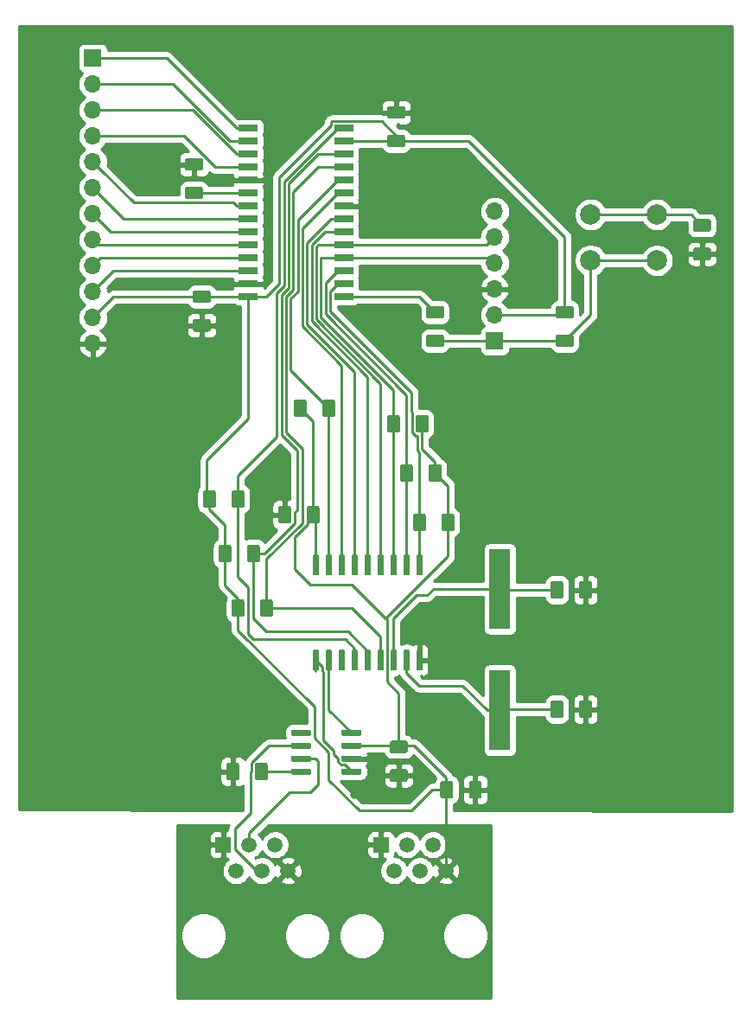
<source format=gbr>
G04 #@! TF.GenerationSoftware,KiCad,Pcbnew,(5.1.2)-2*
G04 #@! TF.CreationDate,2019-10-26T17:18:59+01:00*
G04 #@! TF.ProjectId,canbus_boiler_switch,63616e62-7573-45f6-926f-696c65725f73,rev?*
G04 #@! TF.SameCoordinates,Original*
G04 #@! TF.FileFunction,Copper,L1,Top*
G04 #@! TF.FilePolarity,Positive*
%FSLAX46Y46*%
G04 Gerber Fmt 4.6, Leading zero omitted, Abs format (unit mm)*
G04 Created by KiCad (PCBNEW (5.1.2)-2) date 2019-10-26 17:18:59*
%MOMM*%
%LPD*%
G04 APERTURE LIST*
%ADD10R,2.000000X7.875000*%
%ADD11R,1.520000X1.520000*%
%ADD12C,1.520000*%
%ADD13R,1.850000X0.650000*%
%ADD14C,0.100000*%
%ADD15C,0.600000*%
%ADD16C,2.000000*%
%ADD17O,1.700000X1.700000*%
%ADD18R,1.700000X1.700000*%
%ADD19C,1.250000*%
%ADD20C,0.800000*%
%ADD21C,0.250000*%
%ADD22C,0.254000*%
G04 APERTURE END LIST*
D10*
X90932000Y-187039500D03*
X90932000Y-175164500D03*
D11*
X63820000Y-200214000D03*
D12*
X65090000Y-202754000D03*
X66360000Y-200214000D03*
X67630000Y-202754000D03*
X68900000Y-200214000D03*
X70170000Y-202754000D03*
D13*
X66294000Y-146558000D03*
X66294000Y-145288000D03*
X66294000Y-144018000D03*
X66294000Y-142748000D03*
X66294000Y-141478000D03*
X66294000Y-140208000D03*
X66294000Y-138938000D03*
X66294000Y-137668000D03*
X66294000Y-136398000D03*
X66294000Y-135128000D03*
X66294000Y-133858000D03*
X66294000Y-132588000D03*
X66294000Y-131318000D03*
X66294000Y-130048000D03*
X75644000Y-130048000D03*
X75644000Y-131318000D03*
X75644000Y-132588000D03*
X75644000Y-133858000D03*
X75644000Y-135128000D03*
X75644000Y-136398000D03*
X75644000Y-137668000D03*
X75644000Y-138938000D03*
X75644000Y-140208000D03*
X75644000Y-141478000D03*
X75644000Y-142748000D03*
X75644000Y-144018000D03*
X75644000Y-145288000D03*
X75644000Y-146558000D03*
D11*
X79290000Y-200214000D03*
D12*
X80560000Y-202754000D03*
X81830000Y-200214000D03*
X83100000Y-202754000D03*
X84370000Y-200214000D03*
X85640000Y-202754000D03*
D14*
G36*
X72278703Y-192740722D02*
G01*
X72293264Y-192742882D01*
X72307543Y-192746459D01*
X72321403Y-192751418D01*
X72334710Y-192757712D01*
X72347336Y-192765280D01*
X72359159Y-192774048D01*
X72370066Y-192783934D01*
X72379952Y-192794841D01*
X72388720Y-192806664D01*
X72396288Y-192819290D01*
X72402582Y-192832597D01*
X72407541Y-192846457D01*
X72411118Y-192860736D01*
X72413278Y-192875297D01*
X72414000Y-192890000D01*
X72414000Y-193190000D01*
X72413278Y-193204703D01*
X72411118Y-193219264D01*
X72407541Y-193233543D01*
X72402582Y-193247403D01*
X72396288Y-193260710D01*
X72388720Y-193273336D01*
X72379952Y-193285159D01*
X72370066Y-193296066D01*
X72359159Y-193305952D01*
X72347336Y-193314720D01*
X72334710Y-193322288D01*
X72321403Y-193328582D01*
X72307543Y-193333541D01*
X72293264Y-193337118D01*
X72278703Y-193339278D01*
X72264000Y-193340000D01*
X70614000Y-193340000D01*
X70599297Y-193339278D01*
X70584736Y-193337118D01*
X70570457Y-193333541D01*
X70556597Y-193328582D01*
X70543290Y-193322288D01*
X70530664Y-193314720D01*
X70518841Y-193305952D01*
X70507934Y-193296066D01*
X70498048Y-193285159D01*
X70489280Y-193273336D01*
X70481712Y-193260710D01*
X70475418Y-193247403D01*
X70470459Y-193233543D01*
X70466882Y-193219264D01*
X70464722Y-193204703D01*
X70464000Y-193190000D01*
X70464000Y-192890000D01*
X70464722Y-192875297D01*
X70466882Y-192860736D01*
X70470459Y-192846457D01*
X70475418Y-192832597D01*
X70481712Y-192819290D01*
X70489280Y-192806664D01*
X70498048Y-192794841D01*
X70507934Y-192783934D01*
X70518841Y-192774048D01*
X70530664Y-192765280D01*
X70543290Y-192757712D01*
X70556597Y-192751418D01*
X70570457Y-192746459D01*
X70584736Y-192742882D01*
X70599297Y-192740722D01*
X70614000Y-192740000D01*
X72264000Y-192740000D01*
X72278703Y-192740722D01*
X72278703Y-192740722D01*
G37*
D15*
X71439000Y-193040000D03*
D14*
G36*
X72278703Y-191470722D02*
G01*
X72293264Y-191472882D01*
X72307543Y-191476459D01*
X72321403Y-191481418D01*
X72334710Y-191487712D01*
X72347336Y-191495280D01*
X72359159Y-191504048D01*
X72370066Y-191513934D01*
X72379952Y-191524841D01*
X72388720Y-191536664D01*
X72396288Y-191549290D01*
X72402582Y-191562597D01*
X72407541Y-191576457D01*
X72411118Y-191590736D01*
X72413278Y-191605297D01*
X72414000Y-191620000D01*
X72414000Y-191920000D01*
X72413278Y-191934703D01*
X72411118Y-191949264D01*
X72407541Y-191963543D01*
X72402582Y-191977403D01*
X72396288Y-191990710D01*
X72388720Y-192003336D01*
X72379952Y-192015159D01*
X72370066Y-192026066D01*
X72359159Y-192035952D01*
X72347336Y-192044720D01*
X72334710Y-192052288D01*
X72321403Y-192058582D01*
X72307543Y-192063541D01*
X72293264Y-192067118D01*
X72278703Y-192069278D01*
X72264000Y-192070000D01*
X70614000Y-192070000D01*
X70599297Y-192069278D01*
X70584736Y-192067118D01*
X70570457Y-192063541D01*
X70556597Y-192058582D01*
X70543290Y-192052288D01*
X70530664Y-192044720D01*
X70518841Y-192035952D01*
X70507934Y-192026066D01*
X70498048Y-192015159D01*
X70489280Y-192003336D01*
X70481712Y-191990710D01*
X70475418Y-191977403D01*
X70470459Y-191963543D01*
X70466882Y-191949264D01*
X70464722Y-191934703D01*
X70464000Y-191920000D01*
X70464000Y-191620000D01*
X70464722Y-191605297D01*
X70466882Y-191590736D01*
X70470459Y-191576457D01*
X70475418Y-191562597D01*
X70481712Y-191549290D01*
X70489280Y-191536664D01*
X70498048Y-191524841D01*
X70507934Y-191513934D01*
X70518841Y-191504048D01*
X70530664Y-191495280D01*
X70543290Y-191487712D01*
X70556597Y-191481418D01*
X70570457Y-191476459D01*
X70584736Y-191472882D01*
X70599297Y-191470722D01*
X70614000Y-191470000D01*
X72264000Y-191470000D01*
X72278703Y-191470722D01*
X72278703Y-191470722D01*
G37*
D15*
X71439000Y-191770000D03*
D14*
G36*
X72278703Y-190200722D02*
G01*
X72293264Y-190202882D01*
X72307543Y-190206459D01*
X72321403Y-190211418D01*
X72334710Y-190217712D01*
X72347336Y-190225280D01*
X72359159Y-190234048D01*
X72370066Y-190243934D01*
X72379952Y-190254841D01*
X72388720Y-190266664D01*
X72396288Y-190279290D01*
X72402582Y-190292597D01*
X72407541Y-190306457D01*
X72411118Y-190320736D01*
X72413278Y-190335297D01*
X72414000Y-190350000D01*
X72414000Y-190650000D01*
X72413278Y-190664703D01*
X72411118Y-190679264D01*
X72407541Y-190693543D01*
X72402582Y-190707403D01*
X72396288Y-190720710D01*
X72388720Y-190733336D01*
X72379952Y-190745159D01*
X72370066Y-190756066D01*
X72359159Y-190765952D01*
X72347336Y-190774720D01*
X72334710Y-190782288D01*
X72321403Y-190788582D01*
X72307543Y-190793541D01*
X72293264Y-190797118D01*
X72278703Y-190799278D01*
X72264000Y-190800000D01*
X70614000Y-190800000D01*
X70599297Y-190799278D01*
X70584736Y-190797118D01*
X70570457Y-190793541D01*
X70556597Y-190788582D01*
X70543290Y-190782288D01*
X70530664Y-190774720D01*
X70518841Y-190765952D01*
X70507934Y-190756066D01*
X70498048Y-190745159D01*
X70489280Y-190733336D01*
X70481712Y-190720710D01*
X70475418Y-190707403D01*
X70470459Y-190693543D01*
X70466882Y-190679264D01*
X70464722Y-190664703D01*
X70464000Y-190650000D01*
X70464000Y-190350000D01*
X70464722Y-190335297D01*
X70466882Y-190320736D01*
X70470459Y-190306457D01*
X70475418Y-190292597D01*
X70481712Y-190279290D01*
X70489280Y-190266664D01*
X70498048Y-190254841D01*
X70507934Y-190243934D01*
X70518841Y-190234048D01*
X70530664Y-190225280D01*
X70543290Y-190217712D01*
X70556597Y-190211418D01*
X70570457Y-190206459D01*
X70584736Y-190202882D01*
X70599297Y-190200722D01*
X70614000Y-190200000D01*
X72264000Y-190200000D01*
X72278703Y-190200722D01*
X72278703Y-190200722D01*
G37*
D15*
X71439000Y-190500000D03*
D14*
G36*
X72278703Y-188930722D02*
G01*
X72293264Y-188932882D01*
X72307543Y-188936459D01*
X72321403Y-188941418D01*
X72334710Y-188947712D01*
X72347336Y-188955280D01*
X72359159Y-188964048D01*
X72370066Y-188973934D01*
X72379952Y-188984841D01*
X72388720Y-188996664D01*
X72396288Y-189009290D01*
X72402582Y-189022597D01*
X72407541Y-189036457D01*
X72411118Y-189050736D01*
X72413278Y-189065297D01*
X72414000Y-189080000D01*
X72414000Y-189380000D01*
X72413278Y-189394703D01*
X72411118Y-189409264D01*
X72407541Y-189423543D01*
X72402582Y-189437403D01*
X72396288Y-189450710D01*
X72388720Y-189463336D01*
X72379952Y-189475159D01*
X72370066Y-189486066D01*
X72359159Y-189495952D01*
X72347336Y-189504720D01*
X72334710Y-189512288D01*
X72321403Y-189518582D01*
X72307543Y-189523541D01*
X72293264Y-189527118D01*
X72278703Y-189529278D01*
X72264000Y-189530000D01*
X70614000Y-189530000D01*
X70599297Y-189529278D01*
X70584736Y-189527118D01*
X70570457Y-189523541D01*
X70556597Y-189518582D01*
X70543290Y-189512288D01*
X70530664Y-189504720D01*
X70518841Y-189495952D01*
X70507934Y-189486066D01*
X70498048Y-189475159D01*
X70489280Y-189463336D01*
X70481712Y-189450710D01*
X70475418Y-189437403D01*
X70470459Y-189423543D01*
X70466882Y-189409264D01*
X70464722Y-189394703D01*
X70464000Y-189380000D01*
X70464000Y-189080000D01*
X70464722Y-189065297D01*
X70466882Y-189050736D01*
X70470459Y-189036457D01*
X70475418Y-189022597D01*
X70481712Y-189009290D01*
X70489280Y-188996664D01*
X70498048Y-188984841D01*
X70507934Y-188973934D01*
X70518841Y-188964048D01*
X70530664Y-188955280D01*
X70543290Y-188947712D01*
X70556597Y-188941418D01*
X70570457Y-188936459D01*
X70584736Y-188932882D01*
X70599297Y-188930722D01*
X70614000Y-188930000D01*
X72264000Y-188930000D01*
X72278703Y-188930722D01*
X72278703Y-188930722D01*
G37*
D15*
X71439000Y-189230000D03*
D14*
G36*
X77228703Y-188930722D02*
G01*
X77243264Y-188932882D01*
X77257543Y-188936459D01*
X77271403Y-188941418D01*
X77284710Y-188947712D01*
X77297336Y-188955280D01*
X77309159Y-188964048D01*
X77320066Y-188973934D01*
X77329952Y-188984841D01*
X77338720Y-188996664D01*
X77346288Y-189009290D01*
X77352582Y-189022597D01*
X77357541Y-189036457D01*
X77361118Y-189050736D01*
X77363278Y-189065297D01*
X77364000Y-189080000D01*
X77364000Y-189380000D01*
X77363278Y-189394703D01*
X77361118Y-189409264D01*
X77357541Y-189423543D01*
X77352582Y-189437403D01*
X77346288Y-189450710D01*
X77338720Y-189463336D01*
X77329952Y-189475159D01*
X77320066Y-189486066D01*
X77309159Y-189495952D01*
X77297336Y-189504720D01*
X77284710Y-189512288D01*
X77271403Y-189518582D01*
X77257543Y-189523541D01*
X77243264Y-189527118D01*
X77228703Y-189529278D01*
X77214000Y-189530000D01*
X75564000Y-189530000D01*
X75549297Y-189529278D01*
X75534736Y-189527118D01*
X75520457Y-189523541D01*
X75506597Y-189518582D01*
X75493290Y-189512288D01*
X75480664Y-189504720D01*
X75468841Y-189495952D01*
X75457934Y-189486066D01*
X75448048Y-189475159D01*
X75439280Y-189463336D01*
X75431712Y-189450710D01*
X75425418Y-189437403D01*
X75420459Y-189423543D01*
X75416882Y-189409264D01*
X75414722Y-189394703D01*
X75414000Y-189380000D01*
X75414000Y-189080000D01*
X75414722Y-189065297D01*
X75416882Y-189050736D01*
X75420459Y-189036457D01*
X75425418Y-189022597D01*
X75431712Y-189009290D01*
X75439280Y-188996664D01*
X75448048Y-188984841D01*
X75457934Y-188973934D01*
X75468841Y-188964048D01*
X75480664Y-188955280D01*
X75493290Y-188947712D01*
X75506597Y-188941418D01*
X75520457Y-188936459D01*
X75534736Y-188932882D01*
X75549297Y-188930722D01*
X75564000Y-188930000D01*
X77214000Y-188930000D01*
X77228703Y-188930722D01*
X77228703Y-188930722D01*
G37*
D15*
X76389000Y-189230000D03*
D14*
G36*
X77228703Y-190200722D02*
G01*
X77243264Y-190202882D01*
X77257543Y-190206459D01*
X77271403Y-190211418D01*
X77284710Y-190217712D01*
X77297336Y-190225280D01*
X77309159Y-190234048D01*
X77320066Y-190243934D01*
X77329952Y-190254841D01*
X77338720Y-190266664D01*
X77346288Y-190279290D01*
X77352582Y-190292597D01*
X77357541Y-190306457D01*
X77361118Y-190320736D01*
X77363278Y-190335297D01*
X77364000Y-190350000D01*
X77364000Y-190650000D01*
X77363278Y-190664703D01*
X77361118Y-190679264D01*
X77357541Y-190693543D01*
X77352582Y-190707403D01*
X77346288Y-190720710D01*
X77338720Y-190733336D01*
X77329952Y-190745159D01*
X77320066Y-190756066D01*
X77309159Y-190765952D01*
X77297336Y-190774720D01*
X77284710Y-190782288D01*
X77271403Y-190788582D01*
X77257543Y-190793541D01*
X77243264Y-190797118D01*
X77228703Y-190799278D01*
X77214000Y-190800000D01*
X75564000Y-190800000D01*
X75549297Y-190799278D01*
X75534736Y-190797118D01*
X75520457Y-190793541D01*
X75506597Y-190788582D01*
X75493290Y-190782288D01*
X75480664Y-190774720D01*
X75468841Y-190765952D01*
X75457934Y-190756066D01*
X75448048Y-190745159D01*
X75439280Y-190733336D01*
X75431712Y-190720710D01*
X75425418Y-190707403D01*
X75420459Y-190693543D01*
X75416882Y-190679264D01*
X75414722Y-190664703D01*
X75414000Y-190650000D01*
X75414000Y-190350000D01*
X75414722Y-190335297D01*
X75416882Y-190320736D01*
X75420459Y-190306457D01*
X75425418Y-190292597D01*
X75431712Y-190279290D01*
X75439280Y-190266664D01*
X75448048Y-190254841D01*
X75457934Y-190243934D01*
X75468841Y-190234048D01*
X75480664Y-190225280D01*
X75493290Y-190217712D01*
X75506597Y-190211418D01*
X75520457Y-190206459D01*
X75534736Y-190202882D01*
X75549297Y-190200722D01*
X75564000Y-190200000D01*
X77214000Y-190200000D01*
X77228703Y-190200722D01*
X77228703Y-190200722D01*
G37*
D15*
X76389000Y-190500000D03*
D14*
G36*
X77228703Y-191470722D02*
G01*
X77243264Y-191472882D01*
X77257543Y-191476459D01*
X77271403Y-191481418D01*
X77284710Y-191487712D01*
X77297336Y-191495280D01*
X77309159Y-191504048D01*
X77320066Y-191513934D01*
X77329952Y-191524841D01*
X77338720Y-191536664D01*
X77346288Y-191549290D01*
X77352582Y-191562597D01*
X77357541Y-191576457D01*
X77361118Y-191590736D01*
X77363278Y-191605297D01*
X77364000Y-191620000D01*
X77364000Y-191920000D01*
X77363278Y-191934703D01*
X77361118Y-191949264D01*
X77357541Y-191963543D01*
X77352582Y-191977403D01*
X77346288Y-191990710D01*
X77338720Y-192003336D01*
X77329952Y-192015159D01*
X77320066Y-192026066D01*
X77309159Y-192035952D01*
X77297336Y-192044720D01*
X77284710Y-192052288D01*
X77271403Y-192058582D01*
X77257543Y-192063541D01*
X77243264Y-192067118D01*
X77228703Y-192069278D01*
X77214000Y-192070000D01*
X75564000Y-192070000D01*
X75549297Y-192069278D01*
X75534736Y-192067118D01*
X75520457Y-192063541D01*
X75506597Y-192058582D01*
X75493290Y-192052288D01*
X75480664Y-192044720D01*
X75468841Y-192035952D01*
X75457934Y-192026066D01*
X75448048Y-192015159D01*
X75439280Y-192003336D01*
X75431712Y-191990710D01*
X75425418Y-191977403D01*
X75420459Y-191963543D01*
X75416882Y-191949264D01*
X75414722Y-191934703D01*
X75414000Y-191920000D01*
X75414000Y-191620000D01*
X75414722Y-191605297D01*
X75416882Y-191590736D01*
X75420459Y-191576457D01*
X75425418Y-191562597D01*
X75431712Y-191549290D01*
X75439280Y-191536664D01*
X75448048Y-191524841D01*
X75457934Y-191513934D01*
X75468841Y-191504048D01*
X75480664Y-191495280D01*
X75493290Y-191487712D01*
X75506597Y-191481418D01*
X75520457Y-191476459D01*
X75534736Y-191472882D01*
X75549297Y-191470722D01*
X75564000Y-191470000D01*
X77214000Y-191470000D01*
X77228703Y-191470722D01*
X77228703Y-191470722D01*
G37*
D15*
X76389000Y-191770000D03*
D14*
G36*
X77228703Y-192740722D02*
G01*
X77243264Y-192742882D01*
X77257543Y-192746459D01*
X77271403Y-192751418D01*
X77284710Y-192757712D01*
X77297336Y-192765280D01*
X77309159Y-192774048D01*
X77320066Y-192783934D01*
X77329952Y-192794841D01*
X77338720Y-192806664D01*
X77346288Y-192819290D01*
X77352582Y-192832597D01*
X77357541Y-192846457D01*
X77361118Y-192860736D01*
X77363278Y-192875297D01*
X77364000Y-192890000D01*
X77364000Y-193190000D01*
X77363278Y-193204703D01*
X77361118Y-193219264D01*
X77357541Y-193233543D01*
X77352582Y-193247403D01*
X77346288Y-193260710D01*
X77338720Y-193273336D01*
X77329952Y-193285159D01*
X77320066Y-193296066D01*
X77309159Y-193305952D01*
X77297336Y-193314720D01*
X77284710Y-193322288D01*
X77271403Y-193328582D01*
X77257543Y-193333541D01*
X77243264Y-193337118D01*
X77228703Y-193339278D01*
X77214000Y-193340000D01*
X75564000Y-193340000D01*
X75549297Y-193339278D01*
X75534736Y-193337118D01*
X75520457Y-193333541D01*
X75506597Y-193328582D01*
X75493290Y-193322288D01*
X75480664Y-193314720D01*
X75468841Y-193305952D01*
X75457934Y-193296066D01*
X75448048Y-193285159D01*
X75439280Y-193273336D01*
X75431712Y-193260710D01*
X75425418Y-193247403D01*
X75420459Y-193233543D01*
X75416882Y-193219264D01*
X75414722Y-193204703D01*
X75414000Y-193190000D01*
X75414000Y-192890000D01*
X75414722Y-192875297D01*
X75416882Y-192860736D01*
X75420459Y-192846457D01*
X75425418Y-192832597D01*
X75431712Y-192819290D01*
X75439280Y-192806664D01*
X75448048Y-192794841D01*
X75457934Y-192783934D01*
X75468841Y-192774048D01*
X75480664Y-192765280D01*
X75493290Y-192757712D01*
X75506597Y-192751418D01*
X75520457Y-192746459D01*
X75534736Y-192742882D01*
X75549297Y-192740722D01*
X75564000Y-192740000D01*
X77214000Y-192740000D01*
X77228703Y-192740722D01*
X77228703Y-192740722D01*
G37*
D15*
X76389000Y-193040000D03*
D16*
X99822000Y-143002000D03*
X99822000Y-138502000D03*
X106322000Y-143002000D03*
X106322000Y-138502000D03*
D17*
X51054000Y-151130000D03*
X51054000Y-148590000D03*
X51054000Y-146050000D03*
X51054000Y-143510000D03*
X51054000Y-140970000D03*
X51054000Y-138430000D03*
X51054000Y-135890000D03*
X51054000Y-133350000D03*
X51054000Y-130810000D03*
X51054000Y-128270000D03*
X51054000Y-125730000D03*
D18*
X51054000Y-123190000D03*
D14*
G36*
X73062703Y-171793722D02*
G01*
X73077264Y-171795882D01*
X73091543Y-171799459D01*
X73105403Y-171804418D01*
X73118710Y-171810712D01*
X73131336Y-171818280D01*
X73143159Y-171827048D01*
X73154066Y-171836934D01*
X73163952Y-171847841D01*
X73172720Y-171859664D01*
X73180288Y-171872290D01*
X73186582Y-171885597D01*
X73191541Y-171899457D01*
X73195118Y-171913736D01*
X73197278Y-171928297D01*
X73198000Y-171943000D01*
X73198000Y-173693000D01*
X73197278Y-173707703D01*
X73195118Y-173722264D01*
X73191541Y-173736543D01*
X73186582Y-173750403D01*
X73180288Y-173763710D01*
X73172720Y-173776336D01*
X73163952Y-173788159D01*
X73154066Y-173799066D01*
X73143159Y-173808952D01*
X73131336Y-173817720D01*
X73118710Y-173825288D01*
X73105403Y-173831582D01*
X73091543Y-173836541D01*
X73077264Y-173840118D01*
X73062703Y-173842278D01*
X73048000Y-173843000D01*
X72748000Y-173843000D01*
X72733297Y-173842278D01*
X72718736Y-173840118D01*
X72704457Y-173836541D01*
X72690597Y-173831582D01*
X72677290Y-173825288D01*
X72664664Y-173817720D01*
X72652841Y-173808952D01*
X72641934Y-173799066D01*
X72632048Y-173788159D01*
X72623280Y-173776336D01*
X72615712Y-173763710D01*
X72609418Y-173750403D01*
X72604459Y-173736543D01*
X72600882Y-173722264D01*
X72598722Y-173707703D01*
X72598000Y-173693000D01*
X72598000Y-171943000D01*
X72598722Y-171928297D01*
X72600882Y-171913736D01*
X72604459Y-171899457D01*
X72609418Y-171885597D01*
X72615712Y-171872290D01*
X72623280Y-171859664D01*
X72632048Y-171847841D01*
X72641934Y-171836934D01*
X72652841Y-171827048D01*
X72664664Y-171818280D01*
X72677290Y-171810712D01*
X72690597Y-171804418D01*
X72704457Y-171799459D01*
X72718736Y-171795882D01*
X72733297Y-171793722D01*
X72748000Y-171793000D01*
X73048000Y-171793000D01*
X73062703Y-171793722D01*
X73062703Y-171793722D01*
G37*
D15*
X72898000Y-172818000D03*
D14*
G36*
X74332703Y-171793722D02*
G01*
X74347264Y-171795882D01*
X74361543Y-171799459D01*
X74375403Y-171804418D01*
X74388710Y-171810712D01*
X74401336Y-171818280D01*
X74413159Y-171827048D01*
X74424066Y-171836934D01*
X74433952Y-171847841D01*
X74442720Y-171859664D01*
X74450288Y-171872290D01*
X74456582Y-171885597D01*
X74461541Y-171899457D01*
X74465118Y-171913736D01*
X74467278Y-171928297D01*
X74468000Y-171943000D01*
X74468000Y-173693000D01*
X74467278Y-173707703D01*
X74465118Y-173722264D01*
X74461541Y-173736543D01*
X74456582Y-173750403D01*
X74450288Y-173763710D01*
X74442720Y-173776336D01*
X74433952Y-173788159D01*
X74424066Y-173799066D01*
X74413159Y-173808952D01*
X74401336Y-173817720D01*
X74388710Y-173825288D01*
X74375403Y-173831582D01*
X74361543Y-173836541D01*
X74347264Y-173840118D01*
X74332703Y-173842278D01*
X74318000Y-173843000D01*
X74018000Y-173843000D01*
X74003297Y-173842278D01*
X73988736Y-173840118D01*
X73974457Y-173836541D01*
X73960597Y-173831582D01*
X73947290Y-173825288D01*
X73934664Y-173817720D01*
X73922841Y-173808952D01*
X73911934Y-173799066D01*
X73902048Y-173788159D01*
X73893280Y-173776336D01*
X73885712Y-173763710D01*
X73879418Y-173750403D01*
X73874459Y-173736543D01*
X73870882Y-173722264D01*
X73868722Y-173707703D01*
X73868000Y-173693000D01*
X73868000Y-171943000D01*
X73868722Y-171928297D01*
X73870882Y-171913736D01*
X73874459Y-171899457D01*
X73879418Y-171885597D01*
X73885712Y-171872290D01*
X73893280Y-171859664D01*
X73902048Y-171847841D01*
X73911934Y-171836934D01*
X73922841Y-171827048D01*
X73934664Y-171818280D01*
X73947290Y-171810712D01*
X73960597Y-171804418D01*
X73974457Y-171799459D01*
X73988736Y-171795882D01*
X74003297Y-171793722D01*
X74018000Y-171793000D01*
X74318000Y-171793000D01*
X74332703Y-171793722D01*
X74332703Y-171793722D01*
G37*
D15*
X74168000Y-172818000D03*
D14*
G36*
X75602703Y-171793722D02*
G01*
X75617264Y-171795882D01*
X75631543Y-171799459D01*
X75645403Y-171804418D01*
X75658710Y-171810712D01*
X75671336Y-171818280D01*
X75683159Y-171827048D01*
X75694066Y-171836934D01*
X75703952Y-171847841D01*
X75712720Y-171859664D01*
X75720288Y-171872290D01*
X75726582Y-171885597D01*
X75731541Y-171899457D01*
X75735118Y-171913736D01*
X75737278Y-171928297D01*
X75738000Y-171943000D01*
X75738000Y-173693000D01*
X75737278Y-173707703D01*
X75735118Y-173722264D01*
X75731541Y-173736543D01*
X75726582Y-173750403D01*
X75720288Y-173763710D01*
X75712720Y-173776336D01*
X75703952Y-173788159D01*
X75694066Y-173799066D01*
X75683159Y-173808952D01*
X75671336Y-173817720D01*
X75658710Y-173825288D01*
X75645403Y-173831582D01*
X75631543Y-173836541D01*
X75617264Y-173840118D01*
X75602703Y-173842278D01*
X75588000Y-173843000D01*
X75288000Y-173843000D01*
X75273297Y-173842278D01*
X75258736Y-173840118D01*
X75244457Y-173836541D01*
X75230597Y-173831582D01*
X75217290Y-173825288D01*
X75204664Y-173817720D01*
X75192841Y-173808952D01*
X75181934Y-173799066D01*
X75172048Y-173788159D01*
X75163280Y-173776336D01*
X75155712Y-173763710D01*
X75149418Y-173750403D01*
X75144459Y-173736543D01*
X75140882Y-173722264D01*
X75138722Y-173707703D01*
X75138000Y-173693000D01*
X75138000Y-171943000D01*
X75138722Y-171928297D01*
X75140882Y-171913736D01*
X75144459Y-171899457D01*
X75149418Y-171885597D01*
X75155712Y-171872290D01*
X75163280Y-171859664D01*
X75172048Y-171847841D01*
X75181934Y-171836934D01*
X75192841Y-171827048D01*
X75204664Y-171818280D01*
X75217290Y-171810712D01*
X75230597Y-171804418D01*
X75244457Y-171799459D01*
X75258736Y-171795882D01*
X75273297Y-171793722D01*
X75288000Y-171793000D01*
X75588000Y-171793000D01*
X75602703Y-171793722D01*
X75602703Y-171793722D01*
G37*
D15*
X75438000Y-172818000D03*
D14*
G36*
X76872703Y-171793722D02*
G01*
X76887264Y-171795882D01*
X76901543Y-171799459D01*
X76915403Y-171804418D01*
X76928710Y-171810712D01*
X76941336Y-171818280D01*
X76953159Y-171827048D01*
X76964066Y-171836934D01*
X76973952Y-171847841D01*
X76982720Y-171859664D01*
X76990288Y-171872290D01*
X76996582Y-171885597D01*
X77001541Y-171899457D01*
X77005118Y-171913736D01*
X77007278Y-171928297D01*
X77008000Y-171943000D01*
X77008000Y-173693000D01*
X77007278Y-173707703D01*
X77005118Y-173722264D01*
X77001541Y-173736543D01*
X76996582Y-173750403D01*
X76990288Y-173763710D01*
X76982720Y-173776336D01*
X76973952Y-173788159D01*
X76964066Y-173799066D01*
X76953159Y-173808952D01*
X76941336Y-173817720D01*
X76928710Y-173825288D01*
X76915403Y-173831582D01*
X76901543Y-173836541D01*
X76887264Y-173840118D01*
X76872703Y-173842278D01*
X76858000Y-173843000D01*
X76558000Y-173843000D01*
X76543297Y-173842278D01*
X76528736Y-173840118D01*
X76514457Y-173836541D01*
X76500597Y-173831582D01*
X76487290Y-173825288D01*
X76474664Y-173817720D01*
X76462841Y-173808952D01*
X76451934Y-173799066D01*
X76442048Y-173788159D01*
X76433280Y-173776336D01*
X76425712Y-173763710D01*
X76419418Y-173750403D01*
X76414459Y-173736543D01*
X76410882Y-173722264D01*
X76408722Y-173707703D01*
X76408000Y-173693000D01*
X76408000Y-171943000D01*
X76408722Y-171928297D01*
X76410882Y-171913736D01*
X76414459Y-171899457D01*
X76419418Y-171885597D01*
X76425712Y-171872290D01*
X76433280Y-171859664D01*
X76442048Y-171847841D01*
X76451934Y-171836934D01*
X76462841Y-171827048D01*
X76474664Y-171818280D01*
X76487290Y-171810712D01*
X76500597Y-171804418D01*
X76514457Y-171799459D01*
X76528736Y-171795882D01*
X76543297Y-171793722D01*
X76558000Y-171793000D01*
X76858000Y-171793000D01*
X76872703Y-171793722D01*
X76872703Y-171793722D01*
G37*
D15*
X76708000Y-172818000D03*
D14*
G36*
X78142703Y-171793722D02*
G01*
X78157264Y-171795882D01*
X78171543Y-171799459D01*
X78185403Y-171804418D01*
X78198710Y-171810712D01*
X78211336Y-171818280D01*
X78223159Y-171827048D01*
X78234066Y-171836934D01*
X78243952Y-171847841D01*
X78252720Y-171859664D01*
X78260288Y-171872290D01*
X78266582Y-171885597D01*
X78271541Y-171899457D01*
X78275118Y-171913736D01*
X78277278Y-171928297D01*
X78278000Y-171943000D01*
X78278000Y-173693000D01*
X78277278Y-173707703D01*
X78275118Y-173722264D01*
X78271541Y-173736543D01*
X78266582Y-173750403D01*
X78260288Y-173763710D01*
X78252720Y-173776336D01*
X78243952Y-173788159D01*
X78234066Y-173799066D01*
X78223159Y-173808952D01*
X78211336Y-173817720D01*
X78198710Y-173825288D01*
X78185403Y-173831582D01*
X78171543Y-173836541D01*
X78157264Y-173840118D01*
X78142703Y-173842278D01*
X78128000Y-173843000D01*
X77828000Y-173843000D01*
X77813297Y-173842278D01*
X77798736Y-173840118D01*
X77784457Y-173836541D01*
X77770597Y-173831582D01*
X77757290Y-173825288D01*
X77744664Y-173817720D01*
X77732841Y-173808952D01*
X77721934Y-173799066D01*
X77712048Y-173788159D01*
X77703280Y-173776336D01*
X77695712Y-173763710D01*
X77689418Y-173750403D01*
X77684459Y-173736543D01*
X77680882Y-173722264D01*
X77678722Y-173707703D01*
X77678000Y-173693000D01*
X77678000Y-171943000D01*
X77678722Y-171928297D01*
X77680882Y-171913736D01*
X77684459Y-171899457D01*
X77689418Y-171885597D01*
X77695712Y-171872290D01*
X77703280Y-171859664D01*
X77712048Y-171847841D01*
X77721934Y-171836934D01*
X77732841Y-171827048D01*
X77744664Y-171818280D01*
X77757290Y-171810712D01*
X77770597Y-171804418D01*
X77784457Y-171799459D01*
X77798736Y-171795882D01*
X77813297Y-171793722D01*
X77828000Y-171793000D01*
X78128000Y-171793000D01*
X78142703Y-171793722D01*
X78142703Y-171793722D01*
G37*
D15*
X77978000Y-172818000D03*
D14*
G36*
X79412703Y-171793722D02*
G01*
X79427264Y-171795882D01*
X79441543Y-171799459D01*
X79455403Y-171804418D01*
X79468710Y-171810712D01*
X79481336Y-171818280D01*
X79493159Y-171827048D01*
X79504066Y-171836934D01*
X79513952Y-171847841D01*
X79522720Y-171859664D01*
X79530288Y-171872290D01*
X79536582Y-171885597D01*
X79541541Y-171899457D01*
X79545118Y-171913736D01*
X79547278Y-171928297D01*
X79548000Y-171943000D01*
X79548000Y-173693000D01*
X79547278Y-173707703D01*
X79545118Y-173722264D01*
X79541541Y-173736543D01*
X79536582Y-173750403D01*
X79530288Y-173763710D01*
X79522720Y-173776336D01*
X79513952Y-173788159D01*
X79504066Y-173799066D01*
X79493159Y-173808952D01*
X79481336Y-173817720D01*
X79468710Y-173825288D01*
X79455403Y-173831582D01*
X79441543Y-173836541D01*
X79427264Y-173840118D01*
X79412703Y-173842278D01*
X79398000Y-173843000D01*
X79098000Y-173843000D01*
X79083297Y-173842278D01*
X79068736Y-173840118D01*
X79054457Y-173836541D01*
X79040597Y-173831582D01*
X79027290Y-173825288D01*
X79014664Y-173817720D01*
X79002841Y-173808952D01*
X78991934Y-173799066D01*
X78982048Y-173788159D01*
X78973280Y-173776336D01*
X78965712Y-173763710D01*
X78959418Y-173750403D01*
X78954459Y-173736543D01*
X78950882Y-173722264D01*
X78948722Y-173707703D01*
X78948000Y-173693000D01*
X78948000Y-171943000D01*
X78948722Y-171928297D01*
X78950882Y-171913736D01*
X78954459Y-171899457D01*
X78959418Y-171885597D01*
X78965712Y-171872290D01*
X78973280Y-171859664D01*
X78982048Y-171847841D01*
X78991934Y-171836934D01*
X79002841Y-171827048D01*
X79014664Y-171818280D01*
X79027290Y-171810712D01*
X79040597Y-171804418D01*
X79054457Y-171799459D01*
X79068736Y-171795882D01*
X79083297Y-171793722D01*
X79098000Y-171793000D01*
X79398000Y-171793000D01*
X79412703Y-171793722D01*
X79412703Y-171793722D01*
G37*
D15*
X79248000Y-172818000D03*
D14*
G36*
X80682703Y-171793722D02*
G01*
X80697264Y-171795882D01*
X80711543Y-171799459D01*
X80725403Y-171804418D01*
X80738710Y-171810712D01*
X80751336Y-171818280D01*
X80763159Y-171827048D01*
X80774066Y-171836934D01*
X80783952Y-171847841D01*
X80792720Y-171859664D01*
X80800288Y-171872290D01*
X80806582Y-171885597D01*
X80811541Y-171899457D01*
X80815118Y-171913736D01*
X80817278Y-171928297D01*
X80818000Y-171943000D01*
X80818000Y-173693000D01*
X80817278Y-173707703D01*
X80815118Y-173722264D01*
X80811541Y-173736543D01*
X80806582Y-173750403D01*
X80800288Y-173763710D01*
X80792720Y-173776336D01*
X80783952Y-173788159D01*
X80774066Y-173799066D01*
X80763159Y-173808952D01*
X80751336Y-173817720D01*
X80738710Y-173825288D01*
X80725403Y-173831582D01*
X80711543Y-173836541D01*
X80697264Y-173840118D01*
X80682703Y-173842278D01*
X80668000Y-173843000D01*
X80368000Y-173843000D01*
X80353297Y-173842278D01*
X80338736Y-173840118D01*
X80324457Y-173836541D01*
X80310597Y-173831582D01*
X80297290Y-173825288D01*
X80284664Y-173817720D01*
X80272841Y-173808952D01*
X80261934Y-173799066D01*
X80252048Y-173788159D01*
X80243280Y-173776336D01*
X80235712Y-173763710D01*
X80229418Y-173750403D01*
X80224459Y-173736543D01*
X80220882Y-173722264D01*
X80218722Y-173707703D01*
X80218000Y-173693000D01*
X80218000Y-171943000D01*
X80218722Y-171928297D01*
X80220882Y-171913736D01*
X80224459Y-171899457D01*
X80229418Y-171885597D01*
X80235712Y-171872290D01*
X80243280Y-171859664D01*
X80252048Y-171847841D01*
X80261934Y-171836934D01*
X80272841Y-171827048D01*
X80284664Y-171818280D01*
X80297290Y-171810712D01*
X80310597Y-171804418D01*
X80324457Y-171799459D01*
X80338736Y-171795882D01*
X80353297Y-171793722D01*
X80368000Y-171793000D01*
X80668000Y-171793000D01*
X80682703Y-171793722D01*
X80682703Y-171793722D01*
G37*
D15*
X80518000Y-172818000D03*
D14*
G36*
X81952703Y-171793722D02*
G01*
X81967264Y-171795882D01*
X81981543Y-171799459D01*
X81995403Y-171804418D01*
X82008710Y-171810712D01*
X82021336Y-171818280D01*
X82033159Y-171827048D01*
X82044066Y-171836934D01*
X82053952Y-171847841D01*
X82062720Y-171859664D01*
X82070288Y-171872290D01*
X82076582Y-171885597D01*
X82081541Y-171899457D01*
X82085118Y-171913736D01*
X82087278Y-171928297D01*
X82088000Y-171943000D01*
X82088000Y-173693000D01*
X82087278Y-173707703D01*
X82085118Y-173722264D01*
X82081541Y-173736543D01*
X82076582Y-173750403D01*
X82070288Y-173763710D01*
X82062720Y-173776336D01*
X82053952Y-173788159D01*
X82044066Y-173799066D01*
X82033159Y-173808952D01*
X82021336Y-173817720D01*
X82008710Y-173825288D01*
X81995403Y-173831582D01*
X81981543Y-173836541D01*
X81967264Y-173840118D01*
X81952703Y-173842278D01*
X81938000Y-173843000D01*
X81638000Y-173843000D01*
X81623297Y-173842278D01*
X81608736Y-173840118D01*
X81594457Y-173836541D01*
X81580597Y-173831582D01*
X81567290Y-173825288D01*
X81554664Y-173817720D01*
X81542841Y-173808952D01*
X81531934Y-173799066D01*
X81522048Y-173788159D01*
X81513280Y-173776336D01*
X81505712Y-173763710D01*
X81499418Y-173750403D01*
X81494459Y-173736543D01*
X81490882Y-173722264D01*
X81488722Y-173707703D01*
X81488000Y-173693000D01*
X81488000Y-171943000D01*
X81488722Y-171928297D01*
X81490882Y-171913736D01*
X81494459Y-171899457D01*
X81499418Y-171885597D01*
X81505712Y-171872290D01*
X81513280Y-171859664D01*
X81522048Y-171847841D01*
X81531934Y-171836934D01*
X81542841Y-171827048D01*
X81554664Y-171818280D01*
X81567290Y-171810712D01*
X81580597Y-171804418D01*
X81594457Y-171799459D01*
X81608736Y-171795882D01*
X81623297Y-171793722D01*
X81638000Y-171793000D01*
X81938000Y-171793000D01*
X81952703Y-171793722D01*
X81952703Y-171793722D01*
G37*
D15*
X81788000Y-172818000D03*
D14*
G36*
X83222703Y-171793722D02*
G01*
X83237264Y-171795882D01*
X83251543Y-171799459D01*
X83265403Y-171804418D01*
X83278710Y-171810712D01*
X83291336Y-171818280D01*
X83303159Y-171827048D01*
X83314066Y-171836934D01*
X83323952Y-171847841D01*
X83332720Y-171859664D01*
X83340288Y-171872290D01*
X83346582Y-171885597D01*
X83351541Y-171899457D01*
X83355118Y-171913736D01*
X83357278Y-171928297D01*
X83358000Y-171943000D01*
X83358000Y-173693000D01*
X83357278Y-173707703D01*
X83355118Y-173722264D01*
X83351541Y-173736543D01*
X83346582Y-173750403D01*
X83340288Y-173763710D01*
X83332720Y-173776336D01*
X83323952Y-173788159D01*
X83314066Y-173799066D01*
X83303159Y-173808952D01*
X83291336Y-173817720D01*
X83278710Y-173825288D01*
X83265403Y-173831582D01*
X83251543Y-173836541D01*
X83237264Y-173840118D01*
X83222703Y-173842278D01*
X83208000Y-173843000D01*
X82908000Y-173843000D01*
X82893297Y-173842278D01*
X82878736Y-173840118D01*
X82864457Y-173836541D01*
X82850597Y-173831582D01*
X82837290Y-173825288D01*
X82824664Y-173817720D01*
X82812841Y-173808952D01*
X82801934Y-173799066D01*
X82792048Y-173788159D01*
X82783280Y-173776336D01*
X82775712Y-173763710D01*
X82769418Y-173750403D01*
X82764459Y-173736543D01*
X82760882Y-173722264D01*
X82758722Y-173707703D01*
X82758000Y-173693000D01*
X82758000Y-171943000D01*
X82758722Y-171928297D01*
X82760882Y-171913736D01*
X82764459Y-171899457D01*
X82769418Y-171885597D01*
X82775712Y-171872290D01*
X82783280Y-171859664D01*
X82792048Y-171847841D01*
X82801934Y-171836934D01*
X82812841Y-171827048D01*
X82824664Y-171818280D01*
X82837290Y-171810712D01*
X82850597Y-171804418D01*
X82864457Y-171799459D01*
X82878736Y-171795882D01*
X82893297Y-171793722D01*
X82908000Y-171793000D01*
X83208000Y-171793000D01*
X83222703Y-171793722D01*
X83222703Y-171793722D01*
G37*
D15*
X83058000Y-172818000D03*
D14*
G36*
X83222703Y-181093722D02*
G01*
X83237264Y-181095882D01*
X83251543Y-181099459D01*
X83265403Y-181104418D01*
X83278710Y-181110712D01*
X83291336Y-181118280D01*
X83303159Y-181127048D01*
X83314066Y-181136934D01*
X83323952Y-181147841D01*
X83332720Y-181159664D01*
X83340288Y-181172290D01*
X83346582Y-181185597D01*
X83351541Y-181199457D01*
X83355118Y-181213736D01*
X83357278Y-181228297D01*
X83358000Y-181243000D01*
X83358000Y-182993000D01*
X83357278Y-183007703D01*
X83355118Y-183022264D01*
X83351541Y-183036543D01*
X83346582Y-183050403D01*
X83340288Y-183063710D01*
X83332720Y-183076336D01*
X83323952Y-183088159D01*
X83314066Y-183099066D01*
X83303159Y-183108952D01*
X83291336Y-183117720D01*
X83278710Y-183125288D01*
X83265403Y-183131582D01*
X83251543Y-183136541D01*
X83237264Y-183140118D01*
X83222703Y-183142278D01*
X83208000Y-183143000D01*
X82908000Y-183143000D01*
X82893297Y-183142278D01*
X82878736Y-183140118D01*
X82864457Y-183136541D01*
X82850597Y-183131582D01*
X82837290Y-183125288D01*
X82824664Y-183117720D01*
X82812841Y-183108952D01*
X82801934Y-183099066D01*
X82792048Y-183088159D01*
X82783280Y-183076336D01*
X82775712Y-183063710D01*
X82769418Y-183050403D01*
X82764459Y-183036543D01*
X82760882Y-183022264D01*
X82758722Y-183007703D01*
X82758000Y-182993000D01*
X82758000Y-181243000D01*
X82758722Y-181228297D01*
X82760882Y-181213736D01*
X82764459Y-181199457D01*
X82769418Y-181185597D01*
X82775712Y-181172290D01*
X82783280Y-181159664D01*
X82792048Y-181147841D01*
X82801934Y-181136934D01*
X82812841Y-181127048D01*
X82824664Y-181118280D01*
X82837290Y-181110712D01*
X82850597Y-181104418D01*
X82864457Y-181099459D01*
X82878736Y-181095882D01*
X82893297Y-181093722D01*
X82908000Y-181093000D01*
X83208000Y-181093000D01*
X83222703Y-181093722D01*
X83222703Y-181093722D01*
G37*
D15*
X83058000Y-182118000D03*
D14*
G36*
X81952703Y-181093722D02*
G01*
X81967264Y-181095882D01*
X81981543Y-181099459D01*
X81995403Y-181104418D01*
X82008710Y-181110712D01*
X82021336Y-181118280D01*
X82033159Y-181127048D01*
X82044066Y-181136934D01*
X82053952Y-181147841D01*
X82062720Y-181159664D01*
X82070288Y-181172290D01*
X82076582Y-181185597D01*
X82081541Y-181199457D01*
X82085118Y-181213736D01*
X82087278Y-181228297D01*
X82088000Y-181243000D01*
X82088000Y-182993000D01*
X82087278Y-183007703D01*
X82085118Y-183022264D01*
X82081541Y-183036543D01*
X82076582Y-183050403D01*
X82070288Y-183063710D01*
X82062720Y-183076336D01*
X82053952Y-183088159D01*
X82044066Y-183099066D01*
X82033159Y-183108952D01*
X82021336Y-183117720D01*
X82008710Y-183125288D01*
X81995403Y-183131582D01*
X81981543Y-183136541D01*
X81967264Y-183140118D01*
X81952703Y-183142278D01*
X81938000Y-183143000D01*
X81638000Y-183143000D01*
X81623297Y-183142278D01*
X81608736Y-183140118D01*
X81594457Y-183136541D01*
X81580597Y-183131582D01*
X81567290Y-183125288D01*
X81554664Y-183117720D01*
X81542841Y-183108952D01*
X81531934Y-183099066D01*
X81522048Y-183088159D01*
X81513280Y-183076336D01*
X81505712Y-183063710D01*
X81499418Y-183050403D01*
X81494459Y-183036543D01*
X81490882Y-183022264D01*
X81488722Y-183007703D01*
X81488000Y-182993000D01*
X81488000Y-181243000D01*
X81488722Y-181228297D01*
X81490882Y-181213736D01*
X81494459Y-181199457D01*
X81499418Y-181185597D01*
X81505712Y-181172290D01*
X81513280Y-181159664D01*
X81522048Y-181147841D01*
X81531934Y-181136934D01*
X81542841Y-181127048D01*
X81554664Y-181118280D01*
X81567290Y-181110712D01*
X81580597Y-181104418D01*
X81594457Y-181099459D01*
X81608736Y-181095882D01*
X81623297Y-181093722D01*
X81638000Y-181093000D01*
X81938000Y-181093000D01*
X81952703Y-181093722D01*
X81952703Y-181093722D01*
G37*
D15*
X81788000Y-182118000D03*
D14*
G36*
X80682703Y-181093722D02*
G01*
X80697264Y-181095882D01*
X80711543Y-181099459D01*
X80725403Y-181104418D01*
X80738710Y-181110712D01*
X80751336Y-181118280D01*
X80763159Y-181127048D01*
X80774066Y-181136934D01*
X80783952Y-181147841D01*
X80792720Y-181159664D01*
X80800288Y-181172290D01*
X80806582Y-181185597D01*
X80811541Y-181199457D01*
X80815118Y-181213736D01*
X80817278Y-181228297D01*
X80818000Y-181243000D01*
X80818000Y-182993000D01*
X80817278Y-183007703D01*
X80815118Y-183022264D01*
X80811541Y-183036543D01*
X80806582Y-183050403D01*
X80800288Y-183063710D01*
X80792720Y-183076336D01*
X80783952Y-183088159D01*
X80774066Y-183099066D01*
X80763159Y-183108952D01*
X80751336Y-183117720D01*
X80738710Y-183125288D01*
X80725403Y-183131582D01*
X80711543Y-183136541D01*
X80697264Y-183140118D01*
X80682703Y-183142278D01*
X80668000Y-183143000D01*
X80368000Y-183143000D01*
X80353297Y-183142278D01*
X80338736Y-183140118D01*
X80324457Y-183136541D01*
X80310597Y-183131582D01*
X80297290Y-183125288D01*
X80284664Y-183117720D01*
X80272841Y-183108952D01*
X80261934Y-183099066D01*
X80252048Y-183088159D01*
X80243280Y-183076336D01*
X80235712Y-183063710D01*
X80229418Y-183050403D01*
X80224459Y-183036543D01*
X80220882Y-183022264D01*
X80218722Y-183007703D01*
X80218000Y-182993000D01*
X80218000Y-181243000D01*
X80218722Y-181228297D01*
X80220882Y-181213736D01*
X80224459Y-181199457D01*
X80229418Y-181185597D01*
X80235712Y-181172290D01*
X80243280Y-181159664D01*
X80252048Y-181147841D01*
X80261934Y-181136934D01*
X80272841Y-181127048D01*
X80284664Y-181118280D01*
X80297290Y-181110712D01*
X80310597Y-181104418D01*
X80324457Y-181099459D01*
X80338736Y-181095882D01*
X80353297Y-181093722D01*
X80368000Y-181093000D01*
X80668000Y-181093000D01*
X80682703Y-181093722D01*
X80682703Y-181093722D01*
G37*
D15*
X80518000Y-182118000D03*
D14*
G36*
X79412703Y-181093722D02*
G01*
X79427264Y-181095882D01*
X79441543Y-181099459D01*
X79455403Y-181104418D01*
X79468710Y-181110712D01*
X79481336Y-181118280D01*
X79493159Y-181127048D01*
X79504066Y-181136934D01*
X79513952Y-181147841D01*
X79522720Y-181159664D01*
X79530288Y-181172290D01*
X79536582Y-181185597D01*
X79541541Y-181199457D01*
X79545118Y-181213736D01*
X79547278Y-181228297D01*
X79548000Y-181243000D01*
X79548000Y-182993000D01*
X79547278Y-183007703D01*
X79545118Y-183022264D01*
X79541541Y-183036543D01*
X79536582Y-183050403D01*
X79530288Y-183063710D01*
X79522720Y-183076336D01*
X79513952Y-183088159D01*
X79504066Y-183099066D01*
X79493159Y-183108952D01*
X79481336Y-183117720D01*
X79468710Y-183125288D01*
X79455403Y-183131582D01*
X79441543Y-183136541D01*
X79427264Y-183140118D01*
X79412703Y-183142278D01*
X79398000Y-183143000D01*
X79098000Y-183143000D01*
X79083297Y-183142278D01*
X79068736Y-183140118D01*
X79054457Y-183136541D01*
X79040597Y-183131582D01*
X79027290Y-183125288D01*
X79014664Y-183117720D01*
X79002841Y-183108952D01*
X78991934Y-183099066D01*
X78982048Y-183088159D01*
X78973280Y-183076336D01*
X78965712Y-183063710D01*
X78959418Y-183050403D01*
X78954459Y-183036543D01*
X78950882Y-183022264D01*
X78948722Y-183007703D01*
X78948000Y-182993000D01*
X78948000Y-181243000D01*
X78948722Y-181228297D01*
X78950882Y-181213736D01*
X78954459Y-181199457D01*
X78959418Y-181185597D01*
X78965712Y-181172290D01*
X78973280Y-181159664D01*
X78982048Y-181147841D01*
X78991934Y-181136934D01*
X79002841Y-181127048D01*
X79014664Y-181118280D01*
X79027290Y-181110712D01*
X79040597Y-181104418D01*
X79054457Y-181099459D01*
X79068736Y-181095882D01*
X79083297Y-181093722D01*
X79098000Y-181093000D01*
X79398000Y-181093000D01*
X79412703Y-181093722D01*
X79412703Y-181093722D01*
G37*
D15*
X79248000Y-182118000D03*
D14*
G36*
X78142703Y-181093722D02*
G01*
X78157264Y-181095882D01*
X78171543Y-181099459D01*
X78185403Y-181104418D01*
X78198710Y-181110712D01*
X78211336Y-181118280D01*
X78223159Y-181127048D01*
X78234066Y-181136934D01*
X78243952Y-181147841D01*
X78252720Y-181159664D01*
X78260288Y-181172290D01*
X78266582Y-181185597D01*
X78271541Y-181199457D01*
X78275118Y-181213736D01*
X78277278Y-181228297D01*
X78278000Y-181243000D01*
X78278000Y-182993000D01*
X78277278Y-183007703D01*
X78275118Y-183022264D01*
X78271541Y-183036543D01*
X78266582Y-183050403D01*
X78260288Y-183063710D01*
X78252720Y-183076336D01*
X78243952Y-183088159D01*
X78234066Y-183099066D01*
X78223159Y-183108952D01*
X78211336Y-183117720D01*
X78198710Y-183125288D01*
X78185403Y-183131582D01*
X78171543Y-183136541D01*
X78157264Y-183140118D01*
X78142703Y-183142278D01*
X78128000Y-183143000D01*
X77828000Y-183143000D01*
X77813297Y-183142278D01*
X77798736Y-183140118D01*
X77784457Y-183136541D01*
X77770597Y-183131582D01*
X77757290Y-183125288D01*
X77744664Y-183117720D01*
X77732841Y-183108952D01*
X77721934Y-183099066D01*
X77712048Y-183088159D01*
X77703280Y-183076336D01*
X77695712Y-183063710D01*
X77689418Y-183050403D01*
X77684459Y-183036543D01*
X77680882Y-183022264D01*
X77678722Y-183007703D01*
X77678000Y-182993000D01*
X77678000Y-181243000D01*
X77678722Y-181228297D01*
X77680882Y-181213736D01*
X77684459Y-181199457D01*
X77689418Y-181185597D01*
X77695712Y-181172290D01*
X77703280Y-181159664D01*
X77712048Y-181147841D01*
X77721934Y-181136934D01*
X77732841Y-181127048D01*
X77744664Y-181118280D01*
X77757290Y-181110712D01*
X77770597Y-181104418D01*
X77784457Y-181099459D01*
X77798736Y-181095882D01*
X77813297Y-181093722D01*
X77828000Y-181093000D01*
X78128000Y-181093000D01*
X78142703Y-181093722D01*
X78142703Y-181093722D01*
G37*
D15*
X77978000Y-182118000D03*
D14*
G36*
X76872703Y-181093722D02*
G01*
X76887264Y-181095882D01*
X76901543Y-181099459D01*
X76915403Y-181104418D01*
X76928710Y-181110712D01*
X76941336Y-181118280D01*
X76953159Y-181127048D01*
X76964066Y-181136934D01*
X76973952Y-181147841D01*
X76982720Y-181159664D01*
X76990288Y-181172290D01*
X76996582Y-181185597D01*
X77001541Y-181199457D01*
X77005118Y-181213736D01*
X77007278Y-181228297D01*
X77008000Y-181243000D01*
X77008000Y-182993000D01*
X77007278Y-183007703D01*
X77005118Y-183022264D01*
X77001541Y-183036543D01*
X76996582Y-183050403D01*
X76990288Y-183063710D01*
X76982720Y-183076336D01*
X76973952Y-183088159D01*
X76964066Y-183099066D01*
X76953159Y-183108952D01*
X76941336Y-183117720D01*
X76928710Y-183125288D01*
X76915403Y-183131582D01*
X76901543Y-183136541D01*
X76887264Y-183140118D01*
X76872703Y-183142278D01*
X76858000Y-183143000D01*
X76558000Y-183143000D01*
X76543297Y-183142278D01*
X76528736Y-183140118D01*
X76514457Y-183136541D01*
X76500597Y-183131582D01*
X76487290Y-183125288D01*
X76474664Y-183117720D01*
X76462841Y-183108952D01*
X76451934Y-183099066D01*
X76442048Y-183088159D01*
X76433280Y-183076336D01*
X76425712Y-183063710D01*
X76419418Y-183050403D01*
X76414459Y-183036543D01*
X76410882Y-183022264D01*
X76408722Y-183007703D01*
X76408000Y-182993000D01*
X76408000Y-181243000D01*
X76408722Y-181228297D01*
X76410882Y-181213736D01*
X76414459Y-181199457D01*
X76419418Y-181185597D01*
X76425712Y-181172290D01*
X76433280Y-181159664D01*
X76442048Y-181147841D01*
X76451934Y-181136934D01*
X76462841Y-181127048D01*
X76474664Y-181118280D01*
X76487290Y-181110712D01*
X76500597Y-181104418D01*
X76514457Y-181099459D01*
X76528736Y-181095882D01*
X76543297Y-181093722D01*
X76558000Y-181093000D01*
X76858000Y-181093000D01*
X76872703Y-181093722D01*
X76872703Y-181093722D01*
G37*
D15*
X76708000Y-182118000D03*
D14*
G36*
X75602703Y-181093722D02*
G01*
X75617264Y-181095882D01*
X75631543Y-181099459D01*
X75645403Y-181104418D01*
X75658710Y-181110712D01*
X75671336Y-181118280D01*
X75683159Y-181127048D01*
X75694066Y-181136934D01*
X75703952Y-181147841D01*
X75712720Y-181159664D01*
X75720288Y-181172290D01*
X75726582Y-181185597D01*
X75731541Y-181199457D01*
X75735118Y-181213736D01*
X75737278Y-181228297D01*
X75738000Y-181243000D01*
X75738000Y-182993000D01*
X75737278Y-183007703D01*
X75735118Y-183022264D01*
X75731541Y-183036543D01*
X75726582Y-183050403D01*
X75720288Y-183063710D01*
X75712720Y-183076336D01*
X75703952Y-183088159D01*
X75694066Y-183099066D01*
X75683159Y-183108952D01*
X75671336Y-183117720D01*
X75658710Y-183125288D01*
X75645403Y-183131582D01*
X75631543Y-183136541D01*
X75617264Y-183140118D01*
X75602703Y-183142278D01*
X75588000Y-183143000D01*
X75288000Y-183143000D01*
X75273297Y-183142278D01*
X75258736Y-183140118D01*
X75244457Y-183136541D01*
X75230597Y-183131582D01*
X75217290Y-183125288D01*
X75204664Y-183117720D01*
X75192841Y-183108952D01*
X75181934Y-183099066D01*
X75172048Y-183088159D01*
X75163280Y-183076336D01*
X75155712Y-183063710D01*
X75149418Y-183050403D01*
X75144459Y-183036543D01*
X75140882Y-183022264D01*
X75138722Y-183007703D01*
X75138000Y-182993000D01*
X75138000Y-181243000D01*
X75138722Y-181228297D01*
X75140882Y-181213736D01*
X75144459Y-181199457D01*
X75149418Y-181185597D01*
X75155712Y-181172290D01*
X75163280Y-181159664D01*
X75172048Y-181147841D01*
X75181934Y-181136934D01*
X75192841Y-181127048D01*
X75204664Y-181118280D01*
X75217290Y-181110712D01*
X75230597Y-181104418D01*
X75244457Y-181099459D01*
X75258736Y-181095882D01*
X75273297Y-181093722D01*
X75288000Y-181093000D01*
X75588000Y-181093000D01*
X75602703Y-181093722D01*
X75602703Y-181093722D01*
G37*
D15*
X75438000Y-182118000D03*
D14*
G36*
X74332703Y-181093722D02*
G01*
X74347264Y-181095882D01*
X74361543Y-181099459D01*
X74375403Y-181104418D01*
X74388710Y-181110712D01*
X74401336Y-181118280D01*
X74413159Y-181127048D01*
X74424066Y-181136934D01*
X74433952Y-181147841D01*
X74442720Y-181159664D01*
X74450288Y-181172290D01*
X74456582Y-181185597D01*
X74461541Y-181199457D01*
X74465118Y-181213736D01*
X74467278Y-181228297D01*
X74468000Y-181243000D01*
X74468000Y-182993000D01*
X74467278Y-183007703D01*
X74465118Y-183022264D01*
X74461541Y-183036543D01*
X74456582Y-183050403D01*
X74450288Y-183063710D01*
X74442720Y-183076336D01*
X74433952Y-183088159D01*
X74424066Y-183099066D01*
X74413159Y-183108952D01*
X74401336Y-183117720D01*
X74388710Y-183125288D01*
X74375403Y-183131582D01*
X74361543Y-183136541D01*
X74347264Y-183140118D01*
X74332703Y-183142278D01*
X74318000Y-183143000D01*
X74018000Y-183143000D01*
X74003297Y-183142278D01*
X73988736Y-183140118D01*
X73974457Y-183136541D01*
X73960597Y-183131582D01*
X73947290Y-183125288D01*
X73934664Y-183117720D01*
X73922841Y-183108952D01*
X73911934Y-183099066D01*
X73902048Y-183088159D01*
X73893280Y-183076336D01*
X73885712Y-183063710D01*
X73879418Y-183050403D01*
X73874459Y-183036543D01*
X73870882Y-183022264D01*
X73868722Y-183007703D01*
X73868000Y-182993000D01*
X73868000Y-181243000D01*
X73868722Y-181228297D01*
X73870882Y-181213736D01*
X73874459Y-181199457D01*
X73879418Y-181185597D01*
X73885712Y-181172290D01*
X73893280Y-181159664D01*
X73902048Y-181147841D01*
X73911934Y-181136934D01*
X73922841Y-181127048D01*
X73934664Y-181118280D01*
X73947290Y-181110712D01*
X73960597Y-181104418D01*
X73974457Y-181099459D01*
X73988736Y-181095882D01*
X74003297Y-181093722D01*
X74018000Y-181093000D01*
X74318000Y-181093000D01*
X74332703Y-181093722D01*
X74332703Y-181093722D01*
G37*
D15*
X74168000Y-182118000D03*
D14*
G36*
X73062703Y-181093722D02*
G01*
X73077264Y-181095882D01*
X73091543Y-181099459D01*
X73105403Y-181104418D01*
X73118710Y-181110712D01*
X73131336Y-181118280D01*
X73143159Y-181127048D01*
X73154066Y-181136934D01*
X73163952Y-181147841D01*
X73172720Y-181159664D01*
X73180288Y-181172290D01*
X73186582Y-181185597D01*
X73191541Y-181199457D01*
X73195118Y-181213736D01*
X73197278Y-181228297D01*
X73198000Y-181243000D01*
X73198000Y-182993000D01*
X73197278Y-183007703D01*
X73195118Y-183022264D01*
X73191541Y-183036543D01*
X73186582Y-183050403D01*
X73180288Y-183063710D01*
X73172720Y-183076336D01*
X73163952Y-183088159D01*
X73154066Y-183099066D01*
X73143159Y-183108952D01*
X73131336Y-183117720D01*
X73118710Y-183125288D01*
X73105403Y-183131582D01*
X73091543Y-183136541D01*
X73077264Y-183140118D01*
X73062703Y-183142278D01*
X73048000Y-183143000D01*
X72748000Y-183143000D01*
X72733297Y-183142278D01*
X72718736Y-183140118D01*
X72704457Y-183136541D01*
X72690597Y-183131582D01*
X72677290Y-183125288D01*
X72664664Y-183117720D01*
X72652841Y-183108952D01*
X72641934Y-183099066D01*
X72632048Y-183088159D01*
X72623280Y-183076336D01*
X72615712Y-183063710D01*
X72609418Y-183050403D01*
X72604459Y-183036543D01*
X72600882Y-183022264D01*
X72598722Y-183007703D01*
X72598000Y-182993000D01*
X72598000Y-181243000D01*
X72598722Y-181228297D01*
X72600882Y-181213736D01*
X72604459Y-181199457D01*
X72609418Y-181185597D01*
X72615712Y-181172290D01*
X72623280Y-181159664D01*
X72632048Y-181147841D01*
X72641934Y-181136934D01*
X72652841Y-181127048D01*
X72664664Y-181118280D01*
X72677290Y-181110712D01*
X72690597Y-181104418D01*
X72704457Y-181099459D01*
X72718736Y-181095882D01*
X72733297Y-181093722D01*
X72748000Y-181093000D01*
X73048000Y-181093000D01*
X73062703Y-181093722D01*
X73062703Y-181093722D01*
G37*
D15*
X72898000Y-182118000D03*
D14*
G36*
X85231504Y-150252204D02*
G01*
X85255773Y-150255804D01*
X85279571Y-150261765D01*
X85302671Y-150270030D01*
X85324849Y-150280520D01*
X85345893Y-150293133D01*
X85365598Y-150307747D01*
X85383777Y-150324223D01*
X85400253Y-150342402D01*
X85414867Y-150362107D01*
X85427480Y-150383151D01*
X85437970Y-150405329D01*
X85446235Y-150428429D01*
X85452196Y-150452227D01*
X85455796Y-150476496D01*
X85457000Y-150501000D01*
X85457000Y-151251000D01*
X85455796Y-151275504D01*
X85452196Y-151299773D01*
X85446235Y-151323571D01*
X85437970Y-151346671D01*
X85427480Y-151368849D01*
X85414867Y-151389893D01*
X85400253Y-151409598D01*
X85383777Y-151427777D01*
X85365598Y-151444253D01*
X85345893Y-151458867D01*
X85324849Y-151471480D01*
X85302671Y-151481970D01*
X85279571Y-151490235D01*
X85255773Y-151496196D01*
X85231504Y-151499796D01*
X85207000Y-151501000D01*
X83957000Y-151501000D01*
X83932496Y-151499796D01*
X83908227Y-151496196D01*
X83884429Y-151490235D01*
X83861329Y-151481970D01*
X83839151Y-151471480D01*
X83818107Y-151458867D01*
X83798402Y-151444253D01*
X83780223Y-151427777D01*
X83763747Y-151409598D01*
X83749133Y-151389893D01*
X83736520Y-151368849D01*
X83726030Y-151346671D01*
X83717765Y-151323571D01*
X83711804Y-151299773D01*
X83708204Y-151275504D01*
X83707000Y-151251000D01*
X83707000Y-150501000D01*
X83708204Y-150476496D01*
X83711804Y-150452227D01*
X83717765Y-150428429D01*
X83726030Y-150405329D01*
X83736520Y-150383151D01*
X83749133Y-150362107D01*
X83763747Y-150342402D01*
X83780223Y-150324223D01*
X83798402Y-150307747D01*
X83818107Y-150293133D01*
X83839151Y-150280520D01*
X83861329Y-150270030D01*
X83884429Y-150261765D01*
X83908227Y-150255804D01*
X83932496Y-150252204D01*
X83957000Y-150251000D01*
X85207000Y-150251000D01*
X85231504Y-150252204D01*
X85231504Y-150252204D01*
G37*
D19*
X84582000Y-150876000D03*
D14*
G36*
X85231504Y-147452204D02*
G01*
X85255773Y-147455804D01*
X85279571Y-147461765D01*
X85302671Y-147470030D01*
X85324849Y-147480520D01*
X85345893Y-147493133D01*
X85365598Y-147507747D01*
X85383777Y-147524223D01*
X85400253Y-147542402D01*
X85414867Y-147562107D01*
X85427480Y-147583151D01*
X85437970Y-147605329D01*
X85446235Y-147628429D01*
X85452196Y-147652227D01*
X85455796Y-147676496D01*
X85457000Y-147701000D01*
X85457000Y-148451000D01*
X85455796Y-148475504D01*
X85452196Y-148499773D01*
X85446235Y-148523571D01*
X85437970Y-148546671D01*
X85427480Y-148568849D01*
X85414867Y-148589893D01*
X85400253Y-148609598D01*
X85383777Y-148627777D01*
X85365598Y-148644253D01*
X85345893Y-148658867D01*
X85324849Y-148671480D01*
X85302671Y-148681970D01*
X85279571Y-148690235D01*
X85255773Y-148696196D01*
X85231504Y-148699796D01*
X85207000Y-148701000D01*
X83957000Y-148701000D01*
X83932496Y-148699796D01*
X83908227Y-148696196D01*
X83884429Y-148690235D01*
X83861329Y-148681970D01*
X83839151Y-148671480D01*
X83818107Y-148658867D01*
X83798402Y-148644253D01*
X83780223Y-148627777D01*
X83763747Y-148609598D01*
X83749133Y-148589893D01*
X83736520Y-148568849D01*
X83726030Y-148546671D01*
X83717765Y-148523571D01*
X83711804Y-148499773D01*
X83708204Y-148475504D01*
X83707000Y-148451000D01*
X83707000Y-147701000D01*
X83708204Y-147676496D01*
X83711804Y-147652227D01*
X83717765Y-147628429D01*
X83726030Y-147605329D01*
X83736520Y-147583151D01*
X83749133Y-147562107D01*
X83763747Y-147542402D01*
X83780223Y-147524223D01*
X83798402Y-147507747D01*
X83818107Y-147493133D01*
X83839151Y-147480520D01*
X83861329Y-147470030D01*
X83884429Y-147461765D01*
X83908227Y-147455804D01*
X83932496Y-147452204D01*
X83957000Y-147451000D01*
X85207000Y-147451000D01*
X85231504Y-147452204D01*
X85231504Y-147452204D01*
G37*
D19*
X84582000Y-148076000D03*
D14*
G36*
X97931504Y-150252204D02*
G01*
X97955773Y-150255804D01*
X97979571Y-150261765D01*
X98002671Y-150270030D01*
X98024849Y-150280520D01*
X98045893Y-150293133D01*
X98065598Y-150307747D01*
X98083777Y-150324223D01*
X98100253Y-150342402D01*
X98114867Y-150362107D01*
X98127480Y-150383151D01*
X98137970Y-150405329D01*
X98146235Y-150428429D01*
X98152196Y-150452227D01*
X98155796Y-150476496D01*
X98157000Y-150501000D01*
X98157000Y-151251000D01*
X98155796Y-151275504D01*
X98152196Y-151299773D01*
X98146235Y-151323571D01*
X98137970Y-151346671D01*
X98127480Y-151368849D01*
X98114867Y-151389893D01*
X98100253Y-151409598D01*
X98083777Y-151427777D01*
X98065598Y-151444253D01*
X98045893Y-151458867D01*
X98024849Y-151471480D01*
X98002671Y-151481970D01*
X97979571Y-151490235D01*
X97955773Y-151496196D01*
X97931504Y-151499796D01*
X97907000Y-151501000D01*
X96657000Y-151501000D01*
X96632496Y-151499796D01*
X96608227Y-151496196D01*
X96584429Y-151490235D01*
X96561329Y-151481970D01*
X96539151Y-151471480D01*
X96518107Y-151458867D01*
X96498402Y-151444253D01*
X96480223Y-151427777D01*
X96463747Y-151409598D01*
X96449133Y-151389893D01*
X96436520Y-151368849D01*
X96426030Y-151346671D01*
X96417765Y-151323571D01*
X96411804Y-151299773D01*
X96408204Y-151275504D01*
X96407000Y-151251000D01*
X96407000Y-150501000D01*
X96408204Y-150476496D01*
X96411804Y-150452227D01*
X96417765Y-150428429D01*
X96426030Y-150405329D01*
X96436520Y-150383151D01*
X96449133Y-150362107D01*
X96463747Y-150342402D01*
X96480223Y-150324223D01*
X96498402Y-150307747D01*
X96518107Y-150293133D01*
X96539151Y-150280520D01*
X96561329Y-150270030D01*
X96584429Y-150261765D01*
X96608227Y-150255804D01*
X96632496Y-150252204D01*
X96657000Y-150251000D01*
X97907000Y-150251000D01*
X97931504Y-150252204D01*
X97931504Y-150252204D01*
G37*
D19*
X97282000Y-150876000D03*
D14*
G36*
X97931504Y-147452204D02*
G01*
X97955773Y-147455804D01*
X97979571Y-147461765D01*
X98002671Y-147470030D01*
X98024849Y-147480520D01*
X98045893Y-147493133D01*
X98065598Y-147507747D01*
X98083777Y-147524223D01*
X98100253Y-147542402D01*
X98114867Y-147562107D01*
X98127480Y-147583151D01*
X98137970Y-147605329D01*
X98146235Y-147628429D01*
X98152196Y-147652227D01*
X98155796Y-147676496D01*
X98157000Y-147701000D01*
X98157000Y-148451000D01*
X98155796Y-148475504D01*
X98152196Y-148499773D01*
X98146235Y-148523571D01*
X98137970Y-148546671D01*
X98127480Y-148568849D01*
X98114867Y-148589893D01*
X98100253Y-148609598D01*
X98083777Y-148627777D01*
X98065598Y-148644253D01*
X98045893Y-148658867D01*
X98024849Y-148671480D01*
X98002671Y-148681970D01*
X97979571Y-148690235D01*
X97955773Y-148696196D01*
X97931504Y-148699796D01*
X97907000Y-148701000D01*
X96657000Y-148701000D01*
X96632496Y-148699796D01*
X96608227Y-148696196D01*
X96584429Y-148690235D01*
X96561329Y-148681970D01*
X96539151Y-148671480D01*
X96518107Y-148658867D01*
X96498402Y-148644253D01*
X96480223Y-148627777D01*
X96463747Y-148609598D01*
X96449133Y-148589893D01*
X96436520Y-148568849D01*
X96426030Y-148546671D01*
X96417765Y-148523571D01*
X96411804Y-148499773D01*
X96408204Y-148475504D01*
X96407000Y-148451000D01*
X96407000Y-147701000D01*
X96408204Y-147676496D01*
X96411804Y-147652227D01*
X96417765Y-147628429D01*
X96426030Y-147605329D01*
X96436520Y-147583151D01*
X96449133Y-147562107D01*
X96463747Y-147542402D01*
X96480223Y-147524223D01*
X96498402Y-147507747D01*
X96518107Y-147493133D01*
X96539151Y-147480520D01*
X96561329Y-147470030D01*
X96584429Y-147461765D01*
X96608227Y-147455804D01*
X96632496Y-147452204D01*
X96657000Y-147451000D01*
X97907000Y-147451000D01*
X97931504Y-147452204D01*
X97931504Y-147452204D01*
G37*
D19*
X97282000Y-148076000D03*
D14*
G36*
X65163504Y-192166204D02*
G01*
X65187773Y-192169804D01*
X65211571Y-192175765D01*
X65234671Y-192184030D01*
X65256849Y-192194520D01*
X65277893Y-192207133D01*
X65297598Y-192221747D01*
X65315777Y-192238223D01*
X65332253Y-192256402D01*
X65346867Y-192276107D01*
X65359480Y-192297151D01*
X65369970Y-192319329D01*
X65378235Y-192342429D01*
X65384196Y-192366227D01*
X65387796Y-192390496D01*
X65389000Y-192415000D01*
X65389000Y-193665000D01*
X65387796Y-193689504D01*
X65384196Y-193713773D01*
X65378235Y-193737571D01*
X65369970Y-193760671D01*
X65359480Y-193782849D01*
X65346867Y-193803893D01*
X65332253Y-193823598D01*
X65315777Y-193841777D01*
X65297598Y-193858253D01*
X65277893Y-193872867D01*
X65256849Y-193885480D01*
X65234671Y-193895970D01*
X65211571Y-193904235D01*
X65187773Y-193910196D01*
X65163504Y-193913796D01*
X65139000Y-193915000D01*
X64389000Y-193915000D01*
X64364496Y-193913796D01*
X64340227Y-193910196D01*
X64316429Y-193904235D01*
X64293329Y-193895970D01*
X64271151Y-193885480D01*
X64250107Y-193872867D01*
X64230402Y-193858253D01*
X64212223Y-193841777D01*
X64195747Y-193823598D01*
X64181133Y-193803893D01*
X64168520Y-193782849D01*
X64158030Y-193760671D01*
X64149765Y-193737571D01*
X64143804Y-193713773D01*
X64140204Y-193689504D01*
X64139000Y-193665000D01*
X64139000Y-192415000D01*
X64140204Y-192390496D01*
X64143804Y-192366227D01*
X64149765Y-192342429D01*
X64158030Y-192319329D01*
X64168520Y-192297151D01*
X64181133Y-192276107D01*
X64195747Y-192256402D01*
X64212223Y-192238223D01*
X64230402Y-192221747D01*
X64250107Y-192207133D01*
X64271151Y-192194520D01*
X64293329Y-192184030D01*
X64316429Y-192175765D01*
X64340227Y-192169804D01*
X64364496Y-192166204D01*
X64389000Y-192165000D01*
X65139000Y-192165000D01*
X65163504Y-192166204D01*
X65163504Y-192166204D01*
G37*
D19*
X64764000Y-193040000D03*
D14*
G36*
X67963504Y-192166204D02*
G01*
X67987773Y-192169804D01*
X68011571Y-192175765D01*
X68034671Y-192184030D01*
X68056849Y-192194520D01*
X68077893Y-192207133D01*
X68097598Y-192221747D01*
X68115777Y-192238223D01*
X68132253Y-192256402D01*
X68146867Y-192276107D01*
X68159480Y-192297151D01*
X68169970Y-192319329D01*
X68178235Y-192342429D01*
X68184196Y-192366227D01*
X68187796Y-192390496D01*
X68189000Y-192415000D01*
X68189000Y-193665000D01*
X68187796Y-193689504D01*
X68184196Y-193713773D01*
X68178235Y-193737571D01*
X68169970Y-193760671D01*
X68159480Y-193782849D01*
X68146867Y-193803893D01*
X68132253Y-193823598D01*
X68115777Y-193841777D01*
X68097598Y-193858253D01*
X68077893Y-193872867D01*
X68056849Y-193885480D01*
X68034671Y-193895970D01*
X68011571Y-193904235D01*
X67987773Y-193910196D01*
X67963504Y-193913796D01*
X67939000Y-193915000D01*
X67189000Y-193915000D01*
X67164496Y-193913796D01*
X67140227Y-193910196D01*
X67116429Y-193904235D01*
X67093329Y-193895970D01*
X67071151Y-193885480D01*
X67050107Y-193872867D01*
X67030402Y-193858253D01*
X67012223Y-193841777D01*
X66995747Y-193823598D01*
X66981133Y-193803893D01*
X66968520Y-193782849D01*
X66958030Y-193760671D01*
X66949765Y-193737571D01*
X66943804Y-193713773D01*
X66940204Y-193689504D01*
X66939000Y-193665000D01*
X66939000Y-192415000D01*
X66940204Y-192390496D01*
X66943804Y-192366227D01*
X66949765Y-192342429D01*
X66958030Y-192319329D01*
X66968520Y-192297151D01*
X66981133Y-192276107D01*
X66995747Y-192256402D01*
X67012223Y-192238223D01*
X67030402Y-192221747D01*
X67050107Y-192207133D01*
X67071151Y-192194520D01*
X67093329Y-192184030D01*
X67116429Y-192175765D01*
X67140227Y-192169804D01*
X67164496Y-192166204D01*
X67189000Y-192165000D01*
X67939000Y-192165000D01*
X67963504Y-192166204D01*
X67963504Y-192166204D01*
G37*
D19*
X67564000Y-193040000D03*
D14*
G36*
X74567504Y-156606204D02*
G01*
X74591773Y-156609804D01*
X74615571Y-156615765D01*
X74638671Y-156624030D01*
X74660849Y-156634520D01*
X74681893Y-156647133D01*
X74701598Y-156661747D01*
X74719777Y-156678223D01*
X74736253Y-156696402D01*
X74750867Y-156716107D01*
X74763480Y-156737151D01*
X74773970Y-156759329D01*
X74782235Y-156782429D01*
X74788196Y-156806227D01*
X74791796Y-156830496D01*
X74793000Y-156855000D01*
X74793000Y-158105000D01*
X74791796Y-158129504D01*
X74788196Y-158153773D01*
X74782235Y-158177571D01*
X74773970Y-158200671D01*
X74763480Y-158222849D01*
X74750867Y-158243893D01*
X74736253Y-158263598D01*
X74719777Y-158281777D01*
X74701598Y-158298253D01*
X74681893Y-158312867D01*
X74660849Y-158325480D01*
X74638671Y-158335970D01*
X74615571Y-158344235D01*
X74591773Y-158350196D01*
X74567504Y-158353796D01*
X74543000Y-158355000D01*
X73793000Y-158355000D01*
X73768496Y-158353796D01*
X73744227Y-158350196D01*
X73720429Y-158344235D01*
X73697329Y-158335970D01*
X73675151Y-158325480D01*
X73654107Y-158312867D01*
X73634402Y-158298253D01*
X73616223Y-158281777D01*
X73599747Y-158263598D01*
X73585133Y-158243893D01*
X73572520Y-158222849D01*
X73562030Y-158200671D01*
X73553765Y-158177571D01*
X73547804Y-158153773D01*
X73544204Y-158129504D01*
X73543000Y-158105000D01*
X73543000Y-156855000D01*
X73544204Y-156830496D01*
X73547804Y-156806227D01*
X73553765Y-156782429D01*
X73562030Y-156759329D01*
X73572520Y-156737151D01*
X73585133Y-156716107D01*
X73599747Y-156696402D01*
X73616223Y-156678223D01*
X73634402Y-156661747D01*
X73654107Y-156647133D01*
X73675151Y-156634520D01*
X73697329Y-156624030D01*
X73720429Y-156615765D01*
X73744227Y-156609804D01*
X73768496Y-156606204D01*
X73793000Y-156605000D01*
X74543000Y-156605000D01*
X74567504Y-156606204D01*
X74567504Y-156606204D01*
G37*
D19*
X74168000Y-157480000D03*
D14*
G36*
X71767504Y-156606204D02*
G01*
X71791773Y-156609804D01*
X71815571Y-156615765D01*
X71838671Y-156624030D01*
X71860849Y-156634520D01*
X71881893Y-156647133D01*
X71901598Y-156661747D01*
X71919777Y-156678223D01*
X71936253Y-156696402D01*
X71950867Y-156716107D01*
X71963480Y-156737151D01*
X71973970Y-156759329D01*
X71982235Y-156782429D01*
X71988196Y-156806227D01*
X71991796Y-156830496D01*
X71993000Y-156855000D01*
X71993000Y-158105000D01*
X71991796Y-158129504D01*
X71988196Y-158153773D01*
X71982235Y-158177571D01*
X71973970Y-158200671D01*
X71963480Y-158222849D01*
X71950867Y-158243893D01*
X71936253Y-158263598D01*
X71919777Y-158281777D01*
X71901598Y-158298253D01*
X71881893Y-158312867D01*
X71860849Y-158325480D01*
X71838671Y-158335970D01*
X71815571Y-158344235D01*
X71791773Y-158350196D01*
X71767504Y-158353796D01*
X71743000Y-158355000D01*
X70993000Y-158355000D01*
X70968496Y-158353796D01*
X70944227Y-158350196D01*
X70920429Y-158344235D01*
X70897329Y-158335970D01*
X70875151Y-158325480D01*
X70854107Y-158312867D01*
X70834402Y-158298253D01*
X70816223Y-158281777D01*
X70799747Y-158263598D01*
X70785133Y-158243893D01*
X70772520Y-158222849D01*
X70762030Y-158200671D01*
X70753765Y-158177571D01*
X70747804Y-158153773D01*
X70744204Y-158129504D01*
X70743000Y-158105000D01*
X70743000Y-156855000D01*
X70744204Y-156830496D01*
X70747804Y-156806227D01*
X70753765Y-156782429D01*
X70762030Y-156759329D01*
X70772520Y-156737151D01*
X70785133Y-156716107D01*
X70799747Y-156696402D01*
X70816223Y-156678223D01*
X70834402Y-156661747D01*
X70854107Y-156647133D01*
X70875151Y-156634520D01*
X70897329Y-156624030D01*
X70920429Y-156615765D01*
X70944227Y-156609804D01*
X70968496Y-156606204D01*
X70993000Y-156605000D01*
X71743000Y-156605000D01*
X71767504Y-156606204D01*
X71767504Y-156606204D01*
G37*
D19*
X71368000Y-157480000D03*
D14*
G36*
X68471504Y-176164204D02*
G01*
X68495773Y-176167804D01*
X68519571Y-176173765D01*
X68542671Y-176182030D01*
X68564849Y-176192520D01*
X68585893Y-176205133D01*
X68605598Y-176219747D01*
X68623777Y-176236223D01*
X68640253Y-176254402D01*
X68654867Y-176274107D01*
X68667480Y-176295151D01*
X68677970Y-176317329D01*
X68686235Y-176340429D01*
X68692196Y-176364227D01*
X68695796Y-176388496D01*
X68697000Y-176413000D01*
X68697000Y-177663000D01*
X68695796Y-177687504D01*
X68692196Y-177711773D01*
X68686235Y-177735571D01*
X68677970Y-177758671D01*
X68667480Y-177780849D01*
X68654867Y-177801893D01*
X68640253Y-177821598D01*
X68623777Y-177839777D01*
X68605598Y-177856253D01*
X68585893Y-177870867D01*
X68564849Y-177883480D01*
X68542671Y-177893970D01*
X68519571Y-177902235D01*
X68495773Y-177908196D01*
X68471504Y-177911796D01*
X68447000Y-177913000D01*
X67697000Y-177913000D01*
X67672496Y-177911796D01*
X67648227Y-177908196D01*
X67624429Y-177902235D01*
X67601329Y-177893970D01*
X67579151Y-177883480D01*
X67558107Y-177870867D01*
X67538402Y-177856253D01*
X67520223Y-177839777D01*
X67503747Y-177821598D01*
X67489133Y-177801893D01*
X67476520Y-177780849D01*
X67466030Y-177758671D01*
X67457765Y-177735571D01*
X67451804Y-177711773D01*
X67448204Y-177687504D01*
X67447000Y-177663000D01*
X67447000Y-176413000D01*
X67448204Y-176388496D01*
X67451804Y-176364227D01*
X67457765Y-176340429D01*
X67466030Y-176317329D01*
X67476520Y-176295151D01*
X67489133Y-176274107D01*
X67503747Y-176254402D01*
X67520223Y-176236223D01*
X67538402Y-176219747D01*
X67558107Y-176205133D01*
X67579151Y-176192520D01*
X67601329Y-176182030D01*
X67624429Y-176173765D01*
X67648227Y-176167804D01*
X67672496Y-176164204D01*
X67697000Y-176163000D01*
X68447000Y-176163000D01*
X68471504Y-176164204D01*
X68471504Y-176164204D01*
G37*
D19*
X68072000Y-177038000D03*
D14*
G36*
X65671504Y-176164204D02*
G01*
X65695773Y-176167804D01*
X65719571Y-176173765D01*
X65742671Y-176182030D01*
X65764849Y-176192520D01*
X65785893Y-176205133D01*
X65805598Y-176219747D01*
X65823777Y-176236223D01*
X65840253Y-176254402D01*
X65854867Y-176274107D01*
X65867480Y-176295151D01*
X65877970Y-176317329D01*
X65886235Y-176340429D01*
X65892196Y-176364227D01*
X65895796Y-176388496D01*
X65897000Y-176413000D01*
X65897000Y-177663000D01*
X65895796Y-177687504D01*
X65892196Y-177711773D01*
X65886235Y-177735571D01*
X65877970Y-177758671D01*
X65867480Y-177780849D01*
X65854867Y-177801893D01*
X65840253Y-177821598D01*
X65823777Y-177839777D01*
X65805598Y-177856253D01*
X65785893Y-177870867D01*
X65764849Y-177883480D01*
X65742671Y-177893970D01*
X65719571Y-177902235D01*
X65695773Y-177908196D01*
X65671504Y-177911796D01*
X65647000Y-177913000D01*
X64897000Y-177913000D01*
X64872496Y-177911796D01*
X64848227Y-177908196D01*
X64824429Y-177902235D01*
X64801329Y-177893970D01*
X64779151Y-177883480D01*
X64758107Y-177870867D01*
X64738402Y-177856253D01*
X64720223Y-177839777D01*
X64703747Y-177821598D01*
X64689133Y-177801893D01*
X64676520Y-177780849D01*
X64666030Y-177758671D01*
X64657765Y-177735571D01*
X64651804Y-177711773D01*
X64648204Y-177687504D01*
X64647000Y-177663000D01*
X64647000Y-176413000D01*
X64648204Y-176388496D01*
X64651804Y-176364227D01*
X64657765Y-176340429D01*
X64666030Y-176317329D01*
X64676520Y-176295151D01*
X64689133Y-176274107D01*
X64703747Y-176254402D01*
X64720223Y-176236223D01*
X64738402Y-176219747D01*
X64758107Y-176205133D01*
X64779151Y-176192520D01*
X64801329Y-176182030D01*
X64824429Y-176173765D01*
X64848227Y-176167804D01*
X64872496Y-176164204D01*
X64897000Y-176163000D01*
X65647000Y-176163000D01*
X65671504Y-176164204D01*
X65671504Y-176164204D01*
G37*
D19*
X65272000Y-177038000D03*
D14*
G36*
X67201504Y-170830204D02*
G01*
X67225773Y-170833804D01*
X67249571Y-170839765D01*
X67272671Y-170848030D01*
X67294849Y-170858520D01*
X67315893Y-170871133D01*
X67335598Y-170885747D01*
X67353777Y-170902223D01*
X67370253Y-170920402D01*
X67384867Y-170940107D01*
X67397480Y-170961151D01*
X67407970Y-170983329D01*
X67416235Y-171006429D01*
X67422196Y-171030227D01*
X67425796Y-171054496D01*
X67427000Y-171079000D01*
X67427000Y-172329000D01*
X67425796Y-172353504D01*
X67422196Y-172377773D01*
X67416235Y-172401571D01*
X67407970Y-172424671D01*
X67397480Y-172446849D01*
X67384867Y-172467893D01*
X67370253Y-172487598D01*
X67353777Y-172505777D01*
X67335598Y-172522253D01*
X67315893Y-172536867D01*
X67294849Y-172549480D01*
X67272671Y-172559970D01*
X67249571Y-172568235D01*
X67225773Y-172574196D01*
X67201504Y-172577796D01*
X67177000Y-172579000D01*
X66427000Y-172579000D01*
X66402496Y-172577796D01*
X66378227Y-172574196D01*
X66354429Y-172568235D01*
X66331329Y-172559970D01*
X66309151Y-172549480D01*
X66288107Y-172536867D01*
X66268402Y-172522253D01*
X66250223Y-172505777D01*
X66233747Y-172487598D01*
X66219133Y-172467893D01*
X66206520Y-172446849D01*
X66196030Y-172424671D01*
X66187765Y-172401571D01*
X66181804Y-172377773D01*
X66178204Y-172353504D01*
X66177000Y-172329000D01*
X66177000Y-171079000D01*
X66178204Y-171054496D01*
X66181804Y-171030227D01*
X66187765Y-171006429D01*
X66196030Y-170983329D01*
X66206520Y-170961151D01*
X66219133Y-170940107D01*
X66233747Y-170920402D01*
X66250223Y-170902223D01*
X66268402Y-170885747D01*
X66288107Y-170871133D01*
X66309151Y-170858520D01*
X66331329Y-170848030D01*
X66354429Y-170839765D01*
X66378227Y-170833804D01*
X66402496Y-170830204D01*
X66427000Y-170829000D01*
X67177000Y-170829000D01*
X67201504Y-170830204D01*
X67201504Y-170830204D01*
G37*
D19*
X66802000Y-171704000D03*
D14*
G36*
X64401504Y-170830204D02*
G01*
X64425773Y-170833804D01*
X64449571Y-170839765D01*
X64472671Y-170848030D01*
X64494849Y-170858520D01*
X64515893Y-170871133D01*
X64535598Y-170885747D01*
X64553777Y-170902223D01*
X64570253Y-170920402D01*
X64584867Y-170940107D01*
X64597480Y-170961151D01*
X64607970Y-170983329D01*
X64616235Y-171006429D01*
X64622196Y-171030227D01*
X64625796Y-171054496D01*
X64627000Y-171079000D01*
X64627000Y-172329000D01*
X64625796Y-172353504D01*
X64622196Y-172377773D01*
X64616235Y-172401571D01*
X64607970Y-172424671D01*
X64597480Y-172446849D01*
X64584867Y-172467893D01*
X64570253Y-172487598D01*
X64553777Y-172505777D01*
X64535598Y-172522253D01*
X64515893Y-172536867D01*
X64494849Y-172549480D01*
X64472671Y-172559970D01*
X64449571Y-172568235D01*
X64425773Y-172574196D01*
X64401504Y-172577796D01*
X64377000Y-172579000D01*
X63627000Y-172579000D01*
X63602496Y-172577796D01*
X63578227Y-172574196D01*
X63554429Y-172568235D01*
X63531329Y-172559970D01*
X63509151Y-172549480D01*
X63488107Y-172536867D01*
X63468402Y-172522253D01*
X63450223Y-172505777D01*
X63433747Y-172487598D01*
X63419133Y-172467893D01*
X63406520Y-172446849D01*
X63396030Y-172424671D01*
X63387765Y-172401571D01*
X63381804Y-172377773D01*
X63378204Y-172353504D01*
X63377000Y-172329000D01*
X63377000Y-171079000D01*
X63378204Y-171054496D01*
X63381804Y-171030227D01*
X63387765Y-171006429D01*
X63396030Y-170983329D01*
X63406520Y-170961151D01*
X63419133Y-170940107D01*
X63433747Y-170920402D01*
X63450223Y-170902223D01*
X63468402Y-170885747D01*
X63488107Y-170871133D01*
X63509151Y-170858520D01*
X63531329Y-170848030D01*
X63554429Y-170839765D01*
X63578227Y-170833804D01*
X63602496Y-170830204D01*
X63627000Y-170829000D01*
X64377000Y-170829000D01*
X64401504Y-170830204D01*
X64401504Y-170830204D01*
G37*
D19*
X64002000Y-171704000D03*
D14*
G36*
X65677504Y-165496204D02*
G01*
X65701773Y-165499804D01*
X65725571Y-165505765D01*
X65748671Y-165514030D01*
X65770849Y-165524520D01*
X65791893Y-165537133D01*
X65811598Y-165551747D01*
X65829777Y-165568223D01*
X65846253Y-165586402D01*
X65860867Y-165606107D01*
X65873480Y-165627151D01*
X65883970Y-165649329D01*
X65892235Y-165672429D01*
X65898196Y-165696227D01*
X65901796Y-165720496D01*
X65903000Y-165745000D01*
X65903000Y-166995000D01*
X65901796Y-167019504D01*
X65898196Y-167043773D01*
X65892235Y-167067571D01*
X65883970Y-167090671D01*
X65873480Y-167112849D01*
X65860867Y-167133893D01*
X65846253Y-167153598D01*
X65829777Y-167171777D01*
X65811598Y-167188253D01*
X65791893Y-167202867D01*
X65770849Y-167215480D01*
X65748671Y-167225970D01*
X65725571Y-167234235D01*
X65701773Y-167240196D01*
X65677504Y-167243796D01*
X65653000Y-167245000D01*
X64903000Y-167245000D01*
X64878496Y-167243796D01*
X64854227Y-167240196D01*
X64830429Y-167234235D01*
X64807329Y-167225970D01*
X64785151Y-167215480D01*
X64764107Y-167202867D01*
X64744402Y-167188253D01*
X64726223Y-167171777D01*
X64709747Y-167153598D01*
X64695133Y-167133893D01*
X64682520Y-167112849D01*
X64672030Y-167090671D01*
X64663765Y-167067571D01*
X64657804Y-167043773D01*
X64654204Y-167019504D01*
X64653000Y-166995000D01*
X64653000Y-165745000D01*
X64654204Y-165720496D01*
X64657804Y-165696227D01*
X64663765Y-165672429D01*
X64672030Y-165649329D01*
X64682520Y-165627151D01*
X64695133Y-165606107D01*
X64709747Y-165586402D01*
X64726223Y-165568223D01*
X64744402Y-165551747D01*
X64764107Y-165537133D01*
X64785151Y-165524520D01*
X64807329Y-165514030D01*
X64830429Y-165505765D01*
X64854227Y-165499804D01*
X64878496Y-165496204D01*
X64903000Y-165495000D01*
X65653000Y-165495000D01*
X65677504Y-165496204D01*
X65677504Y-165496204D01*
G37*
D19*
X65278000Y-166370000D03*
D14*
G36*
X62877504Y-165496204D02*
G01*
X62901773Y-165499804D01*
X62925571Y-165505765D01*
X62948671Y-165514030D01*
X62970849Y-165524520D01*
X62991893Y-165537133D01*
X63011598Y-165551747D01*
X63029777Y-165568223D01*
X63046253Y-165586402D01*
X63060867Y-165606107D01*
X63073480Y-165627151D01*
X63083970Y-165649329D01*
X63092235Y-165672429D01*
X63098196Y-165696227D01*
X63101796Y-165720496D01*
X63103000Y-165745000D01*
X63103000Y-166995000D01*
X63101796Y-167019504D01*
X63098196Y-167043773D01*
X63092235Y-167067571D01*
X63083970Y-167090671D01*
X63073480Y-167112849D01*
X63060867Y-167133893D01*
X63046253Y-167153598D01*
X63029777Y-167171777D01*
X63011598Y-167188253D01*
X62991893Y-167202867D01*
X62970849Y-167215480D01*
X62948671Y-167225970D01*
X62925571Y-167234235D01*
X62901773Y-167240196D01*
X62877504Y-167243796D01*
X62853000Y-167245000D01*
X62103000Y-167245000D01*
X62078496Y-167243796D01*
X62054227Y-167240196D01*
X62030429Y-167234235D01*
X62007329Y-167225970D01*
X61985151Y-167215480D01*
X61964107Y-167202867D01*
X61944402Y-167188253D01*
X61926223Y-167171777D01*
X61909747Y-167153598D01*
X61895133Y-167133893D01*
X61882520Y-167112849D01*
X61872030Y-167090671D01*
X61863765Y-167067571D01*
X61857804Y-167043773D01*
X61854204Y-167019504D01*
X61853000Y-166995000D01*
X61853000Y-165745000D01*
X61854204Y-165720496D01*
X61857804Y-165696227D01*
X61863765Y-165672429D01*
X61872030Y-165649329D01*
X61882520Y-165627151D01*
X61895133Y-165606107D01*
X61909747Y-165586402D01*
X61926223Y-165568223D01*
X61944402Y-165551747D01*
X61964107Y-165537133D01*
X61985151Y-165524520D01*
X62007329Y-165514030D01*
X62030429Y-165505765D01*
X62054227Y-165499804D01*
X62078496Y-165496204D01*
X62103000Y-165495000D01*
X62853000Y-165495000D01*
X62877504Y-165496204D01*
X62877504Y-165496204D01*
G37*
D19*
X62478000Y-166370000D03*
D14*
G36*
X83451504Y-167782204D02*
G01*
X83475773Y-167785804D01*
X83499571Y-167791765D01*
X83522671Y-167800030D01*
X83544849Y-167810520D01*
X83565893Y-167823133D01*
X83585598Y-167837747D01*
X83603777Y-167854223D01*
X83620253Y-167872402D01*
X83634867Y-167892107D01*
X83647480Y-167913151D01*
X83657970Y-167935329D01*
X83666235Y-167958429D01*
X83672196Y-167982227D01*
X83675796Y-168006496D01*
X83677000Y-168031000D01*
X83677000Y-169281000D01*
X83675796Y-169305504D01*
X83672196Y-169329773D01*
X83666235Y-169353571D01*
X83657970Y-169376671D01*
X83647480Y-169398849D01*
X83634867Y-169419893D01*
X83620253Y-169439598D01*
X83603777Y-169457777D01*
X83585598Y-169474253D01*
X83565893Y-169488867D01*
X83544849Y-169501480D01*
X83522671Y-169511970D01*
X83499571Y-169520235D01*
X83475773Y-169526196D01*
X83451504Y-169529796D01*
X83427000Y-169531000D01*
X82677000Y-169531000D01*
X82652496Y-169529796D01*
X82628227Y-169526196D01*
X82604429Y-169520235D01*
X82581329Y-169511970D01*
X82559151Y-169501480D01*
X82538107Y-169488867D01*
X82518402Y-169474253D01*
X82500223Y-169457777D01*
X82483747Y-169439598D01*
X82469133Y-169419893D01*
X82456520Y-169398849D01*
X82446030Y-169376671D01*
X82437765Y-169353571D01*
X82431804Y-169329773D01*
X82428204Y-169305504D01*
X82427000Y-169281000D01*
X82427000Y-168031000D01*
X82428204Y-168006496D01*
X82431804Y-167982227D01*
X82437765Y-167958429D01*
X82446030Y-167935329D01*
X82456520Y-167913151D01*
X82469133Y-167892107D01*
X82483747Y-167872402D01*
X82500223Y-167854223D01*
X82518402Y-167837747D01*
X82538107Y-167823133D01*
X82559151Y-167810520D01*
X82581329Y-167800030D01*
X82604429Y-167791765D01*
X82628227Y-167785804D01*
X82652496Y-167782204D01*
X82677000Y-167781000D01*
X83427000Y-167781000D01*
X83451504Y-167782204D01*
X83451504Y-167782204D01*
G37*
D19*
X83052000Y-168656000D03*
D14*
G36*
X86251504Y-167782204D02*
G01*
X86275773Y-167785804D01*
X86299571Y-167791765D01*
X86322671Y-167800030D01*
X86344849Y-167810520D01*
X86365893Y-167823133D01*
X86385598Y-167837747D01*
X86403777Y-167854223D01*
X86420253Y-167872402D01*
X86434867Y-167892107D01*
X86447480Y-167913151D01*
X86457970Y-167935329D01*
X86466235Y-167958429D01*
X86472196Y-167982227D01*
X86475796Y-168006496D01*
X86477000Y-168031000D01*
X86477000Y-169281000D01*
X86475796Y-169305504D01*
X86472196Y-169329773D01*
X86466235Y-169353571D01*
X86457970Y-169376671D01*
X86447480Y-169398849D01*
X86434867Y-169419893D01*
X86420253Y-169439598D01*
X86403777Y-169457777D01*
X86385598Y-169474253D01*
X86365893Y-169488867D01*
X86344849Y-169501480D01*
X86322671Y-169511970D01*
X86299571Y-169520235D01*
X86275773Y-169526196D01*
X86251504Y-169529796D01*
X86227000Y-169531000D01*
X85477000Y-169531000D01*
X85452496Y-169529796D01*
X85428227Y-169526196D01*
X85404429Y-169520235D01*
X85381329Y-169511970D01*
X85359151Y-169501480D01*
X85338107Y-169488867D01*
X85318402Y-169474253D01*
X85300223Y-169457777D01*
X85283747Y-169439598D01*
X85269133Y-169419893D01*
X85256520Y-169398849D01*
X85246030Y-169376671D01*
X85237765Y-169353571D01*
X85231804Y-169329773D01*
X85228204Y-169305504D01*
X85227000Y-169281000D01*
X85227000Y-168031000D01*
X85228204Y-168006496D01*
X85231804Y-167982227D01*
X85237765Y-167958429D01*
X85246030Y-167935329D01*
X85256520Y-167913151D01*
X85269133Y-167892107D01*
X85283747Y-167872402D01*
X85300223Y-167854223D01*
X85318402Y-167837747D01*
X85338107Y-167823133D01*
X85359151Y-167810520D01*
X85381329Y-167800030D01*
X85404429Y-167791765D01*
X85428227Y-167785804D01*
X85452496Y-167782204D01*
X85477000Y-167781000D01*
X86227000Y-167781000D01*
X86251504Y-167782204D01*
X86251504Y-167782204D01*
G37*
D19*
X85852000Y-168656000D03*
D14*
G36*
X82187504Y-162956204D02*
G01*
X82211773Y-162959804D01*
X82235571Y-162965765D01*
X82258671Y-162974030D01*
X82280849Y-162984520D01*
X82301893Y-162997133D01*
X82321598Y-163011747D01*
X82339777Y-163028223D01*
X82356253Y-163046402D01*
X82370867Y-163066107D01*
X82383480Y-163087151D01*
X82393970Y-163109329D01*
X82402235Y-163132429D01*
X82408196Y-163156227D01*
X82411796Y-163180496D01*
X82413000Y-163205000D01*
X82413000Y-164455000D01*
X82411796Y-164479504D01*
X82408196Y-164503773D01*
X82402235Y-164527571D01*
X82393970Y-164550671D01*
X82383480Y-164572849D01*
X82370867Y-164593893D01*
X82356253Y-164613598D01*
X82339777Y-164631777D01*
X82321598Y-164648253D01*
X82301893Y-164662867D01*
X82280849Y-164675480D01*
X82258671Y-164685970D01*
X82235571Y-164694235D01*
X82211773Y-164700196D01*
X82187504Y-164703796D01*
X82163000Y-164705000D01*
X81413000Y-164705000D01*
X81388496Y-164703796D01*
X81364227Y-164700196D01*
X81340429Y-164694235D01*
X81317329Y-164685970D01*
X81295151Y-164675480D01*
X81274107Y-164662867D01*
X81254402Y-164648253D01*
X81236223Y-164631777D01*
X81219747Y-164613598D01*
X81205133Y-164593893D01*
X81192520Y-164572849D01*
X81182030Y-164550671D01*
X81173765Y-164527571D01*
X81167804Y-164503773D01*
X81164204Y-164479504D01*
X81163000Y-164455000D01*
X81163000Y-163205000D01*
X81164204Y-163180496D01*
X81167804Y-163156227D01*
X81173765Y-163132429D01*
X81182030Y-163109329D01*
X81192520Y-163087151D01*
X81205133Y-163066107D01*
X81219747Y-163046402D01*
X81236223Y-163028223D01*
X81254402Y-163011747D01*
X81274107Y-162997133D01*
X81295151Y-162984520D01*
X81317329Y-162974030D01*
X81340429Y-162965765D01*
X81364227Y-162959804D01*
X81388496Y-162956204D01*
X81413000Y-162955000D01*
X82163000Y-162955000D01*
X82187504Y-162956204D01*
X82187504Y-162956204D01*
G37*
D19*
X81788000Y-163830000D03*
D14*
G36*
X84987504Y-162956204D02*
G01*
X85011773Y-162959804D01*
X85035571Y-162965765D01*
X85058671Y-162974030D01*
X85080849Y-162984520D01*
X85101893Y-162997133D01*
X85121598Y-163011747D01*
X85139777Y-163028223D01*
X85156253Y-163046402D01*
X85170867Y-163066107D01*
X85183480Y-163087151D01*
X85193970Y-163109329D01*
X85202235Y-163132429D01*
X85208196Y-163156227D01*
X85211796Y-163180496D01*
X85213000Y-163205000D01*
X85213000Y-164455000D01*
X85211796Y-164479504D01*
X85208196Y-164503773D01*
X85202235Y-164527571D01*
X85193970Y-164550671D01*
X85183480Y-164572849D01*
X85170867Y-164593893D01*
X85156253Y-164613598D01*
X85139777Y-164631777D01*
X85121598Y-164648253D01*
X85101893Y-164662867D01*
X85080849Y-164675480D01*
X85058671Y-164685970D01*
X85035571Y-164694235D01*
X85011773Y-164700196D01*
X84987504Y-164703796D01*
X84963000Y-164705000D01*
X84213000Y-164705000D01*
X84188496Y-164703796D01*
X84164227Y-164700196D01*
X84140429Y-164694235D01*
X84117329Y-164685970D01*
X84095151Y-164675480D01*
X84074107Y-164662867D01*
X84054402Y-164648253D01*
X84036223Y-164631777D01*
X84019747Y-164613598D01*
X84005133Y-164593893D01*
X83992520Y-164572849D01*
X83982030Y-164550671D01*
X83973765Y-164527571D01*
X83967804Y-164503773D01*
X83964204Y-164479504D01*
X83963000Y-164455000D01*
X83963000Y-163205000D01*
X83964204Y-163180496D01*
X83967804Y-163156227D01*
X83973765Y-163132429D01*
X83982030Y-163109329D01*
X83992520Y-163087151D01*
X84005133Y-163066107D01*
X84019747Y-163046402D01*
X84036223Y-163028223D01*
X84054402Y-163011747D01*
X84074107Y-162997133D01*
X84095151Y-162984520D01*
X84117329Y-162974030D01*
X84140429Y-162965765D01*
X84164227Y-162959804D01*
X84188496Y-162956204D01*
X84213000Y-162955000D01*
X84963000Y-162955000D01*
X84987504Y-162956204D01*
X84987504Y-162956204D01*
G37*
D19*
X84588000Y-163830000D03*
D14*
G36*
X80917504Y-158130204D02*
G01*
X80941773Y-158133804D01*
X80965571Y-158139765D01*
X80988671Y-158148030D01*
X81010849Y-158158520D01*
X81031893Y-158171133D01*
X81051598Y-158185747D01*
X81069777Y-158202223D01*
X81086253Y-158220402D01*
X81100867Y-158240107D01*
X81113480Y-158261151D01*
X81123970Y-158283329D01*
X81132235Y-158306429D01*
X81138196Y-158330227D01*
X81141796Y-158354496D01*
X81143000Y-158379000D01*
X81143000Y-159629000D01*
X81141796Y-159653504D01*
X81138196Y-159677773D01*
X81132235Y-159701571D01*
X81123970Y-159724671D01*
X81113480Y-159746849D01*
X81100867Y-159767893D01*
X81086253Y-159787598D01*
X81069777Y-159805777D01*
X81051598Y-159822253D01*
X81031893Y-159836867D01*
X81010849Y-159849480D01*
X80988671Y-159859970D01*
X80965571Y-159868235D01*
X80941773Y-159874196D01*
X80917504Y-159877796D01*
X80893000Y-159879000D01*
X80143000Y-159879000D01*
X80118496Y-159877796D01*
X80094227Y-159874196D01*
X80070429Y-159868235D01*
X80047329Y-159859970D01*
X80025151Y-159849480D01*
X80004107Y-159836867D01*
X79984402Y-159822253D01*
X79966223Y-159805777D01*
X79949747Y-159787598D01*
X79935133Y-159767893D01*
X79922520Y-159746849D01*
X79912030Y-159724671D01*
X79903765Y-159701571D01*
X79897804Y-159677773D01*
X79894204Y-159653504D01*
X79893000Y-159629000D01*
X79893000Y-158379000D01*
X79894204Y-158354496D01*
X79897804Y-158330227D01*
X79903765Y-158306429D01*
X79912030Y-158283329D01*
X79922520Y-158261151D01*
X79935133Y-158240107D01*
X79949747Y-158220402D01*
X79966223Y-158202223D01*
X79984402Y-158185747D01*
X80004107Y-158171133D01*
X80025151Y-158158520D01*
X80047329Y-158148030D01*
X80070429Y-158139765D01*
X80094227Y-158133804D01*
X80118496Y-158130204D01*
X80143000Y-158129000D01*
X80893000Y-158129000D01*
X80917504Y-158130204D01*
X80917504Y-158130204D01*
G37*
D19*
X80518000Y-159004000D03*
D14*
G36*
X83717504Y-158130204D02*
G01*
X83741773Y-158133804D01*
X83765571Y-158139765D01*
X83788671Y-158148030D01*
X83810849Y-158158520D01*
X83831893Y-158171133D01*
X83851598Y-158185747D01*
X83869777Y-158202223D01*
X83886253Y-158220402D01*
X83900867Y-158240107D01*
X83913480Y-158261151D01*
X83923970Y-158283329D01*
X83932235Y-158306429D01*
X83938196Y-158330227D01*
X83941796Y-158354496D01*
X83943000Y-158379000D01*
X83943000Y-159629000D01*
X83941796Y-159653504D01*
X83938196Y-159677773D01*
X83932235Y-159701571D01*
X83923970Y-159724671D01*
X83913480Y-159746849D01*
X83900867Y-159767893D01*
X83886253Y-159787598D01*
X83869777Y-159805777D01*
X83851598Y-159822253D01*
X83831893Y-159836867D01*
X83810849Y-159849480D01*
X83788671Y-159859970D01*
X83765571Y-159868235D01*
X83741773Y-159874196D01*
X83717504Y-159877796D01*
X83693000Y-159879000D01*
X82943000Y-159879000D01*
X82918496Y-159877796D01*
X82894227Y-159874196D01*
X82870429Y-159868235D01*
X82847329Y-159859970D01*
X82825151Y-159849480D01*
X82804107Y-159836867D01*
X82784402Y-159822253D01*
X82766223Y-159805777D01*
X82749747Y-159787598D01*
X82735133Y-159767893D01*
X82722520Y-159746849D01*
X82712030Y-159724671D01*
X82703765Y-159701571D01*
X82697804Y-159677773D01*
X82694204Y-159653504D01*
X82693000Y-159629000D01*
X82693000Y-158379000D01*
X82694204Y-158354496D01*
X82697804Y-158330227D01*
X82703765Y-158306429D01*
X82712030Y-158283329D01*
X82722520Y-158261151D01*
X82735133Y-158240107D01*
X82749747Y-158220402D01*
X82766223Y-158202223D01*
X82784402Y-158185747D01*
X82804107Y-158171133D01*
X82825151Y-158158520D01*
X82847329Y-158148030D01*
X82870429Y-158139765D01*
X82894227Y-158133804D01*
X82918496Y-158130204D01*
X82943000Y-158129000D01*
X83693000Y-158129000D01*
X83717504Y-158130204D01*
X83717504Y-158130204D01*
G37*
D19*
X83318000Y-159004000D03*
D17*
X90424000Y-138176000D03*
X90424000Y-140716000D03*
X90424000Y-143256000D03*
X90424000Y-145796000D03*
X90424000Y-148336000D03*
D18*
X90424000Y-150876000D03*
D14*
G36*
X88921504Y-193944204D02*
G01*
X88945773Y-193947804D01*
X88969571Y-193953765D01*
X88992671Y-193962030D01*
X89014849Y-193972520D01*
X89035893Y-193985133D01*
X89055598Y-193999747D01*
X89073777Y-194016223D01*
X89090253Y-194034402D01*
X89104867Y-194054107D01*
X89117480Y-194075151D01*
X89127970Y-194097329D01*
X89136235Y-194120429D01*
X89142196Y-194144227D01*
X89145796Y-194168496D01*
X89147000Y-194193000D01*
X89147000Y-195443000D01*
X89145796Y-195467504D01*
X89142196Y-195491773D01*
X89136235Y-195515571D01*
X89127970Y-195538671D01*
X89117480Y-195560849D01*
X89104867Y-195581893D01*
X89090253Y-195601598D01*
X89073777Y-195619777D01*
X89055598Y-195636253D01*
X89035893Y-195650867D01*
X89014849Y-195663480D01*
X88992671Y-195673970D01*
X88969571Y-195682235D01*
X88945773Y-195688196D01*
X88921504Y-195691796D01*
X88897000Y-195693000D01*
X88147000Y-195693000D01*
X88122496Y-195691796D01*
X88098227Y-195688196D01*
X88074429Y-195682235D01*
X88051329Y-195673970D01*
X88029151Y-195663480D01*
X88008107Y-195650867D01*
X87988402Y-195636253D01*
X87970223Y-195619777D01*
X87953747Y-195601598D01*
X87939133Y-195581893D01*
X87926520Y-195560849D01*
X87916030Y-195538671D01*
X87907765Y-195515571D01*
X87901804Y-195491773D01*
X87898204Y-195467504D01*
X87897000Y-195443000D01*
X87897000Y-194193000D01*
X87898204Y-194168496D01*
X87901804Y-194144227D01*
X87907765Y-194120429D01*
X87916030Y-194097329D01*
X87926520Y-194075151D01*
X87939133Y-194054107D01*
X87953747Y-194034402D01*
X87970223Y-194016223D01*
X87988402Y-193999747D01*
X88008107Y-193985133D01*
X88029151Y-193972520D01*
X88051329Y-193962030D01*
X88074429Y-193953765D01*
X88098227Y-193947804D01*
X88122496Y-193944204D01*
X88147000Y-193943000D01*
X88897000Y-193943000D01*
X88921504Y-193944204D01*
X88921504Y-193944204D01*
G37*
D19*
X88522000Y-194818000D03*
D14*
G36*
X86121504Y-193944204D02*
G01*
X86145773Y-193947804D01*
X86169571Y-193953765D01*
X86192671Y-193962030D01*
X86214849Y-193972520D01*
X86235893Y-193985133D01*
X86255598Y-193999747D01*
X86273777Y-194016223D01*
X86290253Y-194034402D01*
X86304867Y-194054107D01*
X86317480Y-194075151D01*
X86327970Y-194097329D01*
X86336235Y-194120429D01*
X86342196Y-194144227D01*
X86345796Y-194168496D01*
X86347000Y-194193000D01*
X86347000Y-195443000D01*
X86345796Y-195467504D01*
X86342196Y-195491773D01*
X86336235Y-195515571D01*
X86327970Y-195538671D01*
X86317480Y-195560849D01*
X86304867Y-195581893D01*
X86290253Y-195601598D01*
X86273777Y-195619777D01*
X86255598Y-195636253D01*
X86235893Y-195650867D01*
X86214849Y-195663480D01*
X86192671Y-195673970D01*
X86169571Y-195682235D01*
X86145773Y-195688196D01*
X86121504Y-195691796D01*
X86097000Y-195693000D01*
X85347000Y-195693000D01*
X85322496Y-195691796D01*
X85298227Y-195688196D01*
X85274429Y-195682235D01*
X85251329Y-195673970D01*
X85229151Y-195663480D01*
X85208107Y-195650867D01*
X85188402Y-195636253D01*
X85170223Y-195619777D01*
X85153747Y-195601598D01*
X85139133Y-195581893D01*
X85126520Y-195560849D01*
X85116030Y-195538671D01*
X85107765Y-195515571D01*
X85101804Y-195491773D01*
X85098204Y-195467504D01*
X85097000Y-195443000D01*
X85097000Y-194193000D01*
X85098204Y-194168496D01*
X85101804Y-194144227D01*
X85107765Y-194120429D01*
X85116030Y-194097329D01*
X85126520Y-194075151D01*
X85139133Y-194054107D01*
X85153747Y-194034402D01*
X85170223Y-194016223D01*
X85188402Y-193999747D01*
X85208107Y-193985133D01*
X85229151Y-193972520D01*
X85251329Y-193962030D01*
X85274429Y-193953765D01*
X85298227Y-193947804D01*
X85322496Y-193944204D01*
X85347000Y-193943000D01*
X86097000Y-193943000D01*
X86121504Y-193944204D01*
X86121504Y-193944204D01*
G37*
D19*
X85722000Y-194818000D03*
D14*
G36*
X61609504Y-132974204D02*
G01*
X61633773Y-132977804D01*
X61657571Y-132983765D01*
X61680671Y-132992030D01*
X61702849Y-133002520D01*
X61723893Y-133015133D01*
X61743598Y-133029747D01*
X61761777Y-133046223D01*
X61778253Y-133064402D01*
X61792867Y-133084107D01*
X61805480Y-133105151D01*
X61815970Y-133127329D01*
X61824235Y-133150429D01*
X61830196Y-133174227D01*
X61833796Y-133198496D01*
X61835000Y-133223000D01*
X61835000Y-133973000D01*
X61833796Y-133997504D01*
X61830196Y-134021773D01*
X61824235Y-134045571D01*
X61815970Y-134068671D01*
X61805480Y-134090849D01*
X61792867Y-134111893D01*
X61778253Y-134131598D01*
X61761777Y-134149777D01*
X61743598Y-134166253D01*
X61723893Y-134180867D01*
X61702849Y-134193480D01*
X61680671Y-134203970D01*
X61657571Y-134212235D01*
X61633773Y-134218196D01*
X61609504Y-134221796D01*
X61585000Y-134223000D01*
X60335000Y-134223000D01*
X60310496Y-134221796D01*
X60286227Y-134218196D01*
X60262429Y-134212235D01*
X60239329Y-134203970D01*
X60217151Y-134193480D01*
X60196107Y-134180867D01*
X60176402Y-134166253D01*
X60158223Y-134149777D01*
X60141747Y-134131598D01*
X60127133Y-134111893D01*
X60114520Y-134090849D01*
X60104030Y-134068671D01*
X60095765Y-134045571D01*
X60089804Y-134021773D01*
X60086204Y-133997504D01*
X60085000Y-133973000D01*
X60085000Y-133223000D01*
X60086204Y-133198496D01*
X60089804Y-133174227D01*
X60095765Y-133150429D01*
X60104030Y-133127329D01*
X60114520Y-133105151D01*
X60127133Y-133084107D01*
X60141747Y-133064402D01*
X60158223Y-133046223D01*
X60176402Y-133029747D01*
X60196107Y-133015133D01*
X60217151Y-133002520D01*
X60239329Y-132992030D01*
X60262429Y-132983765D01*
X60286227Y-132977804D01*
X60310496Y-132974204D01*
X60335000Y-132973000D01*
X61585000Y-132973000D01*
X61609504Y-132974204D01*
X61609504Y-132974204D01*
G37*
D19*
X60960000Y-133598000D03*
D14*
G36*
X61609504Y-135774204D02*
G01*
X61633773Y-135777804D01*
X61657571Y-135783765D01*
X61680671Y-135792030D01*
X61702849Y-135802520D01*
X61723893Y-135815133D01*
X61743598Y-135829747D01*
X61761777Y-135846223D01*
X61778253Y-135864402D01*
X61792867Y-135884107D01*
X61805480Y-135905151D01*
X61815970Y-135927329D01*
X61824235Y-135950429D01*
X61830196Y-135974227D01*
X61833796Y-135998496D01*
X61835000Y-136023000D01*
X61835000Y-136773000D01*
X61833796Y-136797504D01*
X61830196Y-136821773D01*
X61824235Y-136845571D01*
X61815970Y-136868671D01*
X61805480Y-136890849D01*
X61792867Y-136911893D01*
X61778253Y-136931598D01*
X61761777Y-136949777D01*
X61743598Y-136966253D01*
X61723893Y-136980867D01*
X61702849Y-136993480D01*
X61680671Y-137003970D01*
X61657571Y-137012235D01*
X61633773Y-137018196D01*
X61609504Y-137021796D01*
X61585000Y-137023000D01*
X60335000Y-137023000D01*
X60310496Y-137021796D01*
X60286227Y-137018196D01*
X60262429Y-137012235D01*
X60239329Y-137003970D01*
X60217151Y-136993480D01*
X60196107Y-136980867D01*
X60176402Y-136966253D01*
X60158223Y-136949777D01*
X60141747Y-136931598D01*
X60127133Y-136911893D01*
X60114520Y-136890849D01*
X60104030Y-136868671D01*
X60095765Y-136845571D01*
X60089804Y-136821773D01*
X60086204Y-136797504D01*
X60085000Y-136773000D01*
X60085000Y-136023000D01*
X60086204Y-135998496D01*
X60089804Y-135974227D01*
X60095765Y-135950429D01*
X60104030Y-135927329D01*
X60114520Y-135905151D01*
X60127133Y-135884107D01*
X60141747Y-135864402D01*
X60158223Y-135846223D01*
X60176402Y-135829747D01*
X60196107Y-135815133D01*
X60217151Y-135802520D01*
X60239329Y-135792030D01*
X60262429Y-135783765D01*
X60286227Y-135777804D01*
X60310496Y-135774204D01*
X60335000Y-135773000D01*
X61585000Y-135773000D01*
X61609504Y-135774204D01*
X61609504Y-135774204D01*
G37*
D19*
X60960000Y-136398000D03*
D14*
G36*
X62371504Y-148734204D02*
G01*
X62395773Y-148737804D01*
X62419571Y-148743765D01*
X62442671Y-148752030D01*
X62464849Y-148762520D01*
X62485893Y-148775133D01*
X62505598Y-148789747D01*
X62523777Y-148806223D01*
X62540253Y-148824402D01*
X62554867Y-148844107D01*
X62567480Y-148865151D01*
X62577970Y-148887329D01*
X62586235Y-148910429D01*
X62592196Y-148934227D01*
X62595796Y-148958496D01*
X62597000Y-148983000D01*
X62597000Y-149733000D01*
X62595796Y-149757504D01*
X62592196Y-149781773D01*
X62586235Y-149805571D01*
X62577970Y-149828671D01*
X62567480Y-149850849D01*
X62554867Y-149871893D01*
X62540253Y-149891598D01*
X62523777Y-149909777D01*
X62505598Y-149926253D01*
X62485893Y-149940867D01*
X62464849Y-149953480D01*
X62442671Y-149963970D01*
X62419571Y-149972235D01*
X62395773Y-149978196D01*
X62371504Y-149981796D01*
X62347000Y-149983000D01*
X61097000Y-149983000D01*
X61072496Y-149981796D01*
X61048227Y-149978196D01*
X61024429Y-149972235D01*
X61001329Y-149963970D01*
X60979151Y-149953480D01*
X60958107Y-149940867D01*
X60938402Y-149926253D01*
X60920223Y-149909777D01*
X60903747Y-149891598D01*
X60889133Y-149871893D01*
X60876520Y-149850849D01*
X60866030Y-149828671D01*
X60857765Y-149805571D01*
X60851804Y-149781773D01*
X60848204Y-149757504D01*
X60847000Y-149733000D01*
X60847000Y-148983000D01*
X60848204Y-148958496D01*
X60851804Y-148934227D01*
X60857765Y-148910429D01*
X60866030Y-148887329D01*
X60876520Y-148865151D01*
X60889133Y-148844107D01*
X60903747Y-148824402D01*
X60920223Y-148806223D01*
X60938402Y-148789747D01*
X60958107Y-148775133D01*
X60979151Y-148762520D01*
X61001329Y-148752030D01*
X61024429Y-148743765D01*
X61048227Y-148737804D01*
X61072496Y-148734204D01*
X61097000Y-148733000D01*
X62347000Y-148733000D01*
X62371504Y-148734204D01*
X62371504Y-148734204D01*
G37*
D19*
X61722000Y-149358000D03*
D14*
G36*
X62371504Y-145934204D02*
G01*
X62395773Y-145937804D01*
X62419571Y-145943765D01*
X62442671Y-145952030D01*
X62464849Y-145962520D01*
X62485893Y-145975133D01*
X62505598Y-145989747D01*
X62523777Y-146006223D01*
X62540253Y-146024402D01*
X62554867Y-146044107D01*
X62567480Y-146065151D01*
X62577970Y-146087329D01*
X62586235Y-146110429D01*
X62592196Y-146134227D01*
X62595796Y-146158496D01*
X62597000Y-146183000D01*
X62597000Y-146933000D01*
X62595796Y-146957504D01*
X62592196Y-146981773D01*
X62586235Y-147005571D01*
X62577970Y-147028671D01*
X62567480Y-147050849D01*
X62554867Y-147071893D01*
X62540253Y-147091598D01*
X62523777Y-147109777D01*
X62505598Y-147126253D01*
X62485893Y-147140867D01*
X62464849Y-147153480D01*
X62442671Y-147163970D01*
X62419571Y-147172235D01*
X62395773Y-147178196D01*
X62371504Y-147181796D01*
X62347000Y-147183000D01*
X61097000Y-147183000D01*
X61072496Y-147181796D01*
X61048227Y-147178196D01*
X61024429Y-147172235D01*
X61001329Y-147163970D01*
X60979151Y-147153480D01*
X60958107Y-147140867D01*
X60938402Y-147126253D01*
X60920223Y-147109777D01*
X60903747Y-147091598D01*
X60889133Y-147071893D01*
X60876520Y-147050849D01*
X60866030Y-147028671D01*
X60857765Y-147005571D01*
X60851804Y-146981773D01*
X60848204Y-146957504D01*
X60847000Y-146933000D01*
X60847000Y-146183000D01*
X60848204Y-146158496D01*
X60851804Y-146134227D01*
X60857765Y-146110429D01*
X60866030Y-146087329D01*
X60876520Y-146065151D01*
X60889133Y-146044107D01*
X60903747Y-146024402D01*
X60920223Y-146006223D01*
X60938402Y-145989747D01*
X60958107Y-145975133D01*
X60979151Y-145962520D01*
X61001329Y-145952030D01*
X61024429Y-145943765D01*
X61048227Y-145937804D01*
X61072496Y-145934204D01*
X61097000Y-145933000D01*
X62347000Y-145933000D01*
X62371504Y-145934204D01*
X62371504Y-145934204D01*
G37*
D19*
X61722000Y-146558000D03*
D14*
G36*
X81421504Y-127894204D02*
G01*
X81445773Y-127897804D01*
X81469571Y-127903765D01*
X81492671Y-127912030D01*
X81514849Y-127922520D01*
X81535893Y-127935133D01*
X81555598Y-127949747D01*
X81573777Y-127966223D01*
X81590253Y-127984402D01*
X81604867Y-128004107D01*
X81617480Y-128025151D01*
X81627970Y-128047329D01*
X81636235Y-128070429D01*
X81642196Y-128094227D01*
X81645796Y-128118496D01*
X81647000Y-128143000D01*
X81647000Y-128893000D01*
X81645796Y-128917504D01*
X81642196Y-128941773D01*
X81636235Y-128965571D01*
X81627970Y-128988671D01*
X81617480Y-129010849D01*
X81604867Y-129031893D01*
X81590253Y-129051598D01*
X81573777Y-129069777D01*
X81555598Y-129086253D01*
X81535893Y-129100867D01*
X81514849Y-129113480D01*
X81492671Y-129123970D01*
X81469571Y-129132235D01*
X81445773Y-129138196D01*
X81421504Y-129141796D01*
X81397000Y-129143000D01*
X80147000Y-129143000D01*
X80122496Y-129141796D01*
X80098227Y-129138196D01*
X80074429Y-129132235D01*
X80051329Y-129123970D01*
X80029151Y-129113480D01*
X80008107Y-129100867D01*
X79988402Y-129086253D01*
X79970223Y-129069777D01*
X79953747Y-129051598D01*
X79939133Y-129031893D01*
X79926520Y-129010849D01*
X79916030Y-128988671D01*
X79907765Y-128965571D01*
X79901804Y-128941773D01*
X79898204Y-128917504D01*
X79897000Y-128893000D01*
X79897000Y-128143000D01*
X79898204Y-128118496D01*
X79901804Y-128094227D01*
X79907765Y-128070429D01*
X79916030Y-128047329D01*
X79926520Y-128025151D01*
X79939133Y-128004107D01*
X79953747Y-127984402D01*
X79970223Y-127966223D01*
X79988402Y-127949747D01*
X80008107Y-127935133D01*
X80029151Y-127922520D01*
X80051329Y-127912030D01*
X80074429Y-127903765D01*
X80098227Y-127897804D01*
X80122496Y-127894204D01*
X80147000Y-127893000D01*
X81397000Y-127893000D01*
X81421504Y-127894204D01*
X81421504Y-127894204D01*
G37*
D19*
X80772000Y-128518000D03*
D14*
G36*
X81421504Y-130694204D02*
G01*
X81445773Y-130697804D01*
X81469571Y-130703765D01*
X81492671Y-130712030D01*
X81514849Y-130722520D01*
X81535893Y-130735133D01*
X81555598Y-130749747D01*
X81573777Y-130766223D01*
X81590253Y-130784402D01*
X81604867Y-130804107D01*
X81617480Y-130825151D01*
X81627970Y-130847329D01*
X81636235Y-130870429D01*
X81642196Y-130894227D01*
X81645796Y-130918496D01*
X81647000Y-130943000D01*
X81647000Y-131693000D01*
X81645796Y-131717504D01*
X81642196Y-131741773D01*
X81636235Y-131765571D01*
X81627970Y-131788671D01*
X81617480Y-131810849D01*
X81604867Y-131831893D01*
X81590253Y-131851598D01*
X81573777Y-131869777D01*
X81555598Y-131886253D01*
X81535893Y-131900867D01*
X81514849Y-131913480D01*
X81492671Y-131923970D01*
X81469571Y-131932235D01*
X81445773Y-131938196D01*
X81421504Y-131941796D01*
X81397000Y-131943000D01*
X80147000Y-131943000D01*
X80122496Y-131941796D01*
X80098227Y-131938196D01*
X80074429Y-131932235D01*
X80051329Y-131923970D01*
X80029151Y-131913480D01*
X80008107Y-131900867D01*
X79988402Y-131886253D01*
X79970223Y-131869777D01*
X79953747Y-131851598D01*
X79939133Y-131831893D01*
X79926520Y-131810849D01*
X79916030Y-131788671D01*
X79907765Y-131765571D01*
X79901804Y-131741773D01*
X79898204Y-131717504D01*
X79897000Y-131693000D01*
X79897000Y-130943000D01*
X79898204Y-130918496D01*
X79901804Y-130894227D01*
X79907765Y-130870429D01*
X79916030Y-130847329D01*
X79926520Y-130825151D01*
X79939133Y-130804107D01*
X79953747Y-130784402D01*
X79970223Y-130766223D01*
X79988402Y-130749747D01*
X80008107Y-130735133D01*
X80029151Y-130722520D01*
X80051329Y-130712030D01*
X80074429Y-130703765D01*
X80098227Y-130697804D01*
X80122496Y-130694204D01*
X80147000Y-130693000D01*
X81397000Y-130693000D01*
X81421504Y-130694204D01*
X81421504Y-130694204D01*
G37*
D19*
X80772000Y-131318000D03*
D14*
G36*
X111393504Y-141746204D02*
G01*
X111417773Y-141749804D01*
X111441571Y-141755765D01*
X111464671Y-141764030D01*
X111486849Y-141774520D01*
X111507893Y-141787133D01*
X111527598Y-141801747D01*
X111545777Y-141818223D01*
X111562253Y-141836402D01*
X111576867Y-141856107D01*
X111589480Y-141877151D01*
X111599970Y-141899329D01*
X111608235Y-141922429D01*
X111614196Y-141946227D01*
X111617796Y-141970496D01*
X111619000Y-141995000D01*
X111619000Y-142745000D01*
X111617796Y-142769504D01*
X111614196Y-142793773D01*
X111608235Y-142817571D01*
X111599970Y-142840671D01*
X111589480Y-142862849D01*
X111576867Y-142883893D01*
X111562253Y-142903598D01*
X111545777Y-142921777D01*
X111527598Y-142938253D01*
X111507893Y-142952867D01*
X111486849Y-142965480D01*
X111464671Y-142975970D01*
X111441571Y-142984235D01*
X111417773Y-142990196D01*
X111393504Y-142993796D01*
X111369000Y-142995000D01*
X110119000Y-142995000D01*
X110094496Y-142993796D01*
X110070227Y-142990196D01*
X110046429Y-142984235D01*
X110023329Y-142975970D01*
X110001151Y-142965480D01*
X109980107Y-142952867D01*
X109960402Y-142938253D01*
X109942223Y-142921777D01*
X109925747Y-142903598D01*
X109911133Y-142883893D01*
X109898520Y-142862849D01*
X109888030Y-142840671D01*
X109879765Y-142817571D01*
X109873804Y-142793773D01*
X109870204Y-142769504D01*
X109869000Y-142745000D01*
X109869000Y-141995000D01*
X109870204Y-141970496D01*
X109873804Y-141946227D01*
X109879765Y-141922429D01*
X109888030Y-141899329D01*
X109898520Y-141877151D01*
X109911133Y-141856107D01*
X109925747Y-141836402D01*
X109942223Y-141818223D01*
X109960402Y-141801747D01*
X109980107Y-141787133D01*
X110001151Y-141774520D01*
X110023329Y-141764030D01*
X110046429Y-141755765D01*
X110070227Y-141749804D01*
X110094496Y-141746204D01*
X110119000Y-141745000D01*
X111369000Y-141745000D01*
X111393504Y-141746204D01*
X111393504Y-141746204D01*
G37*
D19*
X110744000Y-142370000D03*
D14*
G36*
X111393504Y-138946204D02*
G01*
X111417773Y-138949804D01*
X111441571Y-138955765D01*
X111464671Y-138964030D01*
X111486849Y-138974520D01*
X111507893Y-138987133D01*
X111527598Y-139001747D01*
X111545777Y-139018223D01*
X111562253Y-139036402D01*
X111576867Y-139056107D01*
X111589480Y-139077151D01*
X111599970Y-139099329D01*
X111608235Y-139122429D01*
X111614196Y-139146227D01*
X111617796Y-139170496D01*
X111619000Y-139195000D01*
X111619000Y-139945000D01*
X111617796Y-139969504D01*
X111614196Y-139993773D01*
X111608235Y-140017571D01*
X111599970Y-140040671D01*
X111589480Y-140062849D01*
X111576867Y-140083893D01*
X111562253Y-140103598D01*
X111545777Y-140121777D01*
X111527598Y-140138253D01*
X111507893Y-140152867D01*
X111486849Y-140165480D01*
X111464671Y-140175970D01*
X111441571Y-140184235D01*
X111417773Y-140190196D01*
X111393504Y-140193796D01*
X111369000Y-140195000D01*
X110119000Y-140195000D01*
X110094496Y-140193796D01*
X110070227Y-140190196D01*
X110046429Y-140184235D01*
X110023329Y-140175970D01*
X110001151Y-140165480D01*
X109980107Y-140152867D01*
X109960402Y-140138253D01*
X109942223Y-140121777D01*
X109925747Y-140103598D01*
X109911133Y-140083893D01*
X109898520Y-140062849D01*
X109888030Y-140040671D01*
X109879765Y-140017571D01*
X109873804Y-139993773D01*
X109870204Y-139969504D01*
X109869000Y-139945000D01*
X109869000Y-139195000D01*
X109870204Y-139170496D01*
X109873804Y-139146227D01*
X109879765Y-139122429D01*
X109888030Y-139099329D01*
X109898520Y-139077151D01*
X109911133Y-139056107D01*
X109925747Y-139036402D01*
X109942223Y-139018223D01*
X109960402Y-139001747D01*
X109980107Y-138987133D01*
X110001151Y-138974520D01*
X110023329Y-138964030D01*
X110046429Y-138955765D01*
X110070227Y-138949804D01*
X110094496Y-138946204D01*
X110119000Y-138945000D01*
X111369000Y-138945000D01*
X111393504Y-138946204D01*
X111393504Y-138946204D01*
G37*
D19*
X110744000Y-139570000D03*
D14*
G36*
X81675504Y-192800204D02*
G01*
X81699773Y-192803804D01*
X81723571Y-192809765D01*
X81746671Y-192818030D01*
X81768849Y-192828520D01*
X81789893Y-192841133D01*
X81809598Y-192855747D01*
X81827777Y-192872223D01*
X81844253Y-192890402D01*
X81858867Y-192910107D01*
X81871480Y-192931151D01*
X81881970Y-192953329D01*
X81890235Y-192976429D01*
X81896196Y-193000227D01*
X81899796Y-193024496D01*
X81901000Y-193049000D01*
X81901000Y-193799000D01*
X81899796Y-193823504D01*
X81896196Y-193847773D01*
X81890235Y-193871571D01*
X81881970Y-193894671D01*
X81871480Y-193916849D01*
X81858867Y-193937893D01*
X81844253Y-193957598D01*
X81827777Y-193975777D01*
X81809598Y-193992253D01*
X81789893Y-194006867D01*
X81768849Y-194019480D01*
X81746671Y-194029970D01*
X81723571Y-194038235D01*
X81699773Y-194044196D01*
X81675504Y-194047796D01*
X81651000Y-194049000D01*
X80401000Y-194049000D01*
X80376496Y-194047796D01*
X80352227Y-194044196D01*
X80328429Y-194038235D01*
X80305329Y-194029970D01*
X80283151Y-194019480D01*
X80262107Y-194006867D01*
X80242402Y-193992253D01*
X80224223Y-193975777D01*
X80207747Y-193957598D01*
X80193133Y-193937893D01*
X80180520Y-193916849D01*
X80170030Y-193894671D01*
X80161765Y-193871571D01*
X80155804Y-193847773D01*
X80152204Y-193823504D01*
X80151000Y-193799000D01*
X80151000Y-193049000D01*
X80152204Y-193024496D01*
X80155804Y-193000227D01*
X80161765Y-192976429D01*
X80170030Y-192953329D01*
X80180520Y-192931151D01*
X80193133Y-192910107D01*
X80207747Y-192890402D01*
X80224223Y-192872223D01*
X80242402Y-192855747D01*
X80262107Y-192841133D01*
X80283151Y-192828520D01*
X80305329Y-192818030D01*
X80328429Y-192809765D01*
X80352227Y-192803804D01*
X80376496Y-192800204D01*
X80401000Y-192799000D01*
X81651000Y-192799000D01*
X81675504Y-192800204D01*
X81675504Y-192800204D01*
G37*
D19*
X81026000Y-193424000D03*
D14*
G36*
X81675504Y-190000204D02*
G01*
X81699773Y-190003804D01*
X81723571Y-190009765D01*
X81746671Y-190018030D01*
X81768849Y-190028520D01*
X81789893Y-190041133D01*
X81809598Y-190055747D01*
X81827777Y-190072223D01*
X81844253Y-190090402D01*
X81858867Y-190110107D01*
X81871480Y-190131151D01*
X81881970Y-190153329D01*
X81890235Y-190176429D01*
X81896196Y-190200227D01*
X81899796Y-190224496D01*
X81901000Y-190249000D01*
X81901000Y-190999000D01*
X81899796Y-191023504D01*
X81896196Y-191047773D01*
X81890235Y-191071571D01*
X81881970Y-191094671D01*
X81871480Y-191116849D01*
X81858867Y-191137893D01*
X81844253Y-191157598D01*
X81827777Y-191175777D01*
X81809598Y-191192253D01*
X81789893Y-191206867D01*
X81768849Y-191219480D01*
X81746671Y-191229970D01*
X81723571Y-191238235D01*
X81699773Y-191244196D01*
X81675504Y-191247796D01*
X81651000Y-191249000D01*
X80401000Y-191249000D01*
X80376496Y-191247796D01*
X80352227Y-191244196D01*
X80328429Y-191238235D01*
X80305329Y-191229970D01*
X80283151Y-191219480D01*
X80262107Y-191206867D01*
X80242402Y-191192253D01*
X80224223Y-191175777D01*
X80207747Y-191157598D01*
X80193133Y-191137893D01*
X80180520Y-191116849D01*
X80170030Y-191094671D01*
X80161765Y-191071571D01*
X80155804Y-191047773D01*
X80152204Y-191023504D01*
X80151000Y-190999000D01*
X80151000Y-190249000D01*
X80152204Y-190224496D01*
X80155804Y-190200227D01*
X80161765Y-190176429D01*
X80170030Y-190153329D01*
X80180520Y-190131151D01*
X80193133Y-190110107D01*
X80207747Y-190090402D01*
X80224223Y-190072223D01*
X80242402Y-190055747D01*
X80262107Y-190041133D01*
X80283151Y-190028520D01*
X80305329Y-190018030D01*
X80328429Y-190009765D01*
X80352227Y-190003804D01*
X80376496Y-190000204D01*
X80401000Y-189999000D01*
X81651000Y-189999000D01*
X81675504Y-190000204D01*
X81675504Y-190000204D01*
G37*
D19*
X81026000Y-190624000D03*
D14*
G36*
X73043504Y-167020204D02*
G01*
X73067773Y-167023804D01*
X73091571Y-167029765D01*
X73114671Y-167038030D01*
X73136849Y-167048520D01*
X73157893Y-167061133D01*
X73177598Y-167075747D01*
X73195777Y-167092223D01*
X73212253Y-167110402D01*
X73226867Y-167130107D01*
X73239480Y-167151151D01*
X73249970Y-167173329D01*
X73258235Y-167196429D01*
X73264196Y-167220227D01*
X73267796Y-167244496D01*
X73269000Y-167269000D01*
X73269000Y-168519000D01*
X73267796Y-168543504D01*
X73264196Y-168567773D01*
X73258235Y-168591571D01*
X73249970Y-168614671D01*
X73239480Y-168636849D01*
X73226867Y-168657893D01*
X73212253Y-168677598D01*
X73195777Y-168695777D01*
X73177598Y-168712253D01*
X73157893Y-168726867D01*
X73136849Y-168739480D01*
X73114671Y-168749970D01*
X73091571Y-168758235D01*
X73067773Y-168764196D01*
X73043504Y-168767796D01*
X73019000Y-168769000D01*
X72269000Y-168769000D01*
X72244496Y-168767796D01*
X72220227Y-168764196D01*
X72196429Y-168758235D01*
X72173329Y-168749970D01*
X72151151Y-168739480D01*
X72130107Y-168726867D01*
X72110402Y-168712253D01*
X72092223Y-168695777D01*
X72075747Y-168677598D01*
X72061133Y-168657893D01*
X72048520Y-168636849D01*
X72038030Y-168614671D01*
X72029765Y-168591571D01*
X72023804Y-168567773D01*
X72020204Y-168543504D01*
X72019000Y-168519000D01*
X72019000Y-167269000D01*
X72020204Y-167244496D01*
X72023804Y-167220227D01*
X72029765Y-167196429D01*
X72038030Y-167173329D01*
X72048520Y-167151151D01*
X72061133Y-167130107D01*
X72075747Y-167110402D01*
X72092223Y-167092223D01*
X72110402Y-167075747D01*
X72130107Y-167061133D01*
X72151151Y-167048520D01*
X72173329Y-167038030D01*
X72196429Y-167029765D01*
X72220227Y-167023804D01*
X72244496Y-167020204D01*
X72269000Y-167019000D01*
X73019000Y-167019000D01*
X73043504Y-167020204D01*
X73043504Y-167020204D01*
G37*
D19*
X72644000Y-167894000D03*
D14*
G36*
X70243504Y-167020204D02*
G01*
X70267773Y-167023804D01*
X70291571Y-167029765D01*
X70314671Y-167038030D01*
X70336849Y-167048520D01*
X70357893Y-167061133D01*
X70377598Y-167075747D01*
X70395777Y-167092223D01*
X70412253Y-167110402D01*
X70426867Y-167130107D01*
X70439480Y-167151151D01*
X70449970Y-167173329D01*
X70458235Y-167196429D01*
X70464196Y-167220227D01*
X70467796Y-167244496D01*
X70469000Y-167269000D01*
X70469000Y-168519000D01*
X70467796Y-168543504D01*
X70464196Y-168567773D01*
X70458235Y-168591571D01*
X70449970Y-168614671D01*
X70439480Y-168636849D01*
X70426867Y-168657893D01*
X70412253Y-168677598D01*
X70395777Y-168695777D01*
X70377598Y-168712253D01*
X70357893Y-168726867D01*
X70336849Y-168739480D01*
X70314671Y-168749970D01*
X70291571Y-168758235D01*
X70267773Y-168764196D01*
X70243504Y-168767796D01*
X70219000Y-168769000D01*
X69469000Y-168769000D01*
X69444496Y-168767796D01*
X69420227Y-168764196D01*
X69396429Y-168758235D01*
X69373329Y-168749970D01*
X69351151Y-168739480D01*
X69330107Y-168726867D01*
X69310402Y-168712253D01*
X69292223Y-168695777D01*
X69275747Y-168677598D01*
X69261133Y-168657893D01*
X69248520Y-168636849D01*
X69238030Y-168614671D01*
X69229765Y-168591571D01*
X69223804Y-168567773D01*
X69220204Y-168543504D01*
X69219000Y-168519000D01*
X69219000Y-167269000D01*
X69220204Y-167244496D01*
X69223804Y-167220227D01*
X69229765Y-167196429D01*
X69238030Y-167173329D01*
X69248520Y-167151151D01*
X69261133Y-167130107D01*
X69275747Y-167110402D01*
X69292223Y-167092223D01*
X69310402Y-167075747D01*
X69330107Y-167061133D01*
X69351151Y-167048520D01*
X69373329Y-167038030D01*
X69396429Y-167029765D01*
X69420227Y-167023804D01*
X69444496Y-167020204D01*
X69469000Y-167019000D01*
X70219000Y-167019000D01*
X70243504Y-167020204D01*
X70243504Y-167020204D01*
G37*
D19*
X69844000Y-167894000D03*
D14*
G36*
X99719504Y-186070204D02*
G01*
X99743773Y-186073804D01*
X99767571Y-186079765D01*
X99790671Y-186088030D01*
X99812849Y-186098520D01*
X99833893Y-186111133D01*
X99853598Y-186125747D01*
X99871777Y-186142223D01*
X99888253Y-186160402D01*
X99902867Y-186180107D01*
X99915480Y-186201151D01*
X99925970Y-186223329D01*
X99934235Y-186246429D01*
X99940196Y-186270227D01*
X99943796Y-186294496D01*
X99945000Y-186319000D01*
X99945000Y-187569000D01*
X99943796Y-187593504D01*
X99940196Y-187617773D01*
X99934235Y-187641571D01*
X99925970Y-187664671D01*
X99915480Y-187686849D01*
X99902867Y-187707893D01*
X99888253Y-187727598D01*
X99871777Y-187745777D01*
X99853598Y-187762253D01*
X99833893Y-187776867D01*
X99812849Y-187789480D01*
X99790671Y-187799970D01*
X99767571Y-187808235D01*
X99743773Y-187814196D01*
X99719504Y-187817796D01*
X99695000Y-187819000D01*
X98945000Y-187819000D01*
X98920496Y-187817796D01*
X98896227Y-187814196D01*
X98872429Y-187808235D01*
X98849329Y-187799970D01*
X98827151Y-187789480D01*
X98806107Y-187776867D01*
X98786402Y-187762253D01*
X98768223Y-187745777D01*
X98751747Y-187727598D01*
X98737133Y-187707893D01*
X98724520Y-187686849D01*
X98714030Y-187664671D01*
X98705765Y-187641571D01*
X98699804Y-187617773D01*
X98696204Y-187593504D01*
X98695000Y-187569000D01*
X98695000Y-186319000D01*
X98696204Y-186294496D01*
X98699804Y-186270227D01*
X98705765Y-186246429D01*
X98714030Y-186223329D01*
X98724520Y-186201151D01*
X98737133Y-186180107D01*
X98751747Y-186160402D01*
X98768223Y-186142223D01*
X98786402Y-186125747D01*
X98806107Y-186111133D01*
X98827151Y-186098520D01*
X98849329Y-186088030D01*
X98872429Y-186079765D01*
X98896227Y-186073804D01*
X98920496Y-186070204D01*
X98945000Y-186069000D01*
X99695000Y-186069000D01*
X99719504Y-186070204D01*
X99719504Y-186070204D01*
G37*
D19*
X99320000Y-186944000D03*
D14*
G36*
X96919504Y-186070204D02*
G01*
X96943773Y-186073804D01*
X96967571Y-186079765D01*
X96990671Y-186088030D01*
X97012849Y-186098520D01*
X97033893Y-186111133D01*
X97053598Y-186125747D01*
X97071777Y-186142223D01*
X97088253Y-186160402D01*
X97102867Y-186180107D01*
X97115480Y-186201151D01*
X97125970Y-186223329D01*
X97134235Y-186246429D01*
X97140196Y-186270227D01*
X97143796Y-186294496D01*
X97145000Y-186319000D01*
X97145000Y-187569000D01*
X97143796Y-187593504D01*
X97140196Y-187617773D01*
X97134235Y-187641571D01*
X97125970Y-187664671D01*
X97115480Y-187686849D01*
X97102867Y-187707893D01*
X97088253Y-187727598D01*
X97071777Y-187745777D01*
X97053598Y-187762253D01*
X97033893Y-187776867D01*
X97012849Y-187789480D01*
X96990671Y-187799970D01*
X96967571Y-187808235D01*
X96943773Y-187814196D01*
X96919504Y-187817796D01*
X96895000Y-187819000D01*
X96145000Y-187819000D01*
X96120496Y-187817796D01*
X96096227Y-187814196D01*
X96072429Y-187808235D01*
X96049329Y-187799970D01*
X96027151Y-187789480D01*
X96006107Y-187776867D01*
X95986402Y-187762253D01*
X95968223Y-187745777D01*
X95951747Y-187727598D01*
X95937133Y-187707893D01*
X95924520Y-187686849D01*
X95914030Y-187664671D01*
X95905765Y-187641571D01*
X95899804Y-187617773D01*
X95896204Y-187593504D01*
X95895000Y-187569000D01*
X95895000Y-186319000D01*
X95896204Y-186294496D01*
X95899804Y-186270227D01*
X95905765Y-186246429D01*
X95914030Y-186223329D01*
X95924520Y-186201151D01*
X95937133Y-186180107D01*
X95951747Y-186160402D01*
X95968223Y-186142223D01*
X95986402Y-186125747D01*
X96006107Y-186111133D01*
X96027151Y-186098520D01*
X96049329Y-186088030D01*
X96072429Y-186079765D01*
X96096227Y-186073804D01*
X96120496Y-186070204D01*
X96145000Y-186069000D01*
X96895000Y-186069000D01*
X96919504Y-186070204D01*
X96919504Y-186070204D01*
G37*
D19*
X96520000Y-186944000D03*
D14*
G36*
X99719504Y-174386204D02*
G01*
X99743773Y-174389804D01*
X99767571Y-174395765D01*
X99790671Y-174404030D01*
X99812849Y-174414520D01*
X99833893Y-174427133D01*
X99853598Y-174441747D01*
X99871777Y-174458223D01*
X99888253Y-174476402D01*
X99902867Y-174496107D01*
X99915480Y-174517151D01*
X99925970Y-174539329D01*
X99934235Y-174562429D01*
X99940196Y-174586227D01*
X99943796Y-174610496D01*
X99945000Y-174635000D01*
X99945000Y-175885000D01*
X99943796Y-175909504D01*
X99940196Y-175933773D01*
X99934235Y-175957571D01*
X99925970Y-175980671D01*
X99915480Y-176002849D01*
X99902867Y-176023893D01*
X99888253Y-176043598D01*
X99871777Y-176061777D01*
X99853598Y-176078253D01*
X99833893Y-176092867D01*
X99812849Y-176105480D01*
X99790671Y-176115970D01*
X99767571Y-176124235D01*
X99743773Y-176130196D01*
X99719504Y-176133796D01*
X99695000Y-176135000D01*
X98945000Y-176135000D01*
X98920496Y-176133796D01*
X98896227Y-176130196D01*
X98872429Y-176124235D01*
X98849329Y-176115970D01*
X98827151Y-176105480D01*
X98806107Y-176092867D01*
X98786402Y-176078253D01*
X98768223Y-176061777D01*
X98751747Y-176043598D01*
X98737133Y-176023893D01*
X98724520Y-176002849D01*
X98714030Y-175980671D01*
X98705765Y-175957571D01*
X98699804Y-175933773D01*
X98696204Y-175909504D01*
X98695000Y-175885000D01*
X98695000Y-174635000D01*
X98696204Y-174610496D01*
X98699804Y-174586227D01*
X98705765Y-174562429D01*
X98714030Y-174539329D01*
X98724520Y-174517151D01*
X98737133Y-174496107D01*
X98751747Y-174476402D01*
X98768223Y-174458223D01*
X98786402Y-174441747D01*
X98806107Y-174427133D01*
X98827151Y-174414520D01*
X98849329Y-174404030D01*
X98872429Y-174395765D01*
X98896227Y-174389804D01*
X98920496Y-174386204D01*
X98945000Y-174385000D01*
X99695000Y-174385000D01*
X99719504Y-174386204D01*
X99719504Y-174386204D01*
G37*
D19*
X99320000Y-175260000D03*
D14*
G36*
X96919504Y-174386204D02*
G01*
X96943773Y-174389804D01*
X96967571Y-174395765D01*
X96990671Y-174404030D01*
X97012849Y-174414520D01*
X97033893Y-174427133D01*
X97053598Y-174441747D01*
X97071777Y-174458223D01*
X97088253Y-174476402D01*
X97102867Y-174496107D01*
X97115480Y-174517151D01*
X97125970Y-174539329D01*
X97134235Y-174562429D01*
X97140196Y-174586227D01*
X97143796Y-174610496D01*
X97145000Y-174635000D01*
X97145000Y-175885000D01*
X97143796Y-175909504D01*
X97140196Y-175933773D01*
X97134235Y-175957571D01*
X97125970Y-175980671D01*
X97115480Y-176002849D01*
X97102867Y-176023893D01*
X97088253Y-176043598D01*
X97071777Y-176061777D01*
X97053598Y-176078253D01*
X97033893Y-176092867D01*
X97012849Y-176105480D01*
X96990671Y-176115970D01*
X96967571Y-176124235D01*
X96943773Y-176130196D01*
X96919504Y-176133796D01*
X96895000Y-176135000D01*
X96145000Y-176135000D01*
X96120496Y-176133796D01*
X96096227Y-176130196D01*
X96072429Y-176124235D01*
X96049329Y-176115970D01*
X96027151Y-176105480D01*
X96006107Y-176092867D01*
X95986402Y-176078253D01*
X95968223Y-176061777D01*
X95951747Y-176043598D01*
X95937133Y-176023893D01*
X95924520Y-176002849D01*
X95914030Y-175980671D01*
X95905765Y-175957571D01*
X95899804Y-175933773D01*
X95896204Y-175909504D01*
X95895000Y-175885000D01*
X95895000Y-174635000D01*
X95896204Y-174610496D01*
X95899804Y-174586227D01*
X95905765Y-174562429D01*
X95914030Y-174539329D01*
X95924520Y-174517151D01*
X95937133Y-174496107D01*
X95951747Y-174476402D01*
X95968223Y-174458223D01*
X95986402Y-174441747D01*
X96006107Y-174427133D01*
X96027151Y-174414520D01*
X96049329Y-174404030D01*
X96072429Y-174395765D01*
X96096227Y-174389804D01*
X96120496Y-174386204D01*
X96145000Y-174385000D01*
X96895000Y-174385000D01*
X96919504Y-174386204D01*
X96919504Y-174386204D01*
G37*
D19*
X96520000Y-175260000D03*
D20*
X76708000Y-195326000D03*
X78994000Y-195326000D03*
X81280000Y-195326000D03*
X68580000Y-163576000D03*
X68580000Y-165100000D03*
D21*
X91027500Y-175260000D02*
X90932000Y-175164500D01*
X96520000Y-175260000D02*
X91027500Y-175260000D01*
X84423500Y-175164500D02*
X90932000Y-175164500D01*
X83820000Y-175768000D02*
X84423500Y-175164500D01*
X82804000Y-175768000D02*
X83820000Y-175768000D01*
X80518000Y-182118000D02*
X80518000Y-178054000D01*
X80518000Y-178054000D02*
X82804000Y-175768000D01*
X91027500Y-186944000D02*
X90932000Y-187039500D01*
X96520000Y-186944000D02*
X91027500Y-186944000D01*
X81788000Y-183388000D02*
X81788000Y-182118000D01*
X83058000Y-184658000D02*
X81788000Y-183388000D01*
X87294768Y-184658000D02*
X83058000Y-184658000D01*
X90932000Y-187039500D02*
X89676268Y-187039500D01*
X89676268Y-187039500D02*
X87294768Y-184658000D01*
X80301000Y-190500000D02*
X76389000Y-190500000D01*
X81026000Y-190500000D02*
X80301000Y-190500000D01*
X97022000Y-148336000D02*
X97282000Y-148076000D01*
X90424000Y-148336000D02*
X97022000Y-148336000D01*
X75644000Y-131318000D02*
X80772000Y-131318000D01*
X66294000Y-146558000D02*
X61722000Y-146558000D01*
X53086000Y-146558000D02*
X61722000Y-146558000D01*
X51054000Y-148590000D02*
X53086000Y-146558000D01*
X85640000Y-201679198D02*
X85640000Y-202754000D01*
X85640000Y-193590000D02*
X85640000Y-201679198D01*
X81026000Y-190500000D02*
X82550000Y-190500000D01*
X82550000Y-190500000D02*
X85640000Y-193590000D01*
X81026000Y-190500000D02*
X81026000Y-185928000D01*
X62478000Y-167380000D02*
X62478000Y-166370000D01*
X64008000Y-168910000D02*
X62478000Y-167380000D01*
X64008000Y-174799000D02*
X64008000Y-168910000D01*
X65272000Y-177038000D02*
X65272000Y-176063000D01*
X65272000Y-176063000D02*
X64008000Y-174799000D01*
X81026000Y-185928000D02*
X81026000Y-185420000D01*
X79873010Y-184267010D02*
X79873010Y-178171010D01*
X81026000Y-185420000D02*
X79873010Y-184267010D01*
X79873010Y-178171010D02*
X79756000Y-178054000D01*
X85858000Y-165100000D02*
X84588000Y-163830000D01*
X79756000Y-178054000D02*
X85858000Y-171952000D01*
X85858000Y-171952000D02*
X85858000Y-165100000D01*
X84588000Y-162691590D02*
X83312000Y-161415590D01*
X84588000Y-163830000D02*
X84588000Y-162691590D01*
X83318000Y-161409590D02*
X83318000Y-159004000D01*
X83312000Y-161415590D02*
X83318000Y-161409590D01*
X72136000Y-168402000D02*
X72644000Y-167894000D01*
X76454000Y-174752000D02*
X72390000Y-174752000D01*
X79756000Y-178054000D02*
X76454000Y-174752000D01*
X72390000Y-174752000D02*
X70866000Y-173228000D01*
X70866000Y-173228000D02*
X70866000Y-170054410D01*
X70866000Y-170054410D02*
X72136000Y-168784410D01*
X72136000Y-168784410D02*
X72136000Y-168402000D01*
X72898000Y-168148000D02*
X72644000Y-167894000D01*
X72898000Y-172818000D02*
X72898000Y-168148000D01*
X72644000Y-163281000D02*
X72644000Y-167894000D01*
X71368000Y-157480000D02*
X72644000Y-158756000D01*
X72644000Y-158756000D02*
X72644000Y-163281000D01*
X65272000Y-178013000D02*
X65272000Y-177038000D01*
X65272000Y-179192410D02*
X65272000Y-178013000D01*
X72739010Y-186659420D02*
X65272000Y-179192410D01*
X72739010Y-189707420D02*
X72739010Y-186659420D01*
X85722000Y-194818000D02*
X84328000Y-194818000D01*
X84328000Y-194818000D02*
X82296000Y-196850000D01*
X82296000Y-196850000D02*
X77158998Y-196850000D01*
X77158998Y-196850000D02*
X74168000Y-193859002D01*
X74168000Y-193859002D02*
X74168000Y-191136410D01*
X74168000Y-191136410D02*
X72739010Y-189707420D01*
X97282000Y-147351000D02*
X97282000Y-148076000D01*
X97282000Y-140716000D02*
X97282000Y-147351000D01*
X80772000Y-131318000D02*
X87884000Y-131318000D01*
X87884000Y-131318000D02*
X97282000Y-140716000D01*
X74458999Y-129397999D02*
X79359999Y-129397999D01*
X74393999Y-129462999D02*
X74458999Y-129397999D01*
X69342000Y-145288000D02*
X69342000Y-134874000D01*
X68072000Y-146558000D02*
X69342000Y-145288000D01*
X66294000Y-146558000D02*
X68072000Y-146558000D01*
X79359999Y-129397999D02*
X80772000Y-130810000D01*
X74393999Y-129822001D02*
X74393999Y-129462999D01*
X80772000Y-130810000D02*
X80772000Y-131318000D01*
X69342000Y-134874000D02*
X74393999Y-129822001D01*
X62230000Y-166122000D02*
X62478000Y-166370000D01*
X62230000Y-162560000D02*
X62230000Y-166122000D01*
X66294000Y-146558000D02*
X66294000Y-158496000D01*
X66294000Y-158496000D02*
X62230000Y-162560000D01*
X66294000Y-136398000D02*
X60960000Y-136398000D01*
X53086000Y-144018000D02*
X66294000Y-144018000D01*
X51054000Y-146050000D02*
X53086000Y-144018000D01*
X51816000Y-142748000D02*
X51054000Y-143510000D01*
X66294000Y-142748000D02*
X51816000Y-142748000D01*
X51562000Y-141478000D02*
X51054000Y-140970000D01*
X66294000Y-141478000D02*
X51562000Y-141478000D01*
X52832000Y-140208000D02*
X51054000Y-138430000D01*
X66294000Y-140208000D02*
X52832000Y-140208000D01*
X54102000Y-138938000D02*
X51054000Y-135890000D01*
X66294000Y-138938000D02*
X54102000Y-138938000D01*
X51903999Y-134199999D02*
X51054000Y-133350000D01*
X55052010Y-137348010D02*
X51903999Y-134199999D01*
X64799010Y-137348010D02*
X55052010Y-137348010D01*
X65119000Y-137668000D02*
X64799010Y-137348010D01*
X66294000Y-137668000D02*
X65119000Y-137668000D01*
X52256081Y-130810000D02*
X51054000Y-130810000D01*
X59985190Y-130810000D02*
X52256081Y-130810000D01*
X63033190Y-133858000D02*
X59985190Y-130810000D01*
X66294000Y-133858000D02*
X63033190Y-133858000D01*
X52256081Y-128270000D02*
X51054000Y-128270000D01*
X60801000Y-128270000D02*
X52256081Y-128270000D01*
X65119000Y-132588000D02*
X60801000Y-128270000D01*
X66294000Y-132588000D02*
X65119000Y-132588000D01*
X52256081Y-125730000D02*
X51054000Y-125730000D01*
X58897410Y-125730000D02*
X52256081Y-125730000D01*
X64485410Y-131318000D02*
X58897410Y-125730000D01*
X66294000Y-131318000D02*
X64485410Y-131318000D01*
X52154000Y-123190000D02*
X51054000Y-123190000D01*
X58261000Y-123190000D02*
X52154000Y-123190000D01*
X65119000Y-130048000D02*
X58261000Y-123190000D01*
X66294000Y-130048000D02*
X65119000Y-130048000D01*
X74168000Y-172818000D02*
X74168000Y-157480000D01*
X71142044Y-139029956D02*
X71142044Y-146033600D01*
X70438033Y-153750033D02*
X73472290Y-156784290D01*
X73472290Y-156784290D02*
X74168000Y-157480000D01*
X70438033Y-146737610D02*
X70438033Y-153750033D01*
X75644000Y-135128000D02*
X75044000Y-135128000D01*
X71142044Y-146033600D02*
X70438033Y-146737610D01*
X75044000Y-135128000D02*
X71142044Y-139029956D01*
X75044000Y-133858000D02*
X75644000Y-133858000D01*
X79242000Y-179826000D02*
X76454000Y-177038000D01*
X79242000Y-179832000D02*
X79242000Y-179826000D01*
X76454000Y-177038000D02*
X68072000Y-177038000D01*
X79248000Y-179838000D02*
X79248000Y-182118000D01*
X79242000Y-179832000D02*
X79248000Y-179838000D01*
X71570011Y-168713989D02*
X71570011Y-161450820D01*
X71570011Y-161450820D02*
X69988022Y-159868831D01*
X69988022Y-146551210D02*
X70692033Y-145847200D01*
X69988022Y-159868831D02*
X69988022Y-146551210D01*
X70692033Y-145847200D02*
X70692033Y-136317967D01*
X70692033Y-136317967D02*
X73152000Y-133858000D01*
X74469000Y-133858000D02*
X75644000Y-133858000D01*
X73152000Y-133858000D02*
X74469000Y-133858000D01*
X68072000Y-172212000D02*
X71570011Y-168713989D01*
X68072000Y-177038000D02*
X68072000Y-172212000D01*
X75044000Y-132588000D02*
X75644000Y-132588000D01*
X77978000Y-181227589D02*
X76074411Y-179324000D01*
X77978000Y-181356000D02*
X77978000Y-181227589D01*
X76074411Y-179324000D02*
X68072000Y-179324000D01*
X68072000Y-179324000D02*
X66802000Y-178054000D01*
X66802000Y-178054000D02*
X66802000Y-171704000D01*
X69538011Y-146364810D02*
X70242022Y-145660800D01*
X70794010Y-168757180D02*
X70794010Y-167711990D01*
X69538011Y-160055231D02*
X69538011Y-146364810D01*
X66802000Y-171704000D02*
X67847190Y-171704000D01*
X70242022Y-135497978D02*
X73152000Y-132588000D01*
X74469000Y-132588000D02*
X75644000Y-132588000D01*
X70242022Y-145660800D02*
X70242022Y-135497978D01*
X73152000Y-132588000D02*
X74469000Y-132588000D01*
X71120000Y-161637220D02*
X69538011Y-160055231D01*
X71120000Y-167386000D02*
X71120000Y-161637220D01*
X70794010Y-167711990D02*
X71120000Y-167386000D01*
X67847190Y-171704000D02*
X70794010Y-168757180D01*
X69088000Y-146178410D02*
X69088000Y-160274000D01*
X65278000Y-173990000D02*
X66294000Y-175006000D01*
X75801000Y-180086000D02*
X76708000Y-180993000D01*
X66294000Y-175006000D02*
X66294000Y-179578000D01*
X69792011Y-145474400D02*
X69088000Y-146178410D01*
X66294000Y-179578000D02*
X66802000Y-180086000D01*
X75644000Y-130048000D02*
X75044000Y-130048000D01*
X66802000Y-180086000D02*
X75801000Y-180086000D01*
X76708000Y-180993000D02*
X76708000Y-182118000D01*
X65278000Y-164084000D02*
X65278000Y-173990000D01*
X69088000Y-160274000D02*
X65278000Y-164084000D01*
X69792011Y-135299989D02*
X69792011Y-145474400D01*
X75044000Y-130048000D02*
X69792011Y-135299989D01*
X82169000Y-155829000D02*
X82296000Y-155956000D01*
X83058000Y-161798000D02*
X83058000Y-171704000D01*
X82861991Y-161601991D02*
X83058000Y-161798000D01*
X82867990Y-161223190D02*
X82861991Y-161229189D01*
X82296000Y-155956000D02*
X82296000Y-157803990D01*
X82296000Y-157803990D02*
X82367990Y-157875980D01*
X82367990Y-157875980D02*
X82367990Y-159867180D01*
X82367990Y-159867180D02*
X82704820Y-160204010D01*
X83058000Y-171704000D02*
X83058000Y-172818000D01*
X82861991Y-161229189D02*
X82861991Y-161601991D01*
X82704820Y-160204010D02*
X82867990Y-160204010D01*
X82867990Y-160204010D02*
X82867990Y-161223190D01*
X74292121Y-147952121D02*
X74292121Y-146039879D01*
X75044000Y-145288000D02*
X75644000Y-145288000D01*
X82296000Y-155956000D02*
X74292121Y-147952121D01*
X74292121Y-146039879D02*
X75044000Y-145288000D01*
X89662000Y-141478000D02*
X90424000Y-140716000D01*
X75644000Y-141478000D02*
X89662000Y-141478000D01*
X79248000Y-155068410D02*
X79248000Y-171693000D01*
X73152000Y-141478000D02*
X72942088Y-141687912D01*
X79248000Y-171693000D02*
X79248000Y-172818000D01*
X75644000Y-141478000D02*
X73152000Y-141478000D01*
X72942088Y-148762498D02*
X79248000Y-155068410D01*
X72942088Y-141687912D02*
X72942088Y-148762498D01*
X74419178Y-138938000D02*
X72042066Y-141315112D01*
X75644000Y-138938000D02*
X74419178Y-138938000D01*
X72042066Y-141315112D02*
X72042066Y-149258066D01*
X76708000Y-171693000D02*
X76708000Y-172818000D01*
X76708000Y-153924000D02*
X76708000Y-171693000D01*
X72042066Y-149258066D02*
X76708000Y-153924000D01*
X72492077Y-148948898D02*
X72492077Y-141501512D01*
X74469000Y-140208000D02*
X75644000Y-140208000D01*
X73785589Y-140208000D02*
X74469000Y-140208000D01*
X77978000Y-154434821D02*
X72492077Y-148948898D01*
X72492077Y-141501512D02*
X73785589Y-140208000D01*
X77978000Y-172818000D02*
X77978000Y-154434821D01*
X75644000Y-136398000D02*
X75044000Y-136398000D01*
X75044000Y-136398000D02*
X71592055Y-139849945D01*
X75438000Y-171693000D02*
X75438000Y-172818000D01*
X71592055Y-139849945D02*
X71592055Y-149444465D01*
X71592055Y-149444465D02*
X75438000Y-153290410D01*
X75438000Y-153290410D02*
X75438000Y-171693000D01*
X75044000Y-144018000D02*
X75644000Y-144018000D01*
X81788000Y-156210000D02*
X73842110Y-148264110D01*
X73842110Y-145219889D02*
X75044000Y-144018000D01*
X73842110Y-148264110D02*
X73842110Y-145219889D01*
X81788000Y-172818000D02*
X81788000Y-156210000D01*
X89916000Y-142748000D02*
X90424000Y-143256000D01*
X75644000Y-142748000D02*
X89916000Y-142748000D01*
X80518000Y-155702000D02*
X80264000Y-155448000D01*
X80518000Y-172818000D02*
X80518000Y-155702000D01*
X73392099Y-142761901D02*
X73406000Y-142748000D01*
X73406000Y-142748000D02*
X74469000Y-142748000D01*
X74469000Y-142748000D02*
X75644000Y-142748000D01*
X73392099Y-148576099D02*
X73392099Y-142761901D01*
X80518000Y-155702000D02*
X73392099Y-148576099D01*
X83064000Y-146558000D02*
X75644000Y-146558000D01*
X84582000Y-148076000D02*
X83064000Y-146558000D01*
X90424000Y-150876000D02*
X84582000Y-150876000D01*
X91524000Y-150876000D02*
X97282000Y-150876000D01*
X90424000Y-150876000D02*
X91524000Y-150876000D01*
X99822000Y-148336000D02*
X99822000Y-143002000D01*
X97282000Y-150876000D02*
X99822000Y-148336000D01*
X101236213Y-143002000D02*
X106322000Y-143002000D01*
X99822000Y-143002000D02*
X101236213Y-143002000D01*
X81788000Y-200172000D02*
X81830000Y-200214000D01*
X66360000Y-199070000D02*
X66360000Y-200214000D01*
X72898000Y-191770000D02*
X73152000Y-192024000D01*
X73152000Y-192024000D02*
X73152000Y-194310000D01*
X73152000Y-194310000D02*
X72390000Y-195072000D01*
X71439000Y-191770000D02*
X72898000Y-191770000D01*
X72390000Y-195072000D02*
X70358000Y-195072000D01*
X70358000Y-195072000D02*
X66360000Y-199070000D01*
X68834000Y-190500000D02*
X71439000Y-190500000D01*
X68290810Y-190500000D02*
X68834000Y-190500000D01*
X66613990Y-192176820D02*
X68290810Y-190500000D01*
X66613990Y-193003200D02*
X66613990Y-192176820D01*
X67118000Y-202754000D02*
X65024000Y-200660000D01*
X67630000Y-202754000D02*
X67118000Y-202754000D01*
X65024000Y-200660000D02*
X65024000Y-198628000D01*
X65024000Y-198628000D02*
X66548000Y-197104000D01*
X66548000Y-197104000D02*
X66548000Y-193069190D01*
X66548000Y-193069190D02*
X66613990Y-193003200D01*
X68793000Y-193040000D02*
X71439000Y-193040000D01*
X67818000Y-193040000D02*
X68793000Y-193040000D01*
X74168000Y-183243000D02*
X74168000Y-182118000D01*
X74168000Y-187009000D02*
X74168000Y-182118000D01*
X76389000Y-189230000D02*
X74168000Y-187009000D01*
X72898000Y-183243000D02*
X72898000Y-182118000D01*
X73542990Y-182762990D02*
X72898000Y-182118000D01*
X73660000Y-183306768D02*
X73542990Y-183189758D01*
X75744010Y-192395010D02*
X75367242Y-192395010D01*
X76389000Y-193040000D02*
X75744010Y-192395010D01*
X74676000Y-191008000D02*
X73660000Y-189992000D01*
X75367242Y-192395010D02*
X75088990Y-192116758D01*
X73660000Y-189992000D02*
X73660000Y-183306768D01*
X75088990Y-192116758D02*
X75088990Y-191739990D01*
X73542990Y-183189758D02*
X73542990Y-182762990D01*
X75088990Y-191739990D02*
X74676000Y-191327000D01*
X74676000Y-191327000D02*
X74676000Y-191008000D01*
X101236213Y-138502000D02*
X106322000Y-138502000D01*
X99822000Y-138502000D02*
X101236213Y-138502000D01*
X109676000Y-138502000D02*
X110744000Y-139570000D01*
X106322000Y-138502000D02*
X109676000Y-138502000D01*
D22*
G36*
X113640001Y-196910174D02*
G01*
X86400000Y-196854010D01*
X86400000Y-196274650D01*
X86436850Y-196263472D01*
X86590386Y-196181405D01*
X86724962Y-196070962D01*
X86835405Y-195936386D01*
X86917472Y-195782850D01*
X86944727Y-195693000D01*
X87258928Y-195693000D01*
X87271188Y-195817482D01*
X87307498Y-195937180D01*
X87366463Y-196047494D01*
X87445815Y-196144185D01*
X87542506Y-196223537D01*
X87652820Y-196282502D01*
X87772518Y-196318812D01*
X87897000Y-196331072D01*
X88236250Y-196328000D01*
X88395000Y-196169250D01*
X88395000Y-194945000D01*
X88649000Y-194945000D01*
X88649000Y-196169250D01*
X88807750Y-196328000D01*
X89147000Y-196331072D01*
X89271482Y-196318812D01*
X89391180Y-196282502D01*
X89501494Y-196223537D01*
X89598185Y-196144185D01*
X89677537Y-196047494D01*
X89736502Y-195937180D01*
X89772812Y-195817482D01*
X89785072Y-195693000D01*
X89782000Y-195103750D01*
X89623250Y-194945000D01*
X88649000Y-194945000D01*
X88395000Y-194945000D01*
X87420750Y-194945000D01*
X87262000Y-195103750D01*
X87258928Y-195693000D01*
X86944727Y-195693000D01*
X86968008Y-195616254D01*
X86985072Y-195443000D01*
X86985072Y-194193000D01*
X86968008Y-194019746D01*
X86944728Y-193943000D01*
X87258928Y-193943000D01*
X87262000Y-194532250D01*
X87420750Y-194691000D01*
X88395000Y-194691000D01*
X88395000Y-193466750D01*
X88649000Y-193466750D01*
X88649000Y-194691000D01*
X89623250Y-194691000D01*
X89782000Y-194532250D01*
X89785072Y-193943000D01*
X89772812Y-193818518D01*
X89736502Y-193698820D01*
X89677537Y-193588506D01*
X89598185Y-193491815D01*
X89501494Y-193412463D01*
X89391180Y-193353498D01*
X89271482Y-193317188D01*
X89147000Y-193304928D01*
X88807750Y-193308000D01*
X88649000Y-193466750D01*
X88395000Y-193466750D01*
X88236250Y-193308000D01*
X87897000Y-193304928D01*
X87772518Y-193317188D01*
X87652820Y-193353498D01*
X87542506Y-193412463D01*
X87445815Y-193491815D01*
X87366463Y-193588506D01*
X87307498Y-193698820D01*
X87271188Y-193818518D01*
X87258928Y-193943000D01*
X86944728Y-193943000D01*
X86917472Y-193853150D01*
X86835405Y-193699614D01*
X86724962Y-193565038D01*
X86590386Y-193454595D01*
X86436850Y-193372528D01*
X86361274Y-193349602D01*
X86345546Y-193297753D01*
X86287408Y-193188986D01*
X86274974Y-193165723D01*
X86203799Y-193078997D01*
X86180001Y-193049999D01*
X86151004Y-193026202D01*
X83113804Y-189989003D01*
X83090001Y-189959999D01*
X82974276Y-189865026D01*
X82842247Y-189794454D01*
X82698986Y-189750997D01*
X82587333Y-189740000D01*
X82587322Y-189740000D01*
X82550000Y-189736324D01*
X82512678Y-189740000D01*
X82376591Y-189740000D01*
X82278962Y-189621038D01*
X82144386Y-189510595D01*
X81990850Y-189428528D01*
X81824254Y-189377992D01*
X81786000Y-189374224D01*
X81786000Y-185457322D01*
X81789676Y-185419999D01*
X81786000Y-185382676D01*
X81786000Y-185382667D01*
X81775003Y-185271014D01*
X81731546Y-185127753D01*
X81707237Y-185082275D01*
X81660974Y-184995723D01*
X81589799Y-184908997D01*
X81566001Y-184879999D01*
X81537003Y-184856201D01*
X80633010Y-183952209D01*
X80633010Y-183781072D01*
X80668000Y-183781072D01*
X80821745Y-183765929D01*
X80969582Y-183721084D01*
X81077366Y-183663472D01*
X81082454Y-183680246D01*
X81153026Y-183812276D01*
X81178023Y-183842734D01*
X81247999Y-183928001D01*
X81277003Y-183951804D01*
X82494200Y-185169002D01*
X82517999Y-185198001D01*
X82633724Y-185292974D01*
X82765753Y-185363546D01*
X82909014Y-185407003D01*
X83020667Y-185418000D01*
X83020676Y-185418000D01*
X83057999Y-185421676D01*
X83095322Y-185418000D01*
X86979967Y-185418000D01*
X89112469Y-187550503D01*
X89136267Y-187579501D01*
X89165265Y-187603299D01*
X89251992Y-187674474D01*
X89293928Y-187696890D01*
X89293928Y-190977000D01*
X89306188Y-191101482D01*
X89342498Y-191221180D01*
X89401463Y-191331494D01*
X89480815Y-191428185D01*
X89577506Y-191507537D01*
X89687820Y-191566502D01*
X89807518Y-191602812D01*
X89932000Y-191615072D01*
X91932000Y-191615072D01*
X92056482Y-191602812D01*
X92176180Y-191566502D01*
X92286494Y-191507537D01*
X92383185Y-191428185D01*
X92462537Y-191331494D01*
X92521502Y-191221180D01*
X92557812Y-191101482D01*
X92570072Y-190977000D01*
X92570072Y-187704000D01*
X95270224Y-187704000D01*
X95273992Y-187742254D01*
X95324528Y-187908850D01*
X95406595Y-188062386D01*
X95517038Y-188196962D01*
X95651614Y-188307405D01*
X95805150Y-188389472D01*
X95971746Y-188440008D01*
X96145000Y-188457072D01*
X96895000Y-188457072D01*
X97068254Y-188440008D01*
X97234850Y-188389472D01*
X97388386Y-188307405D01*
X97522962Y-188196962D01*
X97633405Y-188062386D01*
X97715472Y-187908850D01*
X97742727Y-187819000D01*
X98056928Y-187819000D01*
X98069188Y-187943482D01*
X98105498Y-188063180D01*
X98164463Y-188173494D01*
X98243815Y-188270185D01*
X98340506Y-188349537D01*
X98450820Y-188408502D01*
X98570518Y-188444812D01*
X98695000Y-188457072D01*
X99034250Y-188454000D01*
X99193000Y-188295250D01*
X99193000Y-187071000D01*
X99447000Y-187071000D01*
X99447000Y-188295250D01*
X99605750Y-188454000D01*
X99945000Y-188457072D01*
X100069482Y-188444812D01*
X100189180Y-188408502D01*
X100299494Y-188349537D01*
X100396185Y-188270185D01*
X100475537Y-188173494D01*
X100534502Y-188063180D01*
X100570812Y-187943482D01*
X100583072Y-187819000D01*
X100580000Y-187229750D01*
X100421250Y-187071000D01*
X99447000Y-187071000D01*
X99193000Y-187071000D01*
X98218750Y-187071000D01*
X98060000Y-187229750D01*
X98056928Y-187819000D01*
X97742727Y-187819000D01*
X97766008Y-187742254D01*
X97783072Y-187569000D01*
X97783072Y-186319000D01*
X97766008Y-186145746D01*
X97742728Y-186069000D01*
X98056928Y-186069000D01*
X98060000Y-186658250D01*
X98218750Y-186817000D01*
X99193000Y-186817000D01*
X99193000Y-185592750D01*
X99447000Y-185592750D01*
X99447000Y-186817000D01*
X100421250Y-186817000D01*
X100580000Y-186658250D01*
X100583072Y-186069000D01*
X100570812Y-185944518D01*
X100534502Y-185824820D01*
X100475537Y-185714506D01*
X100396185Y-185617815D01*
X100299494Y-185538463D01*
X100189180Y-185479498D01*
X100069482Y-185443188D01*
X99945000Y-185430928D01*
X99605750Y-185434000D01*
X99447000Y-185592750D01*
X99193000Y-185592750D01*
X99034250Y-185434000D01*
X98695000Y-185430928D01*
X98570518Y-185443188D01*
X98450820Y-185479498D01*
X98340506Y-185538463D01*
X98243815Y-185617815D01*
X98164463Y-185714506D01*
X98105498Y-185824820D01*
X98069188Y-185944518D01*
X98056928Y-186069000D01*
X97742728Y-186069000D01*
X97715472Y-185979150D01*
X97633405Y-185825614D01*
X97522962Y-185691038D01*
X97388386Y-185580595D01*
X97234850Y-185498528D01*
X97068254Y-185447992D01*
X96895000Y-185430928D01*
X96145000Y-185430928D01*
X95971746Y-185447992D01*
X95805150Y-185498528D01*
X95651614Y-185580595D01*
X95517038Y-185691038D01*
X95406595Y-185825614D01*
X95324528Y-185979150D01*
X95273992Y-186145746D01*
X95270224Y-186184000D01*
X92570072Y-186184000D01*
X92570072Y-183102000D01*
X92557812Y-182977518D01*
X92521502Y-182857820D01*
X92462537Y-182747506D01*
X92383185Y-182650815D01*
X92286494Y-182571463D01*
X92176180Y-182512498D01*
X92056482Y-182476188D01*
X91932000Y-182463928D01*
X89932000Y-182463928D01*
X89807518Y-182476188D01*
X89687820Y-182512498D01*
X89577506Y-182571463D01*
X89480815Y-182650815D01*
X89401463Y-182747506D01*
X89342498Y-182857820D01*
X89306188Y-182977518D01*
X89293928Y-183102000D01*
X89293928Y-185582358D01*
X87858572Y-184147003D01*
X87834769Y-184117999D01*
X87719044Y-184023026D01*
X87587015Y-183952454D01*
X87443754Y-183908997D01*
X87332101Y-183898000D01*
X87332090Y-183898000D01*
X87294768Y-183894324D01*
X87257446Y-183898000D01*
X83372802Y-183898000D01*
X83185002Y-183710200D01*
X83185002Y-183619252D01*
X83343750Y-183778000D01*
X83358000Y-183781072D01*
X83482482Y-183768812D01*
X83602180Y-183732502D01*
X83712494Y-183673537D01*
X83809185Y-183594185D01*
X83888537Y-183497494D01*
X83947502Y-183387180D01*
X83983812Y-183267482D01*
X83996072Y-183143000D01*
X83993000Y-182403750D01*
X83834250Y-182245000D01*
X83185000Y-182245000D01*
X83185000Y-182265000D01*
X82931000Y-182265000D01*
X82931000Y-182245000D01*
X82911000Y-182245000D01*
X82911000Y-181991000D01*
X82931000Y-181991000D01*
X82931000Y-180616750D01*
X83185000Y-180616750D01*
X83185000Y-181991000D01*
X83834250Y-181991000D01*
X83993000Y-181832250D01*
X83996072Y-181093000D01*
X83983812Y-180968518D01*
X83947502Y-180848820D01*
X83888537Y-180738506D01*
X83809185Y-180641815D01*
X83712494Y-180562463D01*
X83602180Y-180503498D01*
X83482482Y-180467188D01*
X83358000Y-180454928D01*
X83343750Y-180458000D01*
X83185000Y-180616750D01*
X82931000Y-180616750D01*
X82772250Y-180458000D01*
X82758000Y-180454928D01*
X82633518Y-180467188D01*
X82513820Y-180503498D01*
X82403506Y-180562463D01*
X82373936Y-180586730D01*
X82239582Y-180514916D01*
X82091745Y-180470071D01*
X81938000Y-180454928D01*
X81638000Y-180454928D01*
X81484255Y-180470071D01*
X81336418Y-180514916D01*
X81278000Y-180546141D01*
X81278000Y-178368801D01*
X83118802Y-176528000D01*
X83782678Y-176528000D01*
X83820000Y-176531676D01*
X83857322Y-176528000D01*
X83857333Y-176528000D01*
X83968986Y-176517003D01*
X84112247Y-176473546D01*
X84244276Y-176402974D01*
X84360001Y-176308001D01*
X84383803Y-176278998D01*
X84738302Y-175924500D01*
X89293928Y-175924500D01*
X89293928Y-179102000D01*
X89306188Y-179226482D01*
X89342498Y-179346180D01*
X89401463Y-179456494D01*
X89480815Y-179553185D01*
X89577506Y-179632537D01*
X89687820Y-179691502D01*
X89807518Y-179727812D01*
X89932000Y-179740072D01*
X91932000Y-179740072D01*
X92056482Y-179727812D01*
X92176180Y-179691502D01*
X92286494Y-179632537D01*
X92383185Y-179553185D01*
X92462537Y-179456494D01*
X92521502Y-179346180D01*
X92557812Y-179226482D01*
X92570072Y-179102000D01*
X92570072Y-176020000D01*
X95270224Y-176020000D01*
X95273992Y-176058254D01*
X95324528Y-176224850D01*
X95406595Y-176378386D01*
X95517038Y-176512962D01*
X95651614Y-176623405D01*
X95805150Y-176705472D01*
X95971746Y-176756008D01*
X96145000Y-176773072D01*
X96895000Y-176773072D01*
X97068254Y-176756008D01*
X97234850Y-176705472D01*
X97388386Y-176623405D01*
X97522962Y-176512962D01*
X97633405Y-176378386D01*
X97715472Y-176224850D01*
X97742727Y-176135000D01*
X98056928Y-176135000D01*
X98069188Y-176259482D01*
X98105498Y-176379180D01*
X98164463Y-176489494D01*
X98243815Y-176586185D01*
X98340506Y-176665537D01*
X98450820Y-176724502D01*
X98570518Y-176760812D01*
X98695000Y-176773072D01*
X99034250Y-176770000D01*
X99193000Y-176611250D01*
X99193000Y-175387000D01*
X99447000Y-175387000D01*
X99447000Y-176611250D01*
X99605750Y-176770000D01*
X99945000Y-176773072D01*
X100069482Y-176760812D01*
X100189180Y-176724502D01*
X100299494Y-176665537D01*
X100396185Y-176586185D01*
X100475537Y-176489494D01*
X100534502Y-176379180D01*
X100570812Y-176259482D01*
X100583072Y-176135000D01*
X100580000Y-175545750D01*
X100421250Y-175387000D01*
X99447000Y-175387000D01*
X99193000Y-175387000D01*
X98218750Y-175387000D01*
X98060000Y-175545750D01*
X98056928Y-176135000D01*
X97742727Y-176135000D01*
X97766008Y-176058254D01*
X97783072Y-175885000D01*
X97783072Y-174635000D01*
X97766008Y-174461746D01*
X97742728Y-174385000D01*
X98056928Y-174385000D01*
X98060000Y-174974250D01*
X98218750Y-175133000D01*
X99193000Y-175133000D01*
X99193000Y-173908750D01*
X99447000Y-173908750D01*
X99447000Y-175133000D01*
X100421250Y-175133000D01*
X100580000Y-174974250D01*
X100583072Y-174385000D01*
X100570812Y-174260518D01*
X100534502Y-174140820D01*
X100475537Y-174030506D01*
X100396185Y-173933815D01*
X100299494Y-173854463D01*
X100189180Y-173795498D01*
X100069482Y-173759188D01*
X99945000Y-173746928D01*
X99605750Y-173750000D01*
X99447000Y-173908750D01*
X99193000Y-173908750D01*
X99034250Y-173750000D01*
X98695000Y-173746928D01*
X98570518Y-173759188D01*
X98450820Y-173795498D01*
X98340506Y-173854463D01*
X98243815Y-173933815D01*
X98164463Y-174030506D01*
X98105498Y-174140820D01*
X98069188Y-174260518D01*
X98056928Y-174385000D01*
X97742728Y-174385000D01*
X97715472Y-174295150D01*
X97633405Y-174141614D01*
X97522962Y-174007038D01*
X97388386Y-173896595D01*
X97234850Y-173814528D01*
X97068254Y-173763992D01*
X96895000Y-173746928D01*
X96145000Y-173746928D01*
X95971746Y-173763992D01*
X95805150Y-173814528D01*
X95651614Y-173896595D01*
X95517038Y-174007038D01*
X95406595Y-174141614D01*
X95324528Y-174295150D01*
X95273992Y-174461746D01*
X95270224Y-174500000D01*
X92570072Y-174500000D01*
X92570072Y-171227000D01*
X92557812Y-171102518D01*
X92521502Y-170982820D01*
X92462537Y-170872506D01*
X92383185Y-170775815D01*
X92286494Y-170696463D01*
X92176180Y-170637498D01*
X92056482Y-170601188D01*
X91932000Y-170588928D01*
X89932000Y-170588928D01*
X89807518Y-170601188D01*
X89687820Y-170637498D01*
X89577506Y-170696463D01*
X89480815Y-170775815D01*
X89401463Y-170872506D01*
X89342498Y-170982820D01*
X89306188Y-171102518D01*
X89293928Y-171227000D01*
X89293928Y-174404500D01*
X84480302Y-174404500D01*
X86369004Y-172515798D01*
X86398001Y-172492001D01*
X86492974Y-172376276D01*
X86563546Y-172244247D01*
X86607003Y-172100986D01*
X86618000Y-171989333D01*
X86618000Y-171989324D01*
X86621676Y-171952001D01*
X86618000Y-171914678D01*
X86618000Y-170074132D01*
X86720386Y-170019405D01*
X86854962Y-169908962D01*
X86965405Y-169774386D01*
X87047472Y-169620850D01*
X87098008Y-169454254D01*
X87115072Y-169281000D01*
X87115072Y-168031000D01*
X87098008Y-167857746D01*
X87047472Y-167691150D01*
X86965405Y-167537614D01*
X86854962Y-167403038D01*
X86720386Y-167292595D01*
X86618000Y-167237868D01*
X86618000Y-165137322D01*
X86621676Y-165099999D01*
X86618000Y-165062676D01*
X86618000Y-165062667D01*
X86607003Y-164951014D01*
X86563546Y-164807753D01*
X86492974Y-164675724D01*
X86398001Y-164559999D01*
X86369003Y-164536201D01*
X85851072Y-164018270D01*
X85851072Y-163205000D01*
X85834008Y-163031746D01*
X85783472Y-162865150D01*
X85701405Y-162711614D01*
X85590962Y-162577038D01*
X85456386Y-162466595D01*
X85302850Y-162384528D01*
X85282294Y-162378292D01*
X85222974Y-162267314D01*
X85151799Y-162180587D01*
X85128001Y-162151589D01*
X85099003Y-162127791D01*
X84078000Y-161106789D01*
X84078000Y-160425339D01*
X84186386Y-160367405D01*
X84320962Y-160256962D01*
X84431405Y-160122386D01*
X84513472Y-159968850D01*
X84564008Y-159802254D01*
X84581072Y-159629000D01*
X84581072Y-158379000D01*
X84564008Y-158205746D01*
X84513472Y-158039150D01*
X84431405Y-157885614D01*
X84320962Y-157751038D01*
X84186386Y-157640595D01*
X84032850Y-157558528D01*
X83866254Y-157507992D01*
X83693000Y-157490928D01*
X83056000Y-157490928D01*
X83056000Y-155993322D01*
X83059676Y-155955999D01*
X83056000Y-155918677D01*
X83056000Y-155918667D01*
X83045003Y-155807014D01*
X83001546Y-155663753D01*
X82930974Y-155531724D01*
X82836001Y-155415999D01*
X82807004Y-155392202D01*
X75052121Y-147637320D01*
X75052121Y-147521072D01*
X76569000Y-147521072D01*
X76693482Y-147508812D01*
X76813180Y-147472502D01*
X76923494Y-147413537D01*
X77020185Y-147334185D01*
X77033468Y-147318000D01*
X82749199Y-147318000D01*
X83074601Y-147643402D01*
X83068928Y-147701000D01*
X83068928Y-148451000D01*
X83085992Y-148624254D01*
X83136528Y-148790850D01*
X83218595Y-148944386D01*
X83329038Y-149078962D01*
X83463614Y-149189405D01*
X83617150Y-149271472D01*
X83783746Y-149322008D01*
X83957000Y-149339072D01*
X85207000Y-149339072D01*
X85380254Y-149322008D01*
X85546850Y-149271472D01*
X85700386Y-149189405D01*
X85834962Y-149078962D01*
X85945405Y-148944386D01*
X86027472Y-148790850D01*
X86078008Y-148624254D01*
X86095072Y-148451000D01*
X86095072Y-147701000D01*
X86078008Y-147527746D01*
X86027472Y-147361150D01*
X85945405Y-147207614D01*
X85834962Y-147073038D01*
X85700386Y-146962595D01*
X85546850Y-146880528D01*
X85380254Y-146829992D01*
X85207000Y-146812928D01*
X84393730Y-146812928D01*
X83627804Y-146047003D01*
X83604001Y-146017999D01*
X83488276Y-145923026D01*
X83356247Y-145852454D01*
X83212986Y-145808997D01*
X83101333Y-145798000D01*
X83101322Y-145798000D01*
X83064000Y-145794324D01*
X83026678Y-145798000D01*
X77176454Y-145798000D01*
X77194812Y-145737482D01*
X77207072Y-145613000D01*
X77207072Y-144963000D01*
X77194812Y-144838518D01*
X77158502Y-144718820D01*
X77123320Y-144653000D01*
X77158502Y-144587180D01*
X77194812Y-144467482D01*
X77207072Y-144343000D01*
X77207072Y-143693000D01*
X77194812Y-143568518D01*
X77176454Y-143508000D01*
X88956635Y-143508000D01*
X88960487Y-143547111D01*
X89045401Y-143827034D01*
X89183294Y-144085014D01*
X89368866Y-144311134D01*
X89594986Y-144496706D01*
X89659523Y-144531201D01*
X89542645Y-144600822D01*
X89326412Y-144795731D01*
X89152359Y-145029080D01*
X89027175Y-145291901D01*
X88982524Y-145439110D01*
X89103845Y-145669000D01*
X90297000Y-145669000D01*
X90297000Y-145649000D01*
X90551000Y-145649000D01*
X90551000Y-145669000D01*
X91744155Y-145669000D01*
X91865476Y-145439110D01*
X91820825Y-145291901D01*
X91695641Y-145029080D01*
X91521588Y-144795731D01*
X91305355Y-144600822D01*
X91188477Y-144531201D01*
X91253014Y-144496706D01*
X91479134Y-144311134D01*
X91664706Y-144085014D01*
X91802599Y-143827034D01*
X91887513Y-143547111D01*
X91916185Y-143256000D01*
X91887513Y-142964889D01*
X91802599Y-142684966D01*
X91664706Y-142426986D01*
X91479134Y-142200866D01*
X91253014Y-142015294D01*
X91198209Y-141986000D01*
X91253014Y-141956706D01*
X91479134Y-141771134D01*
X91664706Y-141545014D01*
X91802599Y-141287034D01*
X91887513Y-141007111D01*
X91916185Y-140716000D01*
X91887513Y-140424889D01*
X91802599Y-140144966D01*
X91664706Y-139886986D01*
X91479134Y-139660866D01*
X91253014Y-139475294D01*
X91198209Y-139446000D01*
X91253014Y-139416706D01*
X91479134Y-139231134D01*
X91664706Y-139005014D01*
X91802599Y-138747034D01*
X91887513Y-138467111D01*
X91916185Y-138176000D01*
X91887513Y-137884889D01*
X91802599Y-137604966D01*
X91664706Y-137346986D01*
X91479134Y-137120866D01*
X91253014Y-136935294D01*
X90995034Y-136797401D01*
X90715111Y-136712487D01*
X90496950Y-136691000D01*
X90351050Y-136691000D01*
X90132889Y-136712487D01*
X89852966Y-136797401D01*
X89594986Y-136935294D01*
X89368866Y-137120866D01*
X89183294Y-137346986D01*
X89045401Y-137604966D01*
X88960487Y-137884889D01*
X88931815Y-138176000D01*
X88960487Y-138467111D01*
X89045401Y-138747034D01*
X89183294Y-139005014D01*
X89368866Y-139231134D01*
X89594986Y-139416706D01*
X89649791Y-139446000D01*
X89594986Y-139475294D01*
X89368866Y-139660866D01*
X89183294Y-139886986D01*
X89045401Y-140144966D01*
X88960487Y-140424889D01*
X88931815Y-140716000D01*
X88932012Y-140718000D01*
X77176454Y-140718000D01*
X77194812Y-140657482D01*
X77207072Y-140533000D01*
X77207072Y-139883000D01*
X77194812Y-139758518D01*
X77158502Y-139638820D01*
X77123320Y-139573000D01*
X77158502Y-139507180D01*
X77194812Y-139387482D01*
X77207072Y-139263000D01*
X77207072Y-138613000D01*
X77194812Y-138488518D01*
X77158502Y-138368820D01*
X77123320Y-138303000D01*
X77158502Y-138237180D01*
X77194812Y-138117482D01*
X77207072Y-137993000D01*
X77204000Y-137953750D01*
X77045250Y-137795000D01*
X75771000Y-137795000D01*
X75771000Y-137815000D01*
X75517000Y-137815000D01*
X75517000Y-137795000D01*
X75497000Y-137795000D01*
X75497000Y-137541000D01*
X75517000Y-137541000D01*
X75517000Y-137521000D01*
X75771000Y-137521000D01*
X75771000Y-137541000D01*
X77045250Y-137541000D01*
X77204000Y-137382250D01*
X77207072Y-137343000D01*
X77194812Y-137218518D01*
X77158502Y-137098820D01*
X77123320Y-137033000D01*
X77158502Y-136967180D01*
X77194812Y-136847482D01*
X77207072Y-136723000D01*
X77207072Y-136073000D01*
X77194812Y-135948518D01*
X77158502Y-135828820D01*
X77123320Y-135763000D01*
X77158502Y-135697180D01*
X77194812Y-135577482D01*
X77207072Y-135453000D01*
X77207072Y-134803000D01*
X77194812Y-134678518D01*
X77158502Y-134558820D01*
X77123320Y-134493000D01*
X77158502Y-134427180D01*
X77194812Y-134307482D01*
X77207072Y-134183000D01*
X77207072Y-133533000D01*
X77194812Y-133408518D01*
X77158502Y-133288820D01*
X77123320Y-133223000D01*
X77158502Y-133157180D01*
X77194812Y-133037482D01*
X77207072Y-132913000D01*
X77207072Y-132263000D01*
X77194812Y-132138518D01*
X77176454Y-132078000D01*
X79350661Y-132078000D01*
X79408595Y-132186386D01*
X79519038Y-132320962D01*
X79653614Y-132431405D01*
X79807150Y-132513472D01*
X79973746Y-132564008D01*
X80147000Y-132581072D01*
X81397000Y-132581072D01*
X81570254Y-132564008D01*
X81736850Y-132513472D01*
X81890386Y-132431405D01*
X82024962Y-132320962D01*
X82135405Y-132186386D01*
X82193339Y-132078000D01*
X87569199Y-132078000D01*
X96522000Y-141030802D01*
X96522001Y-146826224D01*
X96483746Y-146829992D01*
X96317150Y-146880528D01*
X96163614Y-146962595D01*
X96029038Y-147073038D01*
X95918595Y-147207614D01*
X95836528Y-147361150D01*
X95785992Y-147527746D01*
X95781239Y-147576000D01*
X91701595Y-147576000D01*
X91664706Y-147506986D01*
X91479134Y-147280866D01*
X91253014Y-147095294D01*
X91188477Y-147060799D01*
X91305355Y-146991178D01*
X91521588Y-146796269D01*
X91695641Y-146562920D01*
X91820825Y-146300099D01*
X91865476Y-146152890D01*
X91744155Y-145923000D01*
X90551000Y-145923000D01*
X90551000Y-145943000D01*
X90297000Y-145943000D01*
X90297000Y-145923000D01*
X89103845Y-145923000D01*
X88982524Y-146152890D01*
X89027175Y-146300099D01*
X89152359Y-146562920D01*
X89326412Y-146796269D01*
X89542645Y-146991178D01*
X89659523Y-147060799D01*
X89594986Y-147095294D01*
X89368866Y-147280866D01*
X89183294Y-147506986D01*
X89045401Y-147764966D01*
X88960487Y-148044889D01*
X88931815Y-148336000D01*
X88960487Y-148627111D01*
X89045401Y-148907034D01*
X89183294Y-149165014D01*
X89368866Y-149391134D01*
X89398687Y-149415607D01*
X89329820Y-149436498D01*
X89219506Y-149495463D01*
X89122815Y-149574815D01*
X89043463Y-149671506D01*
X88984498Y-149781820D01*
X88948188Y-149901518D01*
X88935928Y-150026000D01*
X88935928Y-150116000D01*
X86003339Y-150116000D01*
X85945405Y-150007614D01*
X85834962Y-149873038D01*
X85700386Y-149762595D01*
X85546850Y-149680528D01*
X85380254Y-149629992D01*
X85207000Y-149612928D01*
X83957000Y-149612928D01*
X83783746Y-149629992D01*
X83617150Y-149680528D01*
X83463614Y-149762595D01*
X83329038Y-149873038D01*
X83218595Y-150007614D01*
X83136528Y-150161150D01*
X83085992Y-150327746D01*
X83068928Y-150501000D01*
X83068928Y-151251000D01*
X83085992Y-151424254D01*
X83136528Y-151590850D01*
X83218595Y-151744386D01*
X83329038Y-151878962D01*
X83463614Y-151989405D01*
X83617150Y-152071472D01*
X83783746Y-152122008D01*
X83957000Y-152139072D01*
X85207000Y-152139072D01*
X85380254Y-152122008D01*
X85546850Y-152071472D01*
X85700386Y-151989405D01*
X85834962Y-151878962D01*
X85945405Y-151744386D01*
X86003339Y-151636000D01*
X88935928Y-151636000D01*
X88935928Y-151726000D01*
X88948188Y-151850482D01*
X88984498Y-151970180D01*
X89043463Y-152080494D01*
X89122815Y-152177185D01*
X89219506Y-152256537D01*
X89329820Y-152315502D01*
X89449518Y-152351812D01*
X89574000Y-152364072D01*
X91274000Y-152364072D01*
X91398482Y-152351812D01*
X91518180Y-152315502D01*
X91628494Y-152256537D01*
X91725185Y-152177185D01*
X91804537Y-152080494D01*
X91863502Y-151970180D01*
X91899812Y-151850482D01*
X91912072Y-151726000D01*
X91912072Y-151636000D01*
X95860661Y-151636000D01*
X95918595Y-151744386D01*
X96029038Y-151878962D01*
X96163614Y-151989405D01*
X96317150Y-152071472D01*
X96483746Y-152122008D01*
X96657000Y-152139072D01*
X97907000Y-152139072D01*
X98080254Y-152122008D01*
X98246850Y-152071472D01*
X98400386Y-151989405D01*
X98534962Y-151878962D01*
X98645405Y-151744386D01*
X98727472Y-151590850D01*
X98778008Y-151424254D01*
X98795072Y-151251000D01*
X98795072Y-150501000D01*
X98789399Y-150443403D01*
X100333009Y-148899794D01*
X100362001Y-148876001D01*
X100385795Y-148847008D01*
X100385799Y-148847004D01*
X100456973Y-148760277D01*
X100456974Y-148760276D01*
X100527546Y-148628247D01*
X100571003Y-148484986D01*
X100582000Y-148373333D01*
X100582000Y-148373324D01*
X100585676Y-148336001D01*
X100582000Y-148298678D01*
X100582000Y-144456909D01*
X100596463Y-144450918D01*
X100864252Y-144271987D01*
X101091987Y-144044252D01*
X101270918Y-143776463D01*
X101276909Y-143762000D01*
X104867091Y-143762000D01*
X104873082Y-143776463D01*
X105052013Y-144044252D01*
X105279748Y-144271987D01*
X105547537Y-144450918D01*
X105845088Y-144574168D01*
X106160967Y-144637000D01*
X106483033Y-144637000D01*
X106798912Y-144574168D01*
X107096463Y-144450918D01*
X107364252Y-144271987D01*
X107591987Y-144044252D01*
X107770918Y-143776463D01*
X107894168Y-143478912D01*
X107957000Y-143163033D01*
X107957000Y-142995000D01*
X109230928Y-142995000D01*
X109243188Y-143119482D01*
X109279498Y-143239180D01*
X109338463Y-143349494D01*
X109417815Y-143446185D01*
X109514506Y-143525537D01*
X109624820Y-143584502D01*
X109744518Y-143620812D01*
X109869000Y-143633072D01*
X110458250Y-143630000D01*
X110617000Y-143471250D01*
X110617000Y-142497000D01*
X110871000Y-142497000D01*
X110871000Y-143471250D01*
X111029750Y-143630000D01*
X111619000Y-143633072D01*
X111743482Y-143620812D01*
X111863180Y-143584502D01*
X111973494Y-143525537D01*
X112070185Y-143446185D01*
X112149537Y-143349494D01*
X112208502Y-143239180D01*
X112244812Y-143119482D01*
X112257072Y-142995000D01*
X112254000Y-142655750D01*
X112095250Y-142497000D01*
X110871000Y-142497000D01*
X110617000Y-142497000D01*
X109392750Y-142497000D01*
X109234000Y-142655750D01*
X109230928Y-142995000D01*
X107957000Y-142995000D01*
X107957000Y-142840967D01*
X107894168Y-142525088D01*
X107770918Y-142227537D01*
X107591987Y-141959748D01*
X107377239Y-141745000D01*
X109230928Y-141745000D01*
X109234000Y-142084250D01*
X109392750Y-142243000D01*
X110617000Y-142243000D01*
X110617000Y-141268750D01*
X110871000Y-141268750D01*
X110871000Y-142243000D01*
X112095250Y-142243000D01*
X112254000Y-142084250D01*
X112257072Y-141745000D01*
X112244812Y-141620518D01*
X112208502Y-141500820D01*
X112149537Y-141390506D01*
X112070185Y-141293815D01*
X111973494Y-141214463D01*
X111863180Y-141155498D01*
X111743482Y-141119188D01*
X111619000Y-141106928D01*
X111029750Y-141110000D01*
X110871000Y-141268750D01*
X110617000Y-141268750D01*
X110458250Y-141110000D01*
X109869000Y-141106928D01*
X109744518Y-141119188D01*
X109624820Y-141155498D01*
X109514506Y-141214463D01*
X109417815Y-141293815D01*
X109338463Y-141390506D01*
X109279498Y-141500820D01*
X109243188Y-141620518D01*
X109230928Y-141745000D01*
X107377239Y-141745000D01*
X107364252Y-141732013D01*
X107096463Y-141553082D01*
X106798912Y-141429832D01*
X106483033Y-141367000D01*
X106160967Y-141367000D01*
X105845088Y-141429832D01*
X105547537Y-141553082D01*
X105279748Y-141732013D01*
X105052013Y-141959748D01*
X104873082Y-142227537D01*
X104867091Y-142242000D01*
X101276909Y-142242000D01*
X101270918Y-142227537D01*
X101091987Y-141959748D01*
X100864252Y-141732013D01*
X100596463Y-141553082D01*
X100298912Y-141429832D01*
X99983033Y-141367000D01*
X99660967Y-141367000D01*
X99345088Y-141429832D01*
X99047537Y-141553082D01*
X98779748Y-141732013D01*
X98552013Y-141959748D01*
X98373082Y-142227537D01*
X98249832Y-142525088D01*
X98187000Y-142840967D01*
X98187000Y-143163033D01*
X98249832Y-143478912D01*
X98373082Y-143776463D01*
X98552013Y-144044252D01*
X98779748Y-144271987D01*
X99047537Y-144450918D01*
X99062001Y-144456909D01*
X99062000Y-148021197D01*
X98795072Y-148288125D01*
X98795072Y-147701000D01*
X98778008Y-147527746D01*
X98727472Y-147361150D01*
X98645405Y-147207614D01*
X98534962Y-147073038D01*
X98400386Y-146962595D01*
X98246850Y-146880528D01*
X98080254Y-146829992D01*
X98042000Y-146826224D01*
X98042000Y-140753322D01*
X98045676Y-140715999D01*
X98042000Y-140678676D01*
X98042000Y-140678667D01*
X98031003Y-140567014D01*
X97987546Y-140423753D01*
X97969476Y-140389946D01*
X97916974Y-140291723D01*
X97845799Y-140204997D01*
X97822001Y-140175999D01*
X97793003Y-140152201D01*
X95981769Y-138340967D01*
X98187000Y-138340967D01*
X98187000Y-138663033D01*
X98249832Y-138978912D01*
X98373082Y-139276463D01*
X98552013Y-139544252D01*
X98779748Y-139771987D01*
X99047537Y-139950918D01*
X99345088Y-140074168D01*
X99660967Y-140137000D01*
X99983033Y-140137000D01*
X100298912Y-140074168D01*
X100596463Y-139950918D01*
X100864252Y-139771987D01*
X101091987Y-139544252D01*
X101270918Y-139276463D01*
X101276909Y-139262000D01*
X104867091Y-139262000D01*
X104873082Y-139276463D01*
X105052013Y-139544252D01*
X105279748Y-139771987D01*
X105547537Y-139950918D01*
X105845088Y-140074168D01*
X106160967Y-140137000D01*
X106483033Y-140137000D01*
X106798912Y-140074168D01*
X107096463Y-139950918D01*
X107364252Y-139771987D01*
X107591987Y-139544252D01*
X107770918Y-139276463D01*
X107776909Y-139262000D01*
X109230928Y-139262000D01*
X109230928Y-139945000D01*
X109247992Y-140118254D01*
X109298528Y-140284850D01*
X109380595Y-140438386D01*
X109491038Y-140572962D01*
X109625614Y-140683405D01*
X109779150Y-140765472D01*
X109945746Y-140816008D01*
X110119000Y-140833072D01*
X111369000Y-140833072D01*
X111542254Y-140816008D01*
X111708850Y-140765472D01*
X111862386Y-140683405D01*
X111996962Y-140572962D01*
X112107405Y-140438386D01*
X112189472Y-140284850D01*
X112240008Y-140118254D01*
X112257072Y-139945000D01*
X112257072Y-139195000D01*
X112240008Y-139021746D01*
X112189472Y-138855150D01*
X112107405Y-138701614D01*
X111996962Y-138567038D01*
X111862386Y-138456595D01*
X111708850Y-138374528D01*
X111542254Y-138323992D01*
X111369000Y-138306928D01*
X110555729Y-138306928D01*
X110239804Y-137991002D01*
X110216001Y-137961999D01*
X110100276Y-137867026D01*
X109968247Y-137796454D01*
X109824986Y-137752997D01*
X109713333Y-137742000D01*
X109713322Y-137742000D01*
X109676000Y-137738324D01*
X109638678Y-137742000D01*
X107776909Y-137742000D01*
X107770918Y-137727537D01*
X107591987Y-137459748D01*
X107364252Y-137232013D01*
X107096463Y-137053082D01*
X106798912Y-136929832D01*
X106483033Y-136867000D01*
X106160967Y-136867000D01*
X105845088Y-136929832D01*
X105547537Y-137053082D01*
X105279748Y-137232013D01*
X105052013Y-137459748D01*
X104873082Y-137727537D01*
X104867091Y-137742000D01*
X101276909Y-137742000D01*
X101270918Y-137727537D01*
X101091987Y-137459748D01*
X100864252Y-137232013D01*
X100596463Y-137053082D01*
X100298912Y-136929832D01*
X99983033Y-136867000D01*
X99660967Y-136867000D01*
X99345088Y-136929832D01*
X99047537Y-137053082D01*
X98779748Y-137232013D01*
X98552013Y-137459748D01*
X98373082Y-137727537D01*
X98249832Y-138025088D01*
X98187000Y-138340967D01*
X95981769Y-138340967D01*
X88447804Y-130807003D01*
X88424001Y-130777999D01*
X88308276Y-130683026D01*
X88176247Y-130612454D01*
X88032986Y-130568997D01*
X87921333Y-130558000D01*
X87921322Y-130558000D01*
X87884000Y-130554324D01*
X87846678Y-130558000D01*
X82193339Y-130558000D01*
X82135405Y-130449614D01*
X82024962Y-130315038D01*
X81890386Y-130204595D01*
X81736850Y-130122528D01*
X81570254Y-130071992D01*
X81397000Y-130054928D01*
X81091730Y-130054928D01*
X80814802Y-129778000D01*
X80899002Y-129778000D01*
X80899002Y-129619252D01*
X81057750Y-129778000D01*
X81647000Y-129781072D01*
X81771482Y-129768812D01*
X81891180Y-129732502D01*
X82001494Y-129673537D01*
X82098185Y-129594185D01*
X82177537Y-129497494D01*
X82236502Y-129387180D01*
X82272812Y-129267482D01*
X82285072Y-129143000D01*
X82282000Y-128803750D01*
X82123250Y-128645000D01*
X80899000Y-128645000D01*
X80899000Y-128665000D01*
X80645000Y-128665000D01*
X80645000Y-128645000D01*
X79468413Y-128645000D01*
X79397332Y-128637999D01*
X79397321Y-128637999D01*
X79359999Y-128634323D01*
X79322677Y-128637999D01*
X74496322Y-128637999D01*
X74458999Y-128634323D01*
X74421677Y-128637999D01*
X74421666Y-128637999D01*
X74310013Y-128648996D01*
X74166752Y-128692453D01*
X74034723Y-128763025D01*
X73918998Y-128857998D01*
X73895195Y-128887002D01*
X73883001Y-128899196D01*
X73853998Y-128922998D01*
X73759025Y-129038723D01*
X73688453Y-129170752D01*
X73644996Y-129314013D01*
X73633999Y-129425666D01*
X73633999Y-129425677D01*
X73630323Y-129462999D01*
X73633999Y-129500321D01*
X73633999Y-129507199D01*
X68830998Y-134310201D01*
X68802000Y-134333999D01*
X68778202Y-134362997D01*
X68778201Y-134362998D01*
X68707026Y-134449724D01*
X68636454Y-134581754D01*
X68607102Y-134678518D01*
X68592998Y-134725014D01*
X68583537Y-134821072D01*
X68578324Y-134874000D01*
X68582001Y-134911332D01*
X68582000Y-144973198D01*
X67847772Y-145707427D01*
X67857072Y-145613000D01*
X67854000Y-145573750D01*
X67695250Y-145415000D01*
X66421000Y-145415000D01*
X66421000Y-145435000D01*
X66167000Y-145435000D01*
X66167000Y-145415000D01*
X64892750Y-145415000D01*
X64734000Y-145573750D01*
X64730928Y-145613000D01*
X64743188Y-145737482D01*
X64761546Y-145798000D01*
X63143339Y-145798000D01*
X63085405Y-145689614D01*
X62974962Y-145555038D01*
X62840386Y-145444595D01*
X62686850Y-145362528D01*
X62520254Y-145311992D01*
X62347000Y-145294928D01*
X61097000Y-145294928D01*
X60923746Y-145311992D01*
X60757150Y-145362528D01*
X60603614Y-145444595D01*
X60469038Y-145555038D01*
X60358595Y-145689614D01*
X60300661Y-145798000D01*
X53123323Y-145798000D01*
X53086000Y-145794324D01*
X53048677Y-145798000D01*
X53048667Y-145798000D01*
X52937014Y-145808997D01*
X52793753Y-145852454D01*
X52661723Y-145923026D01*
X52587957Y-145983565D01*
X52545999Y-146017999D01*
X52543351Y-146021226D01*
X52517513Y-145758889D01*
X52494797Y-145684004D01*
X53400802Y-144778000D01*
X64761546Y-144778000D01*
X64743188Y-144838518D01*
X64730928Y-144963000D01*
X64734000Y-145002250D01*
X64892750Y-145161000D01*
X66167000Y-145161000D01*
X66167000Y-145141000D01*
X66421000Y-145141000D01*
X66421000Y-145161000D01*
X67695250Y-145161000D01*
X67854000Y-145002250D01*
X67857072Y-144963000D01*
X67844812Y-144838518D01*
X67808502Y-144718820D01*
X67773320Y-144653000D01*
X67808502Y-144587180D01*
X67844812Y-144467482D01*
X67857072Y-144343000D01*
X67857072Y-143693000D01*
X67844812Y-143568518D01*
X67808502Y-143448820D01*
X67773320Y-143383000D01*
X67808502Y-143317180D01*
X67844812Y-143197482D01*
X67857072Y-143073000D01*
X67857072Y-142423000D01*
X67844812Y-142298518D01*
X67808502Y-142178820D01*
X67773320Y-142113000D01*
X67808502Y-142047180D01*
X67844812Y-141927482D01*
X67857072Y-141803000D01*
X67857072Y-141153000D01*
X67844812Y-141028518D01*
X67808502Y-140908820D01*
X67773320Y-140843000D01*
X67808502Y-140777180D01*
X67844812Y-140657482D01*
X67857072Y-140533000D01*
X67857072Y-139883000D01*
X67844812Y-139758518D01*
X67808502Y-139638820D01*
X67773320Y-139573000D01*
X67808502Y-139507180D01*
X67844812Y-139387482D01*
X67857072Y-139263000D01*
X67857072Y-138613000D01*
X67844812Y-138488518D01*
X67808502Y-138368820D01*
X67773320Y-138303000D01*
X67808502Y-138237180D01*
X67844812Y-138117482D01*
X67857072Y-137993000D01*
X67857072Y-137343000D01*
X67844812Y-137218518D01*
X67808502Y-137098820D01*
X67773320Y-137033000D01*
X67808502Y-136967180D01*
X67844812Y-136847482D01*
X67857072Y-136723000D01*
X67857072Y-136073000D01*
X67844812Y-135948518D01*
X67808502Y-135828820D01*
X67773320Y-135763000D01*
X67808502Y-135697180D01*
X67844812Y-135577482D01*
X67857072Y-135453000D01*
X67854000Y-135413750D01*
X67695250Y-135255000D01*
X66421000Y-135255000D01*
X66421000Y-135275000D01*
X66167000Y-135275000D01*
X66167000Y-135255000D01*
X64892750Y-135255000D01*
X64734000Y-135413750D01*
X64730928Y-135453000D01*
X64743188Y-135577482D01*
X64761546Y-135638000D01*
X62381339Y-135638000D01*
X62323405Y-135529614D01*
X62212962Y-135395038D01*
X62078386Y-135284595D01*
X61924850Y-135202528D01*
X61758254Y-135151992D01*
X61585000Y-135134928D01*
X60335000Y-135134928D01*
X60161746Y-135151992D01*
X59995150Y-135202528D01*
X59841614Y-135284595D01*
X59707038Y-135395038D01*
X59596595Y-135529614D01*
X59514528Y-135683150D01*
X59463992Y-135849746D01*
X59446928Y-136023000D01*
X59446928Y-136588010D01*
X55366812Y-136588010D01*
X53001802Y-134223000D01*
X59446928Y-134223000D01*
X59459188Y-134347482D01*
X59495498Y-134467180D01*
X59554463Y-134577494D01*
X59633815Y-134674185D01*
X59730506Y-134753537D01*
X59840820Y-134812502D01*
X59960518Y-134848812D01*
X60085000Y-134861072D01*
X60674250Y-134858000D01*
X60833000Y-134699250D01*
X60833000Y-133725000D01*
X59608750Y-133725000D01*
X59450000Y-133883750D01*
X59446928Y-134223000D01*
X53001802Y-134223000D01*
X52494797Y-133715996D01*
X52517513Y-133641111D01*
X52546185Y-133350000D01*
X52517513Y-133058889D01*
X52432599Y-132778966D01*
X52294706Y-132520986D01*
X52109134Y-132294866D01*
X51883014Y-132109294D01*
X51828209Y-132080000D01*
X51883014Y-132050706D01*
X52109134Y-131865134D01*
X52294706Y-131639014D01*
X52331595Y-131570000D01*
X59670389Y-131570000D01*
X60437153Y-132336764D01*
X60085000Y-132334928D01*
X59960518Y-132347188D01*
X59840820Y-132383498D01*
X59730506Y-132442463D01*
X59633815Y-132521815D01*
X59554463Y-132618506D01*
X59495498Y-132728820D01*
X59459188Y-132848518D01*
X59446928Y-132973000D01*
X59450000Y-133312250D01*
X59608750Y-133471000D01*
X60833000Y-133471000D01*
X60833000Y-133451000D01*
X61087000Y-133451000D01*
X61087000Y-133471000D01*
X61107000Y-133471000D01*
X61107000Y-133725000D01*
X61087000Y-133725000D01*
X61087000Y-134699250D01*
X61245750Y-134858000D01*
X61835000Y-134861072D01*
X61959482Y-134848812D01*
X62079180Y-134812502D01*
X62189494Y-134753537D01*
X62286185Y-134674185D01*
X62365537Y-134577494D01*
X62424502Y-134467180D01*
X62457800Y-134357412D01*
X62469391Y-134369003D01*
X62493189Y-134398001D01*
X62522187Y-134421799D01*
X62608913Y-134492974D01*
X62717445Y-134550986D01*
X62740943Y-134563546D01*
X62884204Y-134607003D01*
X62995857Y-134618000D01*
X62995867Y-134618000D01*
X63033190Y-134621676D01*
X63070513Y-134618000D01*
X64761546Y-134618000D01*
X64743188Y-134678518D01*
X64730928Y-134803000D01*
X64734000Y-134842250D01*
X64892750Y-135001000D01*
X66167000Y-135001000D01*
X66167000Y-134981000D01*
X66421000Y-134981000D01*
X66421000Y-135001000D01*
X67695250Y-135001000D01*
X67854000Y-134842250D01*
X67857072Y-134803000D01*
X67844812Y-134678518D01*
X67808502Y-134558820D01*
X67773320Y-134493000D01*
X67808502Y-134427180D01*
X67844812Y-134307482D01*
X67857072Y-134183000D01*
X67857072Y-133533000D01*
X67844812Y-133408518D01*
X67808502Y-133288820D01*
X67773320Y-133223000D01*
X67808502Y-133157180D01*
X67844812Y-133037482D01*
X67857072Y-132913000D01*
X67857072Y-132263000D01*
X67844812Y-132138518D01*
X67808502Y-132018820D01*
X67773320Y-131953000D01*
X67808502Y-131887180D01*
X67844812Y-131767482D01*
X67857072Y-131643000D01*
X67857072Y-130993000D01*
X67844812Y-130868518D01*
X67808502Y-130748820D01*
X67773320Y-130683000D01*
X67808502Y-130617180D01*
X67844812Y-130497482D01*
X67857072Y-130373000D01*
X67857072Y-129723000D01*
X67844812Y-129598518D01*
X67808502Y-129478820D01*
X67749537Y-129368506D01*
X67670185Y-129271815D01*
X67573494Y-129192463D01*
X67463180Y-129133498D01*
X67343482Y-129097188D01*
X67219000Y-129084928D01*
X65369000Y-129084928D01*
X65244518Y-129097188D01*
X65243346Y-129097544D01*
X64038802Y-127893000D01*
X79258928Y-127893000D01*
X79262000Y-128232250D01*
X79420750Y-128391000D01*
X80645000Y-128391000D01*
X80645000Y-127416750D01*
X80899000Y-127416750D01*
X80899000Y-128391000D01*
X82123250Y-128391000D01*
X82282000Y-128232250D01*
X82285072Y-127893000D01*
X82272812Y-127768518D01*
X82236502Y-127648820D01*
X82177537Y-127538506D01*
X82098185Y-127441815D01*
X82001494Y-127362463D01*
X81891180Y-127303498D01*
X81771482Y-127267188D01*
X81647000Y-127254928D01*
X81057750Y-127258000D01*
X80899000Y-127416750D01*
X80645000Y-127416750D01*
X80486250Y-127258000D01*
X79897000Y-127254928D01*
X79772518Y-127267188D01*
X79652820Y-127303498D01*
X79542506Y-127362463D01*
X79445815Y-127441815D01*
X79366463Y-127538506D01*
X79307498Y-127648820D01*
X79271188Y-127768518D01*
X79258928Y-127893000D01*
X64038802Y-127893000D01*
X58824804Y-122679003D01*
X58801001Y-122649999D01*
X58685276Y-122555026D01*
X58553247Y-122484454D01*
X58409986Y-122440997D01*
X58298333Y-122430000D01*
X58298322Y-122430000D01*
X58261000Y-122426324D01*
X58223678Y-122430000D01*
X52542072Y-122430000D01*
X52542072Y-122340000D01*
X52529812Y-122215518D01*
X52493502Y-122095820D01*
X52434537Y-121985506D01*
X52355185Y-121888815D01*
X52258494Y-121809463D01*
X52148180Y-121750498D01*
X52028482Y-121714188D01*
X51904000Y-121701928D01*
X50204000Y-121701928D01*
X50079518Y-121714188D01*
X49959820Y-121750498D01*
X49849506Y-121809463D01*
X49752815Y-121888815D01*
X49673463Y-121985506D01*
X49614498Y-122095820D01*
X49578188Y-122215518D01*
X49565928Y-122340000D01*
X49565928Y-124040000D01*
X49578188Y-124164482D01*
X49614498Y-124284180D01*
X49673463Y-124394494D01*
X49752815Y-124491185D01*
X49849506Y-124570537D01*
X49959820Y-124629502D01*
X50028687Y-124650393D01*
X49998866Y-124674866D01*
X49813294Y-124900986D01*
X49675401Y-125158966D01*
X49590487Y-125438889D01*
X49561815Y-125730000D01*
X49590487Y-126021111D01*
X49675401Y-126301034D01*
X49813294Y-126559014D01*
X49998866Y-126785134D01*
X50224986Y-126970706D01*
X50279791Y-127000000D01*
X50224986Y-127029294D01*
X49998866Y-127214866D01*
X49813294Y-127440986D01*
X49675401Y-127698966D01*
X49590487Y-127978889D01*
X49561815Y-128270000D01*
X49590487Y-128561111D01*
X49675401Y-128841034D01*
X49813294Y-129099014D01*
X49998866Y-129325134D01*
X50224986Y-129510706D01*
X50279791Y-129540000D01*
X50224986Y-129569294D01*
X49998866Y-129754866D01*
X49813294Y-129980986D01*
X49675401Y-130238966D01*
X49590487Y-130518889D01*
X49561815Y-130810000D01*
X49590487Y-131101111D01*
X49675401Y-131381034D01*
X49813294Y-131639014D01*
X49998866Y-131865134D01*
X50224986Y-132050706D01*
X50279791Y-132080000D01*
X50224986Y-132109294D01*
X49998866Y-132294866D01*
X49813294Y-132520986D01*
X49675401Y-132778966D01*
X49590487Y-133058889D01*
X49561815Y-133350000D01*
X49590487Y-133641111D01*
X49675401Y-133921034D01*
X49813294Y-134179014D01*
X49998866Y-134405134D01*
X50224986Y-134590706D01*
X50279791Y-134620000D01*
X50224986Y-134649294D01*
X49998866Y-134834866D01*
X49813294Y-135060986D01*
X49675401Y-135318966D01*
X49590487Y-135598889D01*
X49561815Y-135890000D01*
X49590487Y-136181111D01*
X49675401Y-136461034D01*
X49813294Y-136719014D01*
X49998866Y-136945134D01*
X50224986Y-137130706D01*
X50279791Y-137160000D01*
X50224986Y-137189294D01*
X49998866Y-137374866D01*
X49813294Y-137600986D01*
X49675401Y-137858966D01*
X49590487Y-138138889D01*
X49561815Y-138430000D01*
X49590487Y-138721111D01*
X49675401Y-139001034D01*
X49813294Y-139259014D01*
X49998866Y-139485134D01*
X50224986Y-139670706D01*
X50279791Y-139700000D01*
X50224986Y-139729294D01*
X49998866Y-139914866D01*
X49813294Y-140140986D01*
X49675401Y-140398966D01*
X49590487Y-140678889D01*
X49561815Y-140970000D01*
X49590487Y-141261111D01*
X49675401Y-141541034D01*
X49813294Y-141799014D01*
X49998866Y-142025134D01*
X50224986Y-142210706D01*
X50279791Y-142240000D01*
X50224986Y-142269294D01*
X49998866Y-142454866D01*
X49813294Y-142680986D01*
X49675401Y-142938966D01*
X49590487Y-143218889D01*
X49561815Y-143510000D01*
X49590487Y-143801111D01*
X49675401Y-144081034D01*
X49813294Y-144339014D01*
X49998866Y-144565134D01*
X50224986Y-144750706D01*
X50279791Y-144780000D01*
X50224986Y-144809294D01*
X49998866Y-144994866D01*
X49813294Y-145220986D01*
X49675401Y-145478966D01*
X49590487Y-145758889D01*
X49561815Y-146050000D01*
X49590487Y-146341111D01*
X49675401Y-146621034D01*
X49813294Y-146879014D01*
X49998866Y-147105134D01*
X50224986Y-147290706D01*
X50279791Y-147320000D01*
X50224986Y-147349294D01*
X49998866Y-147534866D01*
X49813294Y-147760986D01*
X49675401Y-148018966D01*
X49590487Y-148298889D01*
X49561815Y-148590000D01*
X49590487Y-148881111D01*
X49675401Y-149161034D01*
X49813294Y-149419014D01*
X49998866Y-149645134D01*
X50224986Y-149830706D01*
X50289523Y-149865201D01*
X50172645Y-149934822D01*
X49956412Y-150129731D01*
X49782359Y-150363080D01*
X49657175Y-150625901D01*
X49612524Y-150773110D01*
X49733845Y-151003000D01*
X50927000Y-151003000D01*
X50927000Y-150983000D01*
X51181000Y-150983000D01*
X51181000Y-151003000D01*
X52374155Y-151003000D01*
X52495476Y-150773110D01*
X52450825Y-150625901D01*
X52325641Y-150363080D01*
X52151588Y-150129731D01*
X51988804Y-149983000D01*
X60208928Y-149983000D01*
X60221188Y-150107482D01*
X60257498Y-150227180D01*
X60316463Y-150337494D01*
X60395815Y-150434185D01*
X60492506Y-150513537D01*
X60602820Y-150572502D01*
X60722518Y-150608812D01*
X60847000Y-150621072D01*
X61436250Y-150618000D01*
X61595000Y-150459250D01*
X61595000Y-149485000D01*
X61849000Y-149485000D01*
X61849000Y-150459250D01*
X62007750Y-150618000D01*
X62597000Y-150621072D01*
X62721482Y-150608812D01*
X62841180Y-150572502D01*
X62951494Y-150513537D01*
X63048185Y-150434185D01*
X63127537Y-150337494D01*
X63186502Y-150227180D01*
X63222812Y-150107482D01*
X63235072Y-149983000D01*
X63232000Y-149643750D01*
X63073250Y-149485000D01*
X61849000Y-149485000D01*
X61595000Y-149485000D01*
X60370750Y-149485000D01*
X60212000Y-149643750D01*
X60208928Y-149983000D01*
X51988804Y-149983000D01*
X51935355Y-149934822D01*
X51818477Y-149865201D01*
X51883014Y-149830706D01*
X52109134Y-149645134D01*
X52294706Y-149419014D01*
X52432599Y-149161034D01*
X52517513Y-148881111D01*
X52532100Y-148733000D01*
X60208928Y-148733000D01*
X60212000Y-149072250D01*
X60370750Y-149231000D01*
X61595000Y-149231000D01*
X61595000Y-148256750D01*
X61849000Y-148256750D01*
X61849000Y-149231000D01*
X63073250Y-149231000D01*
X63232000Y-149072250D01*
X63235072Y-148733000D01*
X63222812Y-148608518D01*
X63186502Y-148488820D01*
X63127537Y-148378506D01*
X63048185Y-148281815D01*
X62951494Y-148202463D01*
X62841180Y-148143498D01*
X62721482Y-148107188D01*
X62597000Y-148094928D01*
X62007750Y-148098000D01*
X61849000Y-148256750D01*
X61595000Y-148256750D01*
X61436250Y-148098000D01*
X60847000Y-148094928D01*
X60722518Y-148107188D01*
X60602820Y-148143498D01*
X60492506Y-148202463D01*
X60395815Y-148281815D01*
X60316463Y-148378506D01*
X60257498Y-148488820D01*
X60221188Y-148608518D01*
X60208928Y-148733000D01*
X52532100Y-148733000D01*
X52546185Y-148590000D01*
X52517513Y-148298889D01*
X52494797Y-148224004D01*
X53400802Y-147318000D01*
X60300661Y-147318000D01*
X60358595Y-147426386D01*
X60469038Y-147560962D01*
X60603614Y-147671405D01*
X60757150Y-147753472D01*
X60923746Y-147804008D01*
X61097000Y-147821072D01*
X62347000Y-147821072D01*
X62520254Y-147804008D01*
X62686850Y-147753472D01*
X62840386Y-147671405D01*
X62974962Y-147560962D01*
X63085405Y-147426386D01*
X63143339Y-147318000D01*
X64904532Y-147318000D01*
X64917815Y-147334185D01*
X65014506Y-147413537D01*
X65124820Y-147472502D01*
X65244518Y-147508812D01*
X65369000Y-147521072D01*
X65534000Y-147521072D01*
X65534001Y-158181197D01*
X61719003Y-161996196D01*
X61689999Y-162019999D01*
X61636004Y-162085793D01*
X61595026Y-162135724D01*
X61571046Y-162180587D01*
X61524454Y-162267754D01*
X61480997Y-162411015D01*
X61470000Y-162522668D01*
X61470000Y-162522678D01*
X61466324Y-162560000D01*
X61470000Y-162597323D01*
X61470001Y-165123176D01*
X61364595Y-165251614D01*
X61282528Y-165405150D01*
X61231992Y-165571746D01*
X61214928Y-165745000D01*
X61214928Y-166995000D01*
X61231992Y-167168254D01*
X61282528Y-167334850D01*
X61364595Y-167488386D01*
X61475038Y-167622962D01*
X61609614Y-167733405D01*
X61763150Y-167815472D01*
X61881737Y-167851445D01*
X61882871Y-167852826D01*
X61937999Y-167920001D01*
X61967003Y-167943804D01*
X63248001Y-169224803D01*
X63248001Y-170279454D01*
X63133614Y-170340595D01*
X62999038Y-170451038D01*
X62888595Y-170585614D01*
X62806528Y-170739150D01*
X62755992Y-170905746D01*
X62738928Y-171079000D01*
X62738928Y-172329000D01*
X62755992Y-172502254D01*
X62806528Y-172668850D01*
X62888595Y-172822386D01*
X62999038Y-172956962D01*
X63133614Y-173067405D01*
X63248000Y-173128546D01*
X63248000Y-174761677D01*
X63244324Y-174799000D01*
X63248000Y-174836322D01*
X63248000Y-174836332D01*
X63258997Y-174947985D01*
X63293720Y-175062454D01*
X63302454Y-175091246D01*
X63373026Y-175223276D01*
X63400701Y-175256998D01*
X63467999Y-175339001D01*
X63497003Y-175362804D01*
X64122096Y-175987898D01*
X64076528Y-176073150D01*
X64025992Y-176239746D01*
X64008928Y-176413000D01*
X64008928Y-177663000D01*
X64025992Y-177836254D01*
X64076528Y-178002850D01*
X64158595Y-178156386D01*
X64269038Y-178290962D01*
X64403614Y-178401405D01*
X64512001Y-178459339D01*
X64512000Y-179155087D01*
X64508324Y-179192410D01*
X64512000Y-179229732D01*
X64512000Y-179229742D01*
X64522997Y-179341395D01*
X64544938Y-179413725D01*
X64566454Y-179484656D01*
X64637026Y-179616686D01*
X64650035Y-179632537D01*
X64731999Y-179732411D01*
X64761003Y-179756214D01*
X71979011Y-186974223D01*
X71979010Y-188291928D01*
X70614000Y-188291928D01*
X70460255Y-188307071D01*
X70312418Y-188351916D01*
X70176171Y-188424742D01*
X70056749Y-188522749D01*
X69958742Y-188642171D01*
X69885916Y-188778418D01*
X69841071Y-188926255D01*
X69825928Y-189080000D01*
X69825928Y-189380000D01*
X69841071Y-189533745D01*
X69885916Y-189681582D01*
X69917141Y-189740000D01*
X68328143Y-189740000D01*
X68290810Y-189736323D01*
X68253477Y-189740000D01*
X68141824Y-189750997D01*
X67998563Y-189794454D01*
X67866534Y-189865026D01*
X67750809Y-189959999D01*
X67727011Y-189988997D01*
X66102988Y-191613021D01*
X66073990Y-191636819D01*
X66050192Y-191665817D01*
X66050191Y-191665818D01*
X65979016Y-191752544D01*
X65933786Y-191837163D01*
X65919537Y-191810506D01*
X65840185Y-191713815D01*
X65743494Y-191634463D01*
X65633180Y-191575498D01*
X65513482Y-191539188D01*
X65389000Y-191526928D01*
X65049750Y-191530000D01*
X64891000Y-191688750D01*
X64891000Y-192913000D01*
X64911000Y-192913000D01*
X64911000Y-193167000D01*
X64891000Y-193167000D01*
X64891000Y-194391250D01*
X65049750Y-194550000D01*
X65389000Y-194553072D01*
X65513482Y-194540812D01*
X65633180Y-194504502D01*
X65743494Y-194445537D01*
X65788001Y-194409011D01*
X65788000Y-196789197D01*
X65765732Y-196811465D01*
X43840000Y-196766257D01*
X43840000Y-193915000D01*
X63500928Y-193915000D01*
X63513188Y-194039482D01*
X63549498Y-194159180D01*
X63608463Y-194269494D01*
X63687815Y-194366185D01*
X63784506Y-194445537D01*
X63894820Y-194504502D01*
X64014518Y-194540812D01*
X64139000Y-194553072D01*
X64478250Y-194550000D01*
X64637000Y-194391250D01*
X64637000Y-193167000D01*
X63662750Y-193167000D01*
X63504000Y-193325750D01*
X63500928Y-193915000D01*
X43840000Y-193915000D01*
X43840000Y-192165000D01*
X63500928Y-192165000D01*
X63504000Y-192754250D01*
X63662750Y-192913000D01*
X64637000Y-192913000D01*
X64637000Y-191688750D01*
X64478250Y-191530000D01*
X64139000Y-191526928D01*
X64014518Y-191539188D01*
X63894820Y-191575498D01*
X63784506Y-191634463D01*
X63687815Y-191713815D01*
X63608463Y-191810506D01*
X63549498Y-191920820D01*
X63513188Y-192040518D01*
X63500928Y-192165000D01*
X43840000Y-192165000D01*
X43840000Y-151486890D01*
X49612524Y-151486890D01*
X49657175Y-151634099D01*
X49782359Y-151896920D01*
X49956412Y-152130269D01*
X50172645Y-152325178D01*
X50422748Y-152474157D01*
X50697109Y-152571481D01*
X50927000Y-152450814D01*
X50927000Y-151257000D01*
X51181000Y-151257000D01*
X51181000Y-152450814D01*
X51410891Y-152571481D01*
X51685252Y-152474157D01*
X51935355Y-152325178D01*
X52151588Y-152130269D01*
X52325641Y-151896920D01*
X52450825Y-151634099D01*
X52495476Y-151486890D01*
X52374155Y-151257000D01*
X51181000Y-151257000D01*
X50927000Y-151257000D01*
X49733845Y-151257000D01*
X49612524Y-151486890D01*
X43840000Y-151486890D01*
X43840000Y-120040000D01*
X113640000Y-120040000D01*
X113640001Y-196910174D01*
X113640001Y-196910174D01*
G37*
X113640001Y-196910174D02*
X86400000Y-196854010D01*
X86400000Y-196274650D01*
X86436850Y-196263472D01*
X86590386Y-196181405D01*
X86724962Y-196070962D01*
X86835405Y-195936386D01*
X86917472Y-195782850D01*
X86944727Y-195693000D01*
X87258928Y-195693000D01*
X87271188Y-195817482D01*
X87307498Y-195937180D01*
X87366463Y-196047494D01*
X87445815Y-196144185D01*
X87542506Y-196223537D01*
X87652820Y-196282502D01*
X87772518Y-196318812D01*
X87897000Y-196331072D01*
X88236250Y-196328000D01*
X88395000Y-196169250D01*
X88395000Y-194945000D01*
X88649000Y-194945000D01*
X88649000Y-196169250D01*
X88807750Y-196328000D01*
X89147000Y-196331072D01*
X89271482Y-196318812D01*
X89391180Y-196282502D01*
X89501494Y-196223537D01*
X89598185Y-196144185D01*
X89677537Y-196047494D01*
X89736502Y-195937180D01*
X89772812Y-195817482D01*
X89785072Y-195693000D01*
X89782000Y-195103750D01*
X89623250Y-194945000D01*
X88649000Y-194945000D01*
X88395000Y-194945000D01*
X87420750Y-194945000D01*
X87262000Y-195103750D01*
X87258928Y-195693000D01*
X86944727Y-195693000D01*
X86968008Y-195616254D01*
X86985072Y-195443000D01*
X86985072Y-194193000D01*
X86968008Y-194019746D01*
X86944728Y-193943000D01*
X87258928Y-193943000D01*
X87262000Y-194532250D01*
X87420750Y-194691000D01*
X88395000Y-194691000D01*
X88395000Y-193466750D01*
X88649000Y-193466750D01*
X88649000Y-194691000D01*
X89623250Y-194691000D01*
X89782000Y-194532250D01*
X89785072Y-193943000D01*
X89772812Y-193818518D01*
X89736502Y-193698820D01*
X89677537Y-193588506D01*
X89598185Y-193491815D01*
X89501494Y-193412463D01*
X89391180Y-193353498D01*
X89271482Y-193317188D01*
X89147000Y-193304928D01*
X88807750Y-193308000D01*
X88649000Y-193466750D01*
X88395000Y-193466750D01*
X88236250Y-193308000D01*
X87897000Y-193304928D01*
X87772518Y-193317188D01*
X87652820Y-193353498D01*
X87542506Y-193412463D01*
X87445815Y-193491815D01*
X87366463Y-193588506D01*
X87307498Y-193698820D01*
X87271188Y-193818518D01*
X87258928Y-193943000D01*
X86944728Y-193943000D01*
X86917472Y-193853150D01*
X86835405Y-193699614D01*
X86724962Y-193565038D01*
X86590386Y-193454595D01*
X86436850Y-193372528D01*
X86361274Y-193349602D01*
X86345546Y-193297753D01*
X86287408Y-193188986D01*
X86274974Y-193165723D01*
X86203799Y-193078997D01*
X86180001Y-193049999D01*
X86151004Y-193026202D01*
X83113804Y-189989003D01*
X83090001Y-189959999D01*
X82974276Y-189865026D01*
X82842247Y-189794454D01*
X82698986Y-189750997D01*
X82587333Y-189740000D01*
X82587322Y-189740000D01*
X82550000Y-189736324D01*
X82512678Y-189740000D01*
X82376591Y-189740000D01*
X82278962Y-189621038D01*
X82144386Y-189510595D01*
X81990850Y-189428528D01*
X81824254Y-189377992D01*
X81786000Y-189374224D01*
X81786000Y-185457322D01*
X81789676Y-185419999D01*
X81786000Y-185382676D01*
X81786000Y-185382667D01*
X81775003Y-185271014D01*
X81731546Y-185127753D01*
X81707237Y-185082275D01*
X81660974Y-184995723D01*
X81589799Y-184908997D01*
X81566001Y-184879999D01*
X81537003Y-184856201D01*
X80633010Y-183952209D01*
X80633010Y-183781072D01*
X80668000Y-183781072D01*
X80821745Y-183765929D01*
X80969582Y-183721084D01*
X81077366Y-183663472D01*
X81082454Y-183680246D01*
X81153026Y-183812276D01*
X81178023Y-183842734D01*
X81247999Y-183928001D01*
X81277003Y-183951804D01*
X82494200Y-185169002D01*
X82517999Y-185198001D01*
X82633724Y-185292974D01*
X82765753Y-185363546D01*
X82909014Y-185407003D01*
X83020667Y-185418000D01*
X83020676Y-185418000D01*
X83057999Y-185421676D01*
X83095322Y-185418000D01*
X86979967Y-185418000D01*
X89112469Y-187550503D01*
X89136267Y-187579501D01*
X89165265Y-187603299D01*
X89251992Y-187674474D01*
X89293928Y-187696890D01*
X89293928Y-190977000D01*
X89306188Y-191101482D01*
X89342498Y-191221180D01*
X89401463Y-191331494D01*
X89480815Y-191428185D01*
X89577506Y-191507537D01*
X89687820Y-191566502D01*
X89807518Y-191602812D01*
X89932000Y-191615072D01*
X91932000Y-191615072D01*
X92056482Y-191602812D01*
X92176180Y-191566502D01*
X92286494Y-191507537D01*
X92383185Y-191428185D01*
X92462537Y-191331494D01*
X92521502Y-191221180D01*
X92557812Y-191101482D01*
X92570072Y-190977000D01*
X92570072Y-187704000D01*
X95270224Y-187704000D01*
X95273992Y-187742254D01*
X95324528Y-187908850D01*
X95406595Y-188062386D01*
X95517038Y-188196962D01*
X95651614Y-188307405D01*
X95805150Y-188389472D01*
X95971746Y-188440008D01*
X96145000Y-188457072D01*
X96895000Y-188457072D01*
X97068254Y-188440008D01*
X97234850Y-188389472D01*
X97388386Y-188307405D01*
X97522962Y-188196962D01*
X97633405Y-188062386D01*
X97715472Y-187908850D01*
X97742727Y-187819000D01*
X98056928Y-187819000D01*
X98069188Y-187943482D01*
X98105498Y-188063180D01*
X98164463Y-188173494D01*
X98243815Y-188270185D01*
X98340506Y-188349537D01*
X98450820Y-188408502D01*
X98570518Y-188444812D01*
X98695000Y-188457072D01*
X99034250Y-188454000D01*
X99193000Y-188295250D01*
X99193000Y-187071000D01*
X99447000Y-187071000D01*
X99447000Y-188295250D01*
X99605750Y-188454000D01*
X99945000Y-188457072D01*
X100069482Y-188444812D01*
X100189180Y-188408502D01*
X100299494Y-188349537D01*
X100396185Y-188270185D01*
X100475537Y-188173494D01*
X100534502Y-188063180D01*
X100570812Y-187943482D01*
X100583072Y-187819000D01*
X100580000Y-187229750D01*
X100421250Y-187071000D01*
X99447000Y-187071000D01*
X99193000Y-187071000D01*
X98218750Y-187071000D01*
X98060000Y-187229750D01*
X98056928Y-187819000D01*
X97742727Y-187819000D01*
X97766008Y-187742254D01*
X97783072Y-187569000D01*
X97783072Y-186319000D01*
X97766008Y-186145746D01*
X97742728Y-186069000D01*
X98056928Y-186069000D01*
X98060000Y-186658250D01*
X98218750Y-186817000D01*
X99193000Y-186817000D01*
X99193000Y-185592750D01*
X99447000Y-185592750D01*
X99447000Y-186817000D01*
X100421250Y-186817000D01*
X100580000Y-186658250D01*
X100583072Y-186069000D01*
X100570812Y-185944518D01*
X100534502Y-185824820D01*
X100475537Y-185714506D01*
X100396185Y-185617815D01*
X100299494Y-185538463D01*
X100189180Y-185479498D01*
X100069482Y-185443188D01*
X99945000Y-185430928D01*
X99605750Y-185434000D01*
X99447000Y-185592750D01*
X99193000Y-185592750D01*
X99034250Y-185434000D01*
X98695000Y-185430928D01*
X98570518Y-185443188D01*
X98450820Y-185479498D01*
X98340506Y-185538463D01*
X98243815Y-185617815D01*
X98164463Y-185714506D01*
X98105498Y-185824820D01*
X98069188Y-185944518D01*
X98056928Y-186069000D01*
X97742728Y-186069000D01*
X97715472Y-185979150D01*
X97633405Y-185825614D01*
X97522962Y-185691038D01*
X97388386Y-185580595D01*
X97234850Y-185498528D01*
X97068254Y-185447992D01*
X96895000Y-185430928D01*
X96145000Y-185430928D01*
X95971746Y-185447992D01*
X95805150Y-185498528D01*
X95651614Y-185580595D01*
X95517038Y-185691038D01*
X95406595Y-185825614D01*
X95324528Y-185979150D01*
X95273992Y-186145746D01*
X95270224Y-186184000D01*
X92570072Y-186184000D01*
X92570072Y-183102000D01*
X92557812Y-182977518D01*
X92521502Y-182857820D01*
X92462537Y-182747506D01*
X92383185Y-182650815D01*
X92286494Y-182571463D01*
X92176180Y-182512498D01*
X92056482Y-182476188D01*
X91932000Y-182463928D01*
X89932000Y-182463928D01*
X89807518Y-182476188D01*
X89687820Y-182512498D01*
X89577506Y-182571463D01*
X89480815Y-182650815D01*
X89401463Y-182747506D01*
X89342498Y-182857820D01*
X89306188Y-182977518D01*
X89293928Y-183102000D01*
X89293928Y-185582358D01*
X87858572Y-184147003D01*
X87834769Y-184117999D01*
X87719044Y-184023026D01*
X87587015Y-183952454D01*
X87443754Y-183908997D01*
X87332101Y-183898000D01*
X87332090Y-183898000D01*
X87294768Y-183894324D01*
X87257446Y-183898000D01*
X83372802Y-183898000D01*
X83185002Y-183710200D01*
X83185002Y-183619252D01*
X83343750Y-183778000D01*
X83358000Y-183781072D01*
X83482482Y-183768812D01*
X83602180Y-183732502D01*
X83712494Y-183673537D01*
X83809185Y-183594185D01*
X83888537Y-183497494D01*
X83947502Y-183387180D01*
X83983812Y-183267482D01*
X83996072Y-183143000D01*
X83993000Y-182403750D01*
X83834250Y-182245000D01*
X83185000Y-182245000D01*
X83185000Y-182265000D01*
X82931000Y-182265000D01*
X82931000Y-182245000D01*
X82911000Y-182245000D01*
X82911000Y-181991000D01*
X82931000Y-181991000D01*
X82931000Y-180616750D01*
X83185000Y-180616750D01*
X83185000Y-181991000D01*
X83834250Y-181991000D01*
X83993000Y-181832250D01*
X83996072Y-181093000D01*
X83983812Y-180968518D01*
X83947502Y-180848820D01*
X83888537Y-180738506D01*
X83809185Y-180641815D01*
X83712494Y-180562463D01*
X83602180Y-180503498D01*
X83482482Y-180467188D01*
X83358000Y-180454928D01*
X83343750Y-180458000D01*
X83185000Y-180616750D01*
X82931000Y-180616750D01*
X82772250Y-180458000D01*
X82758000Y-180454928D01*
X82633518Y-180467188D01*
X82513820Y-180503498D01*
X82403506Y-180562463D01*
X82373936Y-180586730D01*
X82239582Y-180514916D01*
X82091745Y-180470071D01*
X81938000Y-180454928D01*
X81638000Y-180454928D01*
X81484255Y-180470071D01*
X81336418Y-180514916D01*
X81278000Y-180546141D01*
X81278000Y-178368801D01*
X83118802Y-176528000D01*
X83782678Y-176528000D01*
X83820000Y-176531676D01*
X83857322Y-176528000D01*
X83857333Y-176528000D01*
X83968986Y-176517003D01*
X84112247Y-176473546D01*
X84244276Y-176402974D01*
X84360001Y-176308001D01*
X84383803Y-176278998D01*
X84738302Y-175924500D01*
X89293928Y-175924500D01*
X89293928Y-179102000D01*
X89306188Y-179226482D01*
X89342498Y-179346180D01*
X89401463Y-179456494D01*
X89480815Y-179553185D01*
X89577506Y-179632537D01*
X89687820Y-179691502D01*
X89807518Y-179727812D01*
X89932000Y-179740072D01*
X91932000Y-179740072D01*
X92056482Y-179727812D01*
X92176180Y-179691502D01*
X92286494Y-179632537D01*
X92383185Y-179553185D01*
X92462537Y-179456494D01*
X92521502Y-179346180D01*
X92557812Y-179226482D01*
X92570072Y-179102000D01*
X92570072Y-176020000D01*
X95270224Y-176020000D01*
X95273992Y-176058254D01*
X95324528Y-176224850D01*
X95406595Y-176378386D01*
X95517038Y-176512962D01*
X95651614Y-176623405D01*
X95805150Y-176705472D01*
X95971746Y-176756008D01*
X96145000Y-176773072D01*
X96895000Y-176773072D01*
X97068254Y-176756008D01*
X97234850Y-176705472D01*
X97388386Y-176623405D01*
X97522962Y-176512962D01*
X97633405Y-176378386D01*
X97715472Y-176224850D01*
X97742727Y-176135000D01*
X98056928Y-176135000D01*
X98069188Y-176259482D01*
X98105498Y-176379180D01*
X98164463Y-176489494D01*
X98243815Y-176586185D01*
X98340506Y-176665537D01*
X98450820Y-176724502D01*
X98570518Y-176760812D01*
X98695000Y-176773072D01*
X99034250Y-176770000D01*
X99193000Y-176611250D01*
X99193000Y-175387000D01*
X99447000Y-175387000D01*
X99447000Y-176611250D01*
X99605750Y-176770000D01*
X99945000Y-176773072D01*
X100069482Y-176760812D01*
X100189180Y-176724502D01*
X100299494Y-176665537D01*
X100396185Y-176586185D01*
X100475537Y-176489494D01*
X100534502Y-176379180D01*
X100570812Y-176259482D01*
X100583072Y-176135000D01*
X100580000Y-175545750D01*
X100421250Y-175387000D01*
X99447000Y-175387000D01*
X99193000Y-175387000D01*
X98218750Y-175387000D01*
X98060000Y-175545750D01*
X98056928Y-176135000D01*
X97742727Y-176135000D01*
X97766008Y-176058254D01*
X97783072Y-175885000D01*
X97783072Y-174635000D01*
X97766008Y-174461746D01*
X97742728Y-174385000D01*
X98056928Y-174385000D01*
X98060000Y-174974250D01*
X98218750Y-175133000D01*
X99193000Y-175133000D01*
X99193000Y-173908750D01*
X99447000Y-173908750D01*
X99447000Y-175133000D01*
X100421250Y-175133000D01*
X100580000Y-174974250D01*
X100583072Y-174385000D01*
X100570812Y-174260518D01*
X100534502Y-174140820D01*
X100475537Y-174030506D01*
X100396185Y-173933815D01*
X100299494Y-173854463D01*
X100189180Y-173795498D01*
X100069482Y-173759188D01*
X99945000Y-173746928D01*
X99605750Y-173750000D01*
X99447000Y-173908750D01*
X99193000Y-173908750D01*
X99034250Y-173750000D01*
X98695000Y-173746928D01*
X98570518Y-173759188D01*
X98450820Y-173795498D01*
X98340506Y-173854463D01*
X98243815Y-173933815D01*
X98164463Y-174030506D01*
X98105498Y-174140820D01*
X98069188Y-174260518D01*
X98056928Y-174385000D01*
X97742728Y-174385000D01*
X97715472Y-174295150D01*
X97633405Y-174141614D01*
X97522962Y-174007038D01*
X97388386Y-173896595D01*
X97234850Y-173814528D01*
X97068254Y-173763992D01*
X96895000Y-173746928D01*
X96145000Y-173746928D01*
X95971746Y-173763992D01*
X95805150Y-173814528D01*
X95651614Y-173896595D01*
X95517038Y-174007038D01*
X95406595Y-174141614D01*
X95324528Y-174295150D01*
X95273992Y-174461746D01*
X95270224Y-174500000D01*
X92570072Y-174500000D01*
X92570072Y-171227000D01*
X92557812Y-171102518D01*
X92521502Y-170982820D01*
X92462537Y-170872506D01*
X92383185Y-170775815D01*
X92286494Y-170696463D01*
X92176180Y-170637498D01*
X92056482Y-170601188D01*
X91932000Y-170588928D01*
X89932000Y-170588928D01*
X89807518Y-170601188D01*
X89687820Y-170637498D01*
X89577506Y-170696463D01*
X89480815Y-170775815D01*
X89401463Y-170872506D01*
X89342498Y-170982820D01*
X89306188Y-171102518D01*
X89293928Y-171227000D01*
X89293928Y-174404500D01*
X84480302Y-174404500D01*
X86369004Y-172515798D01*
X86398001Y-172492001D01*
X86492974Y-172376276D01*
X86563546Y-172244247D01*
X86607003Y-172100986D01*
X86618000Y-171989333D01*
X86618000Y-171989324D01*
X86621676Y-171952001D01*
X86618000Y-171914678D01*
X86618000Y-170074132D01*
X86720386Y-170019405D01*
X86854962Y-169908962D01*
X86965405Y-169774386D01*
X87047472Y-169620850D01*
X87098008Y-169454254D01*
X87115072Y-169281000D01*
X87115072Y-168031000D01*
X87098008Y-167857746D01*
X87047472Y-167691150D01*
X86965405Y-167537614D01*
X86854962Y-167403038D01*
X86720386Y-167292595D01*
X86618000Y-167237868D01*
X86618000Y-165137322D01*
X86621676Y-165099999D01*
X86618000Y-165062676D01*
X86618000Y-165062667D01*
X86607003Y-164951014D01*
X86563546Y-164807753D01*
X86492974Y-164675724D01*
X86398001Y-164559999D01*
X86369003Y-164536201D01*
X85851072Y-164018270D01*
X85851072Y-163205000D01*
X85834008Y-163031746D01*
X85783472Y-162865150D01*
X85701405Y-162711614D01*
X85590962Y-162577038D01*
X85456386Y-162466595D01*
X85302850Y-162384528D01*
X85282294Y-162378292D01*
X85222974Y-162267314D01*
X85151799Y-162180587D01*
X85128001Y-162151589D01*
X85099003Y-162127791D01*
X84078000Y-161106789D01*
X84078000Y-160425339D01*
X84186386Y-160367405D01*
X84320962Y-160256962D01*
X84431405Y-160122386D01*
X84513472Y-159968850D01*
X84564008Y-159802254D01*
X84581072Y-159629000D01*
X84581072Y-158379000D01*
X84564008Y-158205746D01*
X84513472Y-158039150D01*
X84431405Y-157885614D01*
X84320962Y-157751038D01*
X84186386Y-157640595D01*
X84032850Y-157558528D01*
X83866254Y-157507992D01*
X83693000Y-157490928D01*
X83056000Y-157490928D01*
X83056000Y-155993322D01*
X83059676Y-155955999D01*
X83056000Y-155918677D01*
X83056000Y-155918667D01*
X83045003Y-155807014D01*
X83001546Y-155663753D01*
X82930974Y-155531724D01*
X82836001Y-155415999D01*
X82807004Y-155392202D01*
X75052121Y-147637320D01*
X75052121Y-147521072D01*
X76569000Y-147521072D01*
X76693482Y-147508812D01*
X76813180Y-147472502D01*
X76923494Y-147413537D01*
X77020185Y-147334185D01*
X77033468Y-147318000D01*
X82749199Y-147318000D01*
X83074601Y-147643402D01*
X83068928Y-147701000D01*
X83068928Y-148451000D01*
X83085992Y-148624254D01*
X83136528Y-148790850D01*
X83218595Y-148944386D01*
X83329038Y-149078962D01*
X83463614Y-149189405D01*
X83617150Y-149271472D01*
X83783746Y-149322008D01*
X83957000Y-149339072D01*
X85207000Y-149339072D01*
X85380254Y-149322008D01*
X85546850Y-149271472D01*
X85700386Y-149189405D01*
X85834962Y-149078962D01*
X85945405Y-148944386D01*
X86027472Y-148790850D01*
X86078008Y-148624254D01*
X86095072Y-148451000D01*
X86095072Y-147701000D01*
X86078008Y-147527746D01*
X86027472Y-147361150D01*
X85945405Y-147207614D01*
X85834962Y-147073038D01*
X85700386Y-146962595D01*
X85546850Y-146880528D01*
X85380254Y-146829992D01*
X85207000Y-146812928D01*
X84393730Y-146812928D01*
X83627804Y-146047003D01*
X83604001Y-146017999D01*
X83488276Y-145923026D01*
X83356247Y-145852454D01*
X83212986Y-145808997D01*
X83101333Y-145798000D01*
X83101322Y-145798000D01*
X83064000Y-145794324D01*
X83026678Y-145798000D01*
X77176454Y-145798000D01*
X77194812Y-145737482D01*
X77207072Y-145613000D01*
X77207072Y-144963000D01*
X77194812Y-144838518D01*
X77158502Y-144718820D01*
X77123320Y-144653000D01*
X77158502Y-144587180D01*
X77194812Y-144467482D01*
X77207072Y-144343000D01*
X77207072Y-143693000D01*
X77194812Y-143568518D01*
X77176454Y-143508000D01*
X88956635Y-143508000D01*
X88960487Y-143547111D01*
X89045401Y-143827034D01*
X89183294Y-144085014D01*
X89368866Y-144311134D01*
X89594986Y-144496706D01*
X89659523Y-144531201D01*
X89542645Y-144600822D01*
X89326412Y-144795731D01*
X89152359Y-145029080D01*
X89027175Y-145291901D01*
X88982524Y-145439110D01*
X89103845Y-145669000D01*
X90297000Y-145669000D01*
X90297000Y-145649000D01*
X90551000Y-145649000D01*
X90551000Y-145669000D01*
X91744155Y-145669000D01*
X91865476Y-145439110D01*
X91820825Y-145291901D01*
X91695641Y-145029080D01*
X91521588Y-144795731D01*
X91305355Y-144600822D01*
X91188477Y-144531201D01*
X91253014Y-144496706D01*
X91479134Y-144311134D01*
X91664706Y-144085014D01*
X91802599Y-143827034D01*
X91887513Y-143547111D01*
X91916185Y-143256000D01*
X91887513Y-142964889D01*
X91802599Y-142684966D01*
X91664706Y-142426986D01*
X91479134Y-142200866D01*
X91253014Y-142015294D01*
X91198209Y-141986000D01*
X91253014Y-141956706D01*
X91479134Y-141771134D01*
X91664706Y-141545014D01*
X91802599Y-141287034D01*
X91887513Y-141007111D01*
X91916185Y-140716000D01*
X91887513Y-140424889D01*
X91802599Y-140144966D01*
X91664706Y-139886986D01*
X91479134Y-139660866D01*
X91253014Y-139475294D01*
X91198209Y-139446000D01*
X91253014Y-139416706D01*
X91479134Y-139231134D01*
X91664706Y-139005014D01*
X91802599Y-138747034D01*
X91887513Y-138467111D01*
X91916185Y-138176000D01*
X91887513Y-137884889D01*
X91802599Y-137604966D01*
X91664706Y-137346986D01*
X91479134Y-137120866D01*
X91253014Y-136935294D01*
X90995034Y-136797401D01*
X90715111Y-136712487D01*
X90496950Y-136691000D01*
X90351050Y-136691000D01*
X90132889Y-136712487D01*
X89852966Y-136797401D01*
X89594986Y-136935294D01*
X89368866Y-137120866D01*
X89183294Y-137346986D01*
X89045401Y-137604966D01*
X88960487Y-137884889D01*
X88931815Y-138176000D01*
X88960487Y-138467111D01*
X89045401Y-138747034D01*
X89183294Y-139005014D01*
X89368866Y-139231134D01*
X89594986Y-139416706D01*
X89649791Y-139446000D01*
X89594986Y-139475294D01*
X89368866Y-139660866D01*
X89183294Y-139886986D01*
X89045401Y-140144966D01*
X88960487Y-140424889D01*
X88931815Y-140716000D01*
X88932012Y-140718000D01*
X77176454Y-140718000D01*
X77194812Y-140657482D01*
X77207072Y-140533000D01*
X77207072Y-139883000D01*
X77194812Y-139758518D01*
X77158502Y-139638820D01*
X77123320Y-139573000D01*
X77158502Y-139507180D01*
X77194812Y-139387482D01*
X77207072Y-139263000D01*
X77207072Y-138613000D01*
X77194812Y-138488518D01*
X77158502Y-138368820D01*
X77123320Y-138303000D01*
X77158502Y-138237180D01*
X77194812Y-138117482D01*
X77207072Y
... [68240 chars truncated]
</source>
